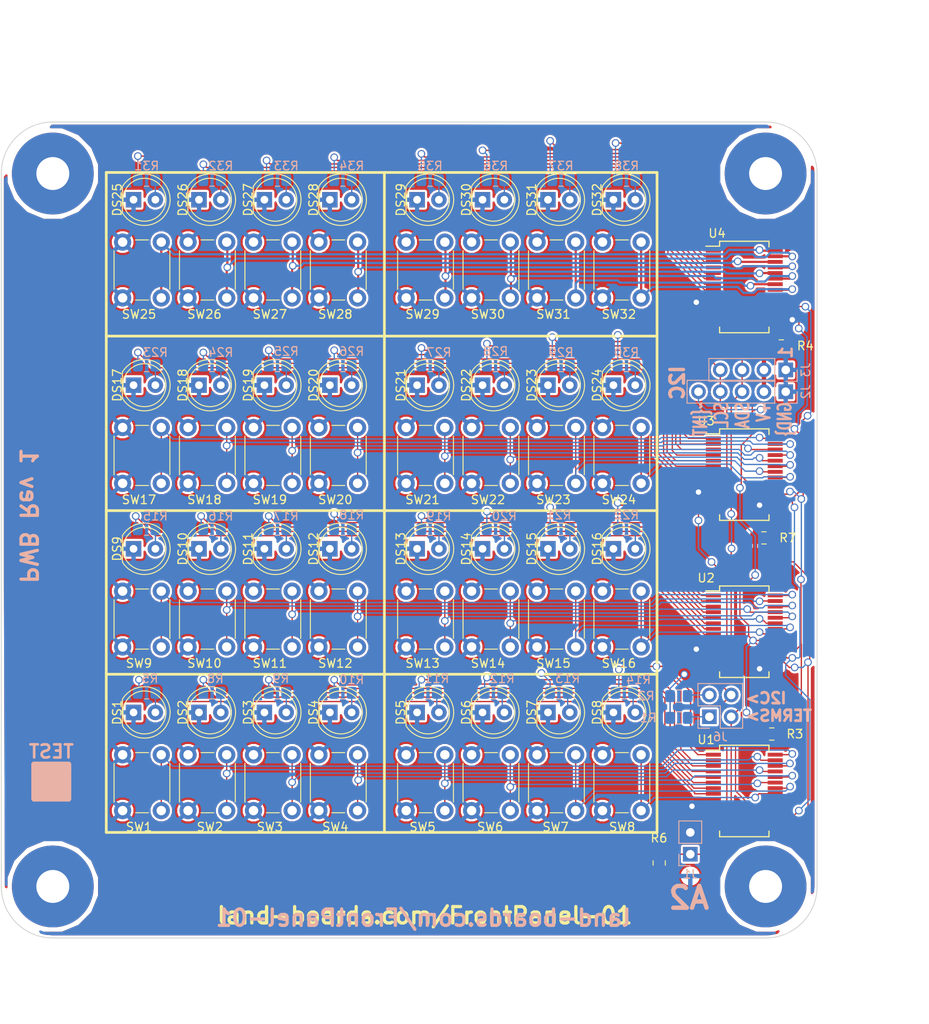
<source format=kicad_pcb>
(kicad_pcb (version 20171130) (host pcbnew "(5.0.2)-1")
  (title_block (title "8-Channel Opto-Isolated Output I2C") (rev X1) (company land-boards.com))
  (layers (0 F.Cu signal) (31 B.Cu signal) (36 B.SilkS user) (37 F.SilkS user) (38 B.Mask user) (39 F.Mask user) (44 Edge.Cuts user))
  (net 0 "")
  (net 1 /A2)
  (net 2 /SCL)
  (net 3 /SDA)
  (net 4 GND)
  (net 5 "Net-(DS1-Pad2)")
  (net 6 "Net-(DS2-Pad2)")
  (net 7 "Net-(DS3-Pad2)")
  (net 8 "Net-(DS4-Pad2)")
  (net 9 "Net-(DS5-Pad2)")
  (net 10 "Net-(DS6-Pad2)")
  (net 11 "Net-(DS7-Pad2)")
  (net 12 "Net-(DS8-Pad2)")
  (net 13 "Net-(DS9-Pad2)")
  (net 14 "Net-(DS10-Pad2)")
  (net 15 "Net-(DS11-Pad2)")
  (net 16 "Net-(DS12-Pad2)")
  (net 17 "Net-(DS13-Pad2)")
  (net 18 "Net-(DS14-Pad2)")
  (net 19 "Net-(DS15-Pad2)")
  (net 20 "Net-(DS16-Pad2)")
  (net 21 "Net-(DS17-Pad2)")
  (net 22 "Net-(DS18-Pad2)")
  (net 23 "Net-(DS19-Pad2)")
  (net 24 "Net-(DS20-Pad2)")
  (net 25 "Net-(DS21-Pad2)")
  (net 26 "Net-(DS22-Pad2)")
  (net 27 "Net-(DS23-Pad2)")
  (net 28 "Net-(DS24-Pad2)")
  (net 29 "Net-(DS25-Pad2)")
  (net 30 "Net-(DS26-Pad2)")
  (net 31 "Net-(DS27-Pad2)")
  (net 32 "Net-(DS28-Pad2)")
  (net 33 "Net-(DS29-Pad2)")
  (net 34 "Net-(DS30-Pad2)")
  (net 35 "Net-(DS31-Pad2)")
  (net 36 "Net-(DS32-Pad2)")
  (net 37 +5V)
  (net 38 /PUPINT)
  (net 39 /PUPRST)
  (net 40 "Net-(R5-Pad2)")
  (net 41 /PUPADR)
  (net 42 "Net-(R8-Pad2)")
  (net 43 "Net-(R9-Pad2)")
  (net 44 "Net-(R10-Pad2)")
  (net 45 "Net-(R11-Pad2)")
  (net 46 "Net-(R12-Pad2)")
  (net 47 "Net-(R13-Pad2)")
  (net 48 "Net-(R14-Pad2)")
  (net 49 "Net-(R15-Pad2)")
  (net 50 "Net-(R16-Pad2)")
  (net 51 "Net-(R17-Pad2)")
  (net 52 "Net-(R18-Pad2)")
  (net 53 "Net-(R19-Pad2)")
  (net 54 "Net-(R20-Pad2)")
  (net 55 "Net-(R21-Pad2)")
  (net 56 "Net-(R22-Pad2)")
  (net 57 "Net-(R23-Pad2)")
  (net 58 "Net-(R24-Pad2)")
  (net 59 "Net-(R25-Pad2)")
  (net 60 "Net-(R26-Pad2)")
  (net 61 "Net-(R27-Pad2)")
  (net 62 "Net-(R28-Pad2)")
  (net 63 "Net-(R29-Pad2)")
  (net 64 "Net-(R30-Pad2)")
  (net 65 "Net-(R31-Pad2)")
  (net 66 "Net-(R32-Pad2)")
  (net 67 "Net-(R33-Pad2)")
  (net 68 "Net-(R34-Pad2)")
  (net 69 "Net-(R35-Pad2)")
  (net 70 "Net-(R36-Pad2)")
  (net 71 "Net-(R37-Pad2)")
  (net 72 "Net-(R38-Pad2)")
  (net 73 "Net-(J6-Pad1)")
  (net 74 "Net-(J6-Pad3)")
  (net 75 /S1D7)
  (net 76 /S1D6)
  (net 77 /S1D5)
  (net 78 /S1D4)
  (net 79 /S1D3)
  (net 80 /S1D2)
  (net 81 /S1D1)
  (net 82 /S1D0)
  (net 83 /S2D7)
  (net 84 /S2D6)
  (net 85 /S2D5)
  (net 86 /S2D4)
  (net 87 /S2D3)
  (net 88 /S2D2)
  (net 89 /S2D1)
  (net 90 /S2D0)
  (net 91 /S3D7)
  (net 92 /S3D6)
  (net 93 /S3D5)
  (net 94 /S3D4)
  (net 95 /S3D3)
  (net 96 /S3D2)
  (net 97 /S3D1)
  (net 98 /S3D0)
  (net 99 /S4D7)
  (net 100 /S4D6)
  (net 101 /S4D5)
  (net 102 /S4D4)
  (net 103 /S4D3)
  (net 104 /S4D2)
  (net 105 /S4D1)
  (net 106 /S4D0)
  (module LED_THT:LED_D5.0mm (layer F.Cu) (at 25.4 78.74)
    (fp_text reference DS1 (at -1.905 0 90) (layer F.SilkS))
    (fp_text value LED)
    (pad 2 thru_hole circle (at 2.54 0) (size 1.8 1.8) (drill 0.9) (layers *.Cu *.Mask) (net 5 "Net-(DS1-Pad2)"))
    (pad 1 thru_hole rect (at 0 0) (size 1.8 1.8) (drill 0.9) (layers *.Cu *.Mask) (net 4 GND))
  )
  (module LED_THT:LED_D5.0mm (layer F.Cu) (at 33.02 78.74)
    (fp_text reference DS2 (at -1.905 0 90) (layer F.SilkS))
    (fp_text value LED)
    (pad 1 thru_hole rect (at 0 0) (size 1.8 1.8) (drill 0.9) (layers *.Cu *.Mask) (net 4 GND))
    (pad 2 thru_hole circle (at 2.54 0) (size 1.8 1.8) (drill 0.9) (layers *.Cu *.Mask) (net 6 "Net-(DS2-Pad2)"))
  )
  (module LED_THT:LED_D5.0mm (layer F.Cu) (at 40.64 78.74)
    (fp_text reference DS3 (at -1.905 0 90) (layer F.SilkS))
    (fp_text value LED)
    (pad 2 thru_hole circle (at 2.54 0) (size 1.8 1.8) (drill 0.9) (layers *.Cu *.Mask) (net 7 "Net-(DS3-Pad2)"))
    (pad 1 thru_hole rect (at 0 0) (size 1.8 1.8) (drill 0.9) (layers *.Cu *.Mask) (net 4 GND))
  )
  (module LED_THT:LED_D5.0mm (layer F.Cu) (at 48.26 78.74)
    (fp_text reference DS4 (at -1.905 0 90) (layer F.SilkS))
    (fp_text value LED)
    (pad 1 thru_hole rect (at 0 0) (size 1.8 1.8) (drill 0.9) (layers *.Cu *.Mask) (net 4 GND))
    (pad 2 thru_hole circle (at 2.54 0) (size 1.8 1.8) (drill 0.9) (layers *.Cu *.Mask) (net 8 "Net-(DS4-Pad2)"))
  )
  (module LED_THT:LED_D5.0mm (layer F.Cu) (at 58.42 78.74)
    (fp_text reference DS5 (at -1.905 0 90) (layer F.SilkS))
    (fp_text value LED)
    (pad 2 thru_hole circle (at 2.54 0) (size 1.8 1.8) (drill 0.9) (layers *.Cu *.Mask) (net 9 "Net-(DS5-Pad2)"))
    (pad 1 thru_hole rect (at 0 0) (size 1.8 1.8) (drill 0.9) (layers *.Cu *.Mask) (net 4 GND))
  )
  (module LED_THT:LED_D5.0mm (layer F.Cu) (at 66.04 78.74)
    (fp_text reference DS6 (at -1.905 0 90) (layer F.SilkS))
    (fp_text value LED)
    (pad 1 thru_hole rect (at 0 0) (size 1.8 1.8) (drill 0.9) (layers *.Cu *.Mask) (net 4 GND))
    (pad 2 thru_hole circle (at 2.54 0) (size 1.8 1.8) (drill 0.9) (layers *.Cu *.Mask) (net 10 "Net-(DS6-Pad2)"))
  )
  (module LED_THT:LED_D5.0mm (layer F.Cu) (at 73.66 78.74)
    (fp_text reference DS7 (at -1.905 0 90) (layer F.SilkS))
    (fp_text value LED)
    (pad 2 thru_hole circle (at 2.54 0) (size 1.8 1.8) (drill 0.9) (layers *.Cu *.Mask) (net 11 "Net-(DS7-Pad2)"))
    (pad 1 thru_hole rect (at 0 0) (size 1.8 1.8) (drill 0.9) (layers *.Cu *.Mask) (net 4 GND))
  )
  (module LED_THT:LED_D5.0mm (layer F.Cu) (at 81.28 78.74)
    (fp_text reference DS8 (at -1.905 0 90) (layer F.SilkS))
    (fp_text value LED)
    (pad 1 thru_hole rect (at 0 0) (size 1.8 1.8) (drill 0.9) (layers *.Cu *.Mask) (net 4 GND))
    (pad 2 thru_hole circle (at 2.54 0) (size 1.8 1.8) (drill 0.9) (layers *.Cu *.Mask) (net 12 "Net-(DS8-Pad2)"))
  )
  (module LED_THT:LED_D5.0mm (layer F.Cu) (at 25.4 59.69)
    (fp_text reference DS9 (at -1.905 0 90) (layer F.SilkS))
    (fp_text value LED)
    (pad 2 thru_hole circle (at 2.54 0) (size 1.8 1.8) (drill 0.9) (layers *.Cu *.Mask) (net 13 "Net-(DS9-Pad2)"))
    (pad 1 thru_hole rect (at 0 0) (size 1.8 1.8) (drill 0.9) (layers *.Cu *.Mask) (net 4 GND))
  )
  (module LED_THT:LED_D5.0mm (layer F.Cu) (at 33.02 59.69)
    (fp_text reference DS10 (at -1.905 0 90) (layer F.SilkS))
    (fp_text value LED)
    (pad 1 thru_hole rect (at 0 0) (size 1.8 1.8) (drill 0.9) (layers *.Cu *.Mask) (net 4 GND))
    (pad 2 thru_hole circle (at 2.54 0) (size 1.8 1.8) (drill 0.9) (layers *.Cu *.Mask) (net 14 "Net-(DS10-Pad2)"))
  )
  (module LED_THT:LED_D5.0mm (layer F.Cu) (at 40.64 59.69)
    (fp_text reference DS11 (at -1.905 0 90) (layer F.SilkS))
    (fp_text value LED)
    (pad 2 thru_hole circle (at 2.54 0) (size 1.8 1.8) (drill 0.9) (layers *.Cu *.Mask) (net 15 "Net-(DS11-Pad2)"))
    (pad 1 thru_hole rect (at 0 0) (size 1.8 1.8) (drill 0.9) (layers *.Cu *.Mask) (net 4 GND))
  )
  (module LED_THT:LED_D5.0mm (layer F.Cu) (at 48.26 59.69)
    (fp_text reference DS12 (at -1.905 0 90) (layer F.SilkS))
    (fp_text value LED)
    (pad 1 thru_hole rect (at 0 0) (size 1.8 1.8) (drill 0.9) (layers *.Cu *.Mask) (net 4 GND))
    (pad 2 thru_hole circle (at 2.54 0) (size 1.8 1.8) (drill 0.9) (layers *.Cu *.Mask) (net 16 "Net-(DS12-Pad2)"))
  )
  (module LED_THT:LED_D5.0mm (layer F.Cu) (at 58.42 59.69)
    (fp_text reference DS13 (at -1.905 0 90) (layer F.SilkS))
    (fp_text value LED)
    (pad 2 thru_hole circle (at 2.54 0) (size 1.8 1.8) (drill 0.9) (layers *.Cu *.Mask) (net 17 "Net-(DS13-Pad2)"))
    (pad 1 thru_hole rect (at 0 0) (size 1.8 1.8) (drill 0.9) (layers *.Cu *.Mask) (net 4 GND))
  )
  (module LED_THT:LED_D5.0mm (layer F.Cu) (at 66.04 59.69)
    (fp_text reference DS14 (at -1.905 0 90) (layer F.SilkS))
    (fp_text value LED)
    (pad 1 thru_hole rect (at 0 0) (size 1.8 1.8) (drill 0.9) (layers *.Cu *.Mask) (net 4 GND))
    (pad 2 thru_hole circle (at 2.54 0) (size 1.8 1.8) (drill 0.9) (layers *.Cu *.Mask) (net 18 "Net-(DS14-Pad2)"))
  )
  (module LED_THT:LED_D5.0mm (layer F.Cu) (at 73.66 59.69)
    (fp_text reference DS15 (at -1.905 0 90) (layer F.SilkS))
    (fp_text value LED)
    (pad 2 thru_hole circle (at 2.54 0) (size 1.8 1.8) (drill 0.9) (layers *.Cu *.Mask) (net 19 "Net-(DS15-Pad2)"))
    (pad 1 thru_hole rect (at 0 0) (size 1.8 1.8) (drill 0.9) (layers *.Cu *.Mask) (net 4 GND))
  )
  (module LED_THT:LED_D5.0mm (layer F.Cu) (at 81.28 59.69)
    (fp_text reference DS16 (at -1.905 0 90) (layer F.SilkS))
    (fp_text value LED)
    (pad 1 thru_hole rect (at 0 0) (size 1.8 1.8) (drill 0.9) (layers *.Cu *.Mask) (net 4 GND))
    (pad 2 thru_hole circle (at 2.54 0) (size 1.8 1.8) (drill 0.9) (layers *.Cu *.Mask) (net 20 "Net-(DS16-Pad2)"))
  )
  (module LED_THT:LED_D5.0mm (layer F.Cu) (at 25.4 40.64)
    (fp_text reference DS17 (at -1.905 0 90) (layer F.SilkS))
    (fp_text value LED)
    (pad 2 thru_hole circle (at 2.54 0) (size 1.8 1.8) (drill 0.9) (layers *.Cu *.Mask) (net 21 "Net-(DS17-Pad2)"))
    (pad 1 thru_hole rect (at 0 0) (size 1.8 1.8) (drill 0.9) (layers *.Cu *.Mask) (net 4 GND))
  )
  (module LED_THT:LED_D5.0mm (layer F.Cu) (at 33.02 40.64)
    (fp_text reference DS18 (at -1.905 0 90) (layer F.SilkS))
    (fp_text value LED)
    (pad 2 thru_hole circle (at 2.54 0) (size 1.8 1.8) (drill 0.9) (layers *.Cu *.Mask) (net 22 "Net-(DS18-Pad2)"))
    (pad 1 thru_hole rect (at 0 0) (size 1.8 1.8) (drill 0.9) (layers *.Cu *.Mask) (net 4 GND))
  )
  (module LED_THT:LED_D5.0mm (layer F.Cu) (at 40.64 40.64)
    (fp_text reference DS19 (at -1.905 0 90) (layer F.SilkS))
    (fp_text value LED)
    (pad 2 thru_hole circle (at 2.54 0) (size 1.8 1.8) (drill 0.9) (layers *.Cu *.Mask) (net 23 "Net-(DS19-Pad2)"))
    (pad 1 thru_hole rect (at 0 0) (size 1.8 1.8) (drill 0.9) (layers *.Cu *.Mask) (net 4 GND))
  )
  (module LED_THT:LED_D5.0mm (layer F.Cu) (at 48.26 40.64)
    (fp_text reference DS20 (at -1.905 0 90) (layer F.SilkS))
    (fp_text value LED)
    (pad 1 thru_hole rect (at 0 0) (size 1.8 1.8) (drill 0.9) (layers *.Cu *.Mask) (net 4 GND))
    (pad 2 thru_hole circle (at 2.54 0) (size 1.8 1.8) (drill 0.9) (layers *.Cu *.Mask) (net 24 "Net-(DS20-Pad2)"))
  )
  (module LED_THT:LED_D5.0mm (layer F.Cu) (at 58.42 40.64)
    (fp_text reference DS21 (at -1.905 0 90) (layer F.SilkS))
    (fp_text value LED)
    (pad 2 thru_hole circle (at 2.54 0) (size 1.8 1.8) (drill 0.9) (layers *.Cu *.Mask) (net 25 "Net-(DS21-Pad2)"))
    (pad 1 thru_hole rect (at 0 0) (size 1.8 1.8) (drill 0.9) (layers *.Cu *.Mask) (net 4 GND))
  )
  (module LED_THT:LED_D5.0mm (layer F.Cu) (at 66.04 40.64)
    (fp_text reference DS22 (at -1.905 0 90) (layer F.SilkS))
    (fp_text value LED)
    (pad 1 thru_hole rect (at 0 0) (size 1.8 1.8) (drill 0.9) (layers *.Cu *.Mask) (net 4 GND))
    (pad 2 thru_hole circle (at 2.54 0) (size 1.8 1.8) (drill 0.9) (layers *.Cu *.Mask) (net 26 "Net-(DS22-Pad2)"))
  )
  (module LED_THT:LED_D5.0mm (layer F.Cu) (at 73.66 40.64)
    (fp_text reference DS23 (at -1.905 0 90) (layer F.SilkS))
    (fp_text value LED)
    (pad 2 thru_hole circle (at 2.54 0) (size 1.8 1.8) (drill 0.9) (layers *.Cu *.Mask) (net 27 "Net-(DS23-Pad2)"))
    (pad 1 thru_hole rect (at 0 0) (size 1.8 1.8) (drill 0.9) (layers *.Cu *.Mask) (net 4 GND))
  )
  (module LED_THT:LED_D5.0mm (layer F.Cu) (at 81.28 40.64)
    (fp_text reference DS24 (at -1.905 0 90) (layer F.SilkS))
    (fp_text value LED)
    (pad 1 thru_hole rect (at 0 0) (size 1.8 1.8) (drill 0.9) (layers *.Cu *.Mask) (net 4 GND))
    (pad 2 thru_hole circle (at 2.54 0) (size 1.8 1.8) (drill 0.9) (layers *.Cu *.Mask) (net 28 "Net-(DS24-Pad2)"))
  )
  (module LED_THT:LED_D5.0mm (layer F.Cu) (at 25.4 19.05)
    (fp_text reference DS25 (at -1.905 0 90) (layer F.SilkS))
    (fp_text value LED)
    (pad 1 thru_hole rect (at 0 0) (size 1.8 1.8) (drill 0.9) (layers *.Cu *.Mask) (net 4 GND))
    (pad 2 thru_hole circle (at 2.54 0) (size 1.8 1.8) (drill 0.9) (layers *.Cu *.Mask) (net 29 "Net-(DS25-Pad2)"))
  )
  (module LED_THT:LED_D5.0mm (layer F.Cu) (at 33.02 19.05)
    (fp_text reference DS26 (at -1.905 0 90) (layer F.SilkS))
    (fp_text value LED)
    (pad 1 thru_hole rect (at 0 0) (size 1.8 1.8) (drill 0.9) (layers *.Cu *.Mask) (net 4 GND))
    (pad 2 thru_hole circle (at 2.54 0) (size 1.8 1.8) (drill 0.9) (layers *.Cu *.Mask) (net 30 "Net-(DS26-Pad2)"))
  )
  (module LED_THT:LED_D5.0mm (layer F.Cu) (at 40.64 19.05)
    (fp_text reference DS27 (at -1.905 0 90) (layer F.SilkS))
    (fp_text value LED)
    (pad 2 thru_hole circle (at 2.54 0) (size 1.8 1.8) (drill 0.9) (layers *.Cu *.Mask) (net 31 "Net-(DS27-Pad2)"))
    (pad 1 thru_hole rect (at 0 0) (size 1.8 1.8) (drill 0.9) (layers *.Cu *.Mask) (net 4 GND))
  )
  (module LED_THT:LED_D5.0mm (layer F.Cu) (at 48.26 19.05)
    (fp_text reference DS28 (at -1.905 0 90) (layer F.SilkS))
    (fp_text value LED)
    (pad 1 thru_hole rect (at 0 0) (size 1.8 1.8) (drill 0.9) (layers *.Cu *.Mask) (net 4 GND))
    (pad 2 thru_hole circle (at 2.54 0) (size 1.8 1.8) (drill 0.9) (layers *.Cu *.Mask) (net 32 "Net-(DS28-Pad2)"))
  )
  (module LED_THT:LED_D5.0mm (layer F.Cu) (at 58.42 19.05)
    (fp_text reference DS29 (at -1.905 0 90) (layer F.SilkS))
    (fp_text value LED)
    (pad 2 thru_hole circle (at 2.54 0) (size 1.8 1.8) (drill 0.9) (layers *.Cu *.Mask) (net 33 "Net-(DS29-Pad2)"))
    (pad 1 thru_hole rect (at 0 0) (size 1.8 1.8) (drill 0.9) (layers *.Cu *.Mask) (net 4 GND))
  )
  (module LED_THT:LED_D5.0mm (layer F.Cu) (at 66.04 19.05)
    (fp_text reference DS30 (at -1.905 0 90) (layer F.SilkS))
    (fp_text value LED)
    (pad 2 thru_hole circle (at 2.54 0) (size 1.8 1.8) (drill 0.9) (layers *.Cu *.Mask) (net 34 "Net-(DS30-Pad2)"))
    (pad 1 thru_hole rect (at 0 0) (size 1.8 1.8) (drill 0.9) (layers *.Cu *.Mask) (net 4 GND))
  )
  (module LED_THT:LED_D5.0mm (layer F.Cu) (at 73.66 19.05)
    (fp_text reference DS31 (at -1.905 0 90) (layer F.SilkS))
    (fp_text value LED)
    (pad 1 thru_hole rect (at 0 0) (size 1.8 1.8) (drill 0.9) (layers *.Cu *.Mask) (net 4 GND))
    (pad 2 thru_hole circle (at 2.54 0) (size 1.8 1.8) (drill 0.9) (layers *.Cu *.Mask) (net 35 "Net-(DS31-Pad2)"))
  )
  (module LED_THT:LED_D5.0mm (layer F.Cu) (at 81.28 19.05)
    (fp_text reference DS32 (at -1.905 0 90) (layer F.SilkS))
    (fp_text value LED)
    (pad 1 thru_hole rect (at 0 0) (size 1.8 1.8) (drill 0.9) (layers *.Cu *.Mask) (net 4 GND))
    (pad 2 thru_hole circle (at 2.54 0) (size 1.8 1.8) (drill 0.9) (layers *.Cu *.Mask) (net 36 "Net-(DS32-Pad2)"))
  )
  (module Connector_PinHeader_2.54mm:PinHeader_1x02_P2.54mm_Vertical (layer B.Cu) (at 90.2335 95.25)
    (fp_text reference J1 (at 0 2.33) (layer B.SilkS) (effects (justify mirror)))
    (fp_text value Conn_01x02)
    (pad 1 thru_hole rect (at 0 0) (size 1.7 1.7) (drill 1) (layers *.Cu *.Mask) (net 1 /A2))
    (pad 2 thru_hole oval (at 0 -2.54) (size 1.7 1.7) (drill 1) (layers *.Cu *.Mask) (net 4 GND))
  )
  (module Resistor_SMD:R_0805_2012Metric_Pad1.15x1.40mm_HandSolder (layer B.Cu) (at 88.9 79.375 180)
    (fp_text reference R1 (at 3.565 0 180) (layer B.SilkS) (effects (justify mirror)))
    (fp_text value 2.2K)
    (pad 2 smd roundrect (at 1.025 0 180) (size 1.15 1.4) (layers B.Cu B.Paste B.Mask) (roundrect_rratio 0.217391) (net 37 +5V))
    (pad 1 smd roundrect (at -1.025 0 180) (size 1.15 1.4) (layers B.Cu B.Paste B.Mask) (roundrect_rratio 0.217391) (net 73 "Net-(J6-Pad1)"))
  )
  (module Resistor_SMD:R_0805_2012Metric_Pad1.15x1.40mm_HandSolder (layer B.Cu) (at 88.9 76.835 180)
    (fp_text reference R2 (at 3.81 0 180) (layer B.SilkS) (effects (justify mirror)))
    (fp_text value 2.2K)
    (pad 1 smd roundrect (at -1.025 0 180) (size 1.15 1.4) (layers B.Cu B.Paste B.Mask) (roundrect_rratio 0.217391) (net 74 "Net-(J6-Pad3)"))
    (pad 2 smd roundrect (at 1.025 0 180) (size 1.15 1.4) (layers B.Cu B.Paste B.Mask) (roundrect_rratio 0.217391) (net 37 +5V))
  )
  (module Resistor_SMD:R_0805_2012Metric_Pad1.15x1.40mm_HandSolder (layer F.Cu) (at 99.7204 81.2546 180)
    (fp_text reference R3 (at -2.6924 0 180) (layer F.SilkS))
    (fp_text value 10K)
    (pad 2 smd roundrect (at 1.025 0 180) (size 1.15 1.4) (layers F.Cu F.Paste F.Mask) (roundrect_rratio 0.217391) (net 38 /PUPINT))
    (pad 1 smd roundrect (at -1.025 0 180) (size 1.15 1.4) (layers F.Cu F.Paste F.Mask) (roundrect_rratio 0.217391) (net 37 +5V))
  )
  (module Resistor_SMD:R_0805_2012Metric_Pad1.15x1.40mm_HandSolder (layer F.Cu) (at 100.838 36.068 180)
    (fp_text reference R4 (at -2.794 0 180) (layer F.SilkS))
    (fp_text value 10K)
    (pad 1 smd roundrect (at -1.025 0 180) (size 1.15 1.4) (layers F.Cu F.Paste F.Mask) (roundrect_rratio 0.217391) (net 37 +5V))
    (pad 2 smd roundrect (at 1.025 0 180) (size 1.15 1.4) (layers F.Cu F.Paste F.Mask) (roundrect_rratio 0.217391) (net 39 /PUPRST))
  )
  (module Resistor_SMD:R_0805_2012Metric_Pad1.15x1.40mm_HandSolder (layer B.Cu) (at 26.924 76.454 180)
    (fp_text reference R5 (at -0.381 1.65 180) (layer B.SilkS) (effects (justify mirror)))
    (fp_text value 330)
    (pad 2 smd roundrect (at 1.025 0 180) (size 1.15 1.4) (layers B.Cu B.Paste B.Mask) (roundrect_rratio 0.217391) (net 40 "Net-(R5-Pad2)"))
    (pad 1 smd roundrect (at -1.025 0 180) (size 1.15 1.4) (layers B.Cu B.Paste B.Mask) (roundrect_rratio 0.217391) (net 5 "Net-(DS1-Pad2)"))
  )
  (module Resistor_SMD:R_0805_2012Metric_Pad1.15x1.40mm_HandSolder (layer F.Cu) (at 86.614 96.266 270)
    (fp_text reference R6 (at -2.8956 0.0254) (layer F.SilkS))
    (fp_text value 10K)
    (pad 2 smd roundrect (at 1.025 0 270) (size 1.15 1.4) (layers F.Cu F.Paste F.Mask) (roundrect_rratio 0.217391) (net 37 +5V))
    (pad 1 smd roundrect (at -1.025 0 270) (size 1.15 1.4) (layers F.Cu F.Paste F.Mask) (roundrect_rratio 0.217391) (net 1 /A2))
  )
  (module Resistor_SMD:R_0805_2012Metric_Pad1.15x1.40mm_HandSolder (layer F.Cu) (at 98.806 58.42)
    (fp_text reference R7 (at 2.7686 0) (layer F.SilkS))
    (fp_text value 10K)
    (pad 1 smd roundrect (at -1.025 0) (size 1.15 1.4) (layers F.Cu F.Paste F.Mask) (roundrect_rratio 0.217391) (net 37 +5V))
    (pad 2 smd roundrect (at 1.025 0) (size 1.15 1.4) (layers F.Cu F.Paste F.Mask) (roundrect_rratio 0.217391) (net 41 /PUPADR))
  )
  (module Resistor_SMD:R_0805_2012Metric_Pad1.15x1.40mm_HandSolder (layer B.Cu) (at 34.544 76.454 180)
    (fp_text reference R8 (at -0.381 1.65 180) (layer B.SilkS) (effects (justify mirror)))
    (fp_text value 330)
    (pad 1 smd roundrect (at -1.025 0 180) (size 1.15 1.4) (layers B.Cu B.Paste B.Mask) (roundrect_rratio 0.217391) (net 6 "Net-(DS2-Pad2)"))
    (pad 2 smd roundrect (at 1.025 0 180) (size 1.15 1.4) (layers B.Cu B.Paste B.Mask) (roundrect_rratio 0.217391) (net 42 "Net-(R8-Pad2)"))
  )
  (module Resistor_SMD:R_0805_2012Metric_Pad1.15x1.40mm_HandSolder (layer B.Cu) (at 42.164 76.454 180)
    (fp_text reference R9 (at -0.381 1.65 180) (layer B.SilkS) (effects (justify mirror)))
    (fp_text value 330)
    (pad 2 smd roundrect (at 1.025 0 180) (size 1.15 1.4) (layers B.Cu B.Paste B.Mask) (roundrect_rratio 0.217391) (net 43 "Net-(R9-Pad2)"))
    (pad 1 smd roundrect (at -1.025 0 180) (size 1.15 1.4) (layers B.Cu B.Paste B.Mask) (roundrect_rratio 0.217391) (net 7 "Net-(DS3-Pad2)"))
  )
  (module Resistor_SMD:R_0805_2012Metric_Pad1.15x1.40mm_HandSolder (layer B.Cu) (at 49.784 76.454 180)
    (fp_text reference R10 (at -1.016 1.524 180) (layer B.SilkS) (effects (justify mirror)))
    (fp_text value 330)
    (pad 1 smd roundrect (at -1.025 0 180) (size 1.15 1.4) (layers B.Cu B.Paste B.Mask) (roundrect_rratio 0.217391) (net 8 "Net-(DS4-Pad2)"))
    (pad 2 smd roundrect (at 1.025 0 180) (size 1.15 1.4) (layers B.Cu B.Paste B.Mask) (roundrect_rratio 0.217391) (net 44 "Net-(R10-Pad2)"))
  )
  (module Resistor_SMD:R_0805_2012Metric_Pad1.15x1.40mm_HandSolder (layer B.Cu) (at 59.69 76.454 180)
    (fp_text reference R11 (at -1.016 1.65 180) (layer B.SilkS) (effects (justify mirror)))
    (fp_text value 330)
    (pad 1 smd roundrect (at -1.025 0 180) (size 1.15 1.4) (layers B.Cu B.Paste B.Mask) (roundrect_rratio 0.217391) (net 9 "Net-(DS5-Pad2)"))
    (pad 2 smd roundrect (at 1.025 0 180) (size 1.15 1.4) (layers B.Cu B.Paste B.Mask) (roundrect_rratio 0.217391) (net 45 "Net-(R11-Pad2)"))
  )
  (module Resistor_SMD:R_0805_2012Metric_Pad1.15x1.40mm_HandSolder (layer B.Cu) (at 67.31 76.454 180)
    (fp_text reference R12 (at -1.016 1.65 180) (layer B.SilkS) (effects (justify mirror)))
    (fp_text value 330)
    (pad 1 smd roundrect (at -1.025 0 180) (size 1.15 1.4) (layers B.Cu B.Paste B.Mask) (roundrect_rratio 0.217391) (net 10 "Net-(DS6-Pad2)"))
    (pad 2 smd roundrect (at 1.025 0 180) (size 1.15 1.4) (layers B.Cu B.Paste B.Mask) (roundrect_rratio 0.217391) (net 46 "Net-(R12-Pad2)"))
  )
  (module Resistor_SMD:R_0805_2012Metric_Pad1.15x1.40mm_HandSolder (layer B.Cu) (at 74.93 76.454 180)
    (fp_text reference R13 (at -1.016 1.65 180) (layer B.SilkS) (effects (justify mirror)))
    (fp_text value 330)
    (pad 2 smd roundrect (at 1.025 0 180) (size 1.15 1.4) (layers B.Cu B.Paste B.Mask) (roundrect_rratio 0.217391) (net 47 "Net-(R13-Pad2)"))
    (pad 1 smd roundrect (at -1.025 0 180) (size 1.15 1.4) (layers B.Cu B.Paste B.Mask) (roundrect_rratio 0.217391) (net 11 "Net-(DS7-Pad2)"))
  )
  (module Resistor_SMD:R_0805_2012Metric_Pad1.15x1.40mm_HandSolder (layer B.Cu) (at 82.55 76.454 180)
    (fp_text reference R14 (at -1.651 1.524 180) (layer B.SilkS) (effects (justify mirror)))
    (fp_text value 330)
    (pad 2 smd roundrect (at 1.025 0 180) (size 1.15 1.4) (layers B.Cu B.Paste B.Mask) (roundrect_rratio 0.217391) (net 48 "Net-(R14-Pad2)"))
    (pad 1 smd roundrect (at -1.025 0 180) (size 1.15 1.4) (layers B.Cu B.Paste B.Mask) (roundrect_rratio 0.217391) (net 12 "Net-(DS8-Pad2)"))
  )
  (module Resistor_SMD:R_0805_2012Metric_Pad1.15x1.40mm_HandSolder (layer B.Cu) (at 26.924 57.404 180)
    (fp_text reference R15 (at -1.016 1.524 180) (layer B.SilkS) (effects (justify mirror)))
    (fp_text value 330)
    (pad 2 smd roundrect (at 1.025 0 180) (size 1.15 1.4) (layers B.Cu B.Paste B.Mask) (roundrect_rratio 0.217391) (net 49 "Net-(R15-Pad2)"))
    (pad 1 smd roundrect (at -1.025 0 180) (size 1.15 1.4) (layers B.Cu B.Paste B.Mask) (roundrect_rratio 0.217391) (net 13 "Net-(DS9-Pad2)"))
  )
  (module Resistor_SMD:R_0805_2012Metric_Pad1.15x1.40mm_HandSolder (layer B.Cu) (at 34.544 57.404 180)
    (fp_text reference R16 (at -1.016 1.524 180) (layer B.SilkS) (effects (justify mirror)))
    (fp_text value 330)
    (pad 2 smd roundrect (at 1.025 0 180) (size 1.15 1.4) (layers B.Cu B.Paste B.Mask) (roundrect_rratio 0.217391) (net 50 "Net-(R16-Pad2)"))
    (pad 1 smd roundrect (at -1.025 0 180) (size 1.15 1.4) (layers B.Cu B.Paste B.Mask) (roundrect_rratio 0.217391) (net 14 "Net-(DS10-Pad2)"))
  )
  (module Resistor_SMD:R_0805_2012Metric_Pad1.15x1.40mm_HandSolder (layer B.Cu) (at 42.164 57.404 180)
    (fp_text reference R17 (at -1.016 1.524 180) (layer B.SilkS) (effects (justify mirror)))
    (fp_text value 330)
    (pad 1 smd roundrect (at -1.025 0 180) (size 1.15 1.4) (layers B.Cu B.Paste B.Mask) (roundrect_rratio 0.217391) (net 15 "Net-(DS11-Pad2)"))
    (pad 2 smd roundrect (at 1.025 0 180) (size 1.15 1.4) (layers B.Cu B.Paste B.Mask) (roundrect_rratio 0.217391) (net 51 "Net-(R17-Pad2)"))
  )
  (module Resistor_SMD:R_0805_2012Metric_Pad1.15x1.40mm_HandSolder (layer B.Cu) (at 49.784 57.404 180)
    (fp_text reference R18 (at -1.016 1.65 180) (layer B.SilkS) (effects (justify mirror)))
    (fp_text value 330)
    (pad 1 smd roundrect (at -1.025 0 180) (size 1.15 1.4) (layers B.Cu B.Paste B.Mask) (roundrect_rratio 0.217391) (net 16 "Net-(DS12-Pad2)"))
    (pad 2 smd roundrect (at 1.025 0 180) (size 1.15 1.4) (layers B.Cu B.Paste B.Mask) (roundrect_rratio 0.217391) (net 52 "Net-(R18-Pad2)"))
  )
  (module Resistor_SMD:R_0805_2012Metric_Pad1.15x1.40mm_HandSolder (layer B.Cu) (at 59.944 57.404 180)
    (fp_text reference R19 (at -1.016 1.524 180) (layer B.SilkS) (effects (justify mirror)))
    (fp_text value 330)
    (pad 2 smd roundrect (at 1.025 0 180) (size 1.15 1.4) (layers B.Cu B.Paste B.Mask) (roundrect_rratio 0.217391) (net 53 "Net-(R19-Pad2)"))
    (pad 1 smd roundrect (at -1.025 0 180) (size 1.15 1.4) (layers B.Cu B.Paste B.Mask) (roundrect_rratio 0.217391) (net 17 "Net-(DS13-Pad2)"))
  )
  (module Resistor_SMD:R_0805_2012Metric_Pad1.15x1.40mm_HandSolder (layer B.Cu) (at 67.564 57.404 180)
    (fp_text reference R20 (at -1.016 1.524 180) (layer B.SilkS) (effects (justify mirror)))
    (fp_text value 330)
    (pad 2 smd roundrect (at 1.025 0 180) (size 1.15 1.4) (layers B.Cu B.Paste B.Mask) (roundrect_rratio 0.217391) (net 54 "Net-(R20-Pad2)"))
    (pad 1 smd roundrect (at -1.025 0 180) (size 1.15 1.4) (layers B.Cu B.Paste B.Mask) (roundrect_rratio 0.217391) (net 18 "Net-(DS14-Pad2)"))
  )
  (module Resistor_SMD:R_0805_2012Metric_Pad1.15x1.40mm_HandSolder (layer B.Cu) (at 75.184 57.404 180)
    (fp_text reference R21 (at 0.254 1.65 180) (layer B.SilkS) (effects (justify mirror)))
    (fp_text value 330)
    (pad 1 smd roundrect (at -1.025 0 180) (size 1.15 1.4) (layers B.Cu B.Paste B.Mask) (roundrect_rratio 0.217391) (net 19 "Net-(DS15-Pad2)"))
    (pad 2 smd roundrect (at 1.025 0 180) (size 1.15 1.4) (layers B.Cu B.Paste B.Mask) (roundrect_rratio 0.217391) (net 55 "Net-(R21-Pad2)"))
  )
  (module Resistor_SMD:R_0805_2012Metric_Pad1.15x1.40mm_HandSolder (layer B.Cu) (at 82.804 57.404 180)
    (fp_text reference R22 (at 0 1.65 180) (layer B.SilkS) (effects (justify mirror)))
    (fp_text value 330)
    (pad 1 smd roundrect (at -1.025 0 180) (size 1.15 1.4) (layers B.Cu B.Paste B.Mask) (roundrect_rratio 0.217391) (net 20 "Net-(DS16-Pad2)"))
    (pad 2 smd roundrect (at 1.025 0 180) (size 1.15 1.4) (layers B.Cu B.Paste B.Mask) (roundrect_rratio 0.217391) (net 56 "Net-(R22-Pad2)"))
  )
  (module Resistor_SMD:R_0805_2012Metric_Pad1.15x1.40mm_HandSolder (layer B.Cu) (at 26.933 38.354 180)
    (fp_text reference R23 (at -1.007 1.524 180) (layer B.SilkS) (effects (justify mirror)))
    (fp_text value 330)
    (pad 2 smd roundrect (at 1.025 0 180) (size 1.15 1.4) (layers B.Cu B.Paste B.Mask) (roundrect_rratio 0.217391) (net 57 "Net-(R23-Pad2)"))
    (pad 1 smd roundrect (at -1.025 0 180) (size 1.15 1.4) (layers B.Cu B.Paste B.Mask) (roundrect_rratio 0.217391) (net 21 "Net-(DS17-Pad2)"))
  )
  (module Resistor_SMD:R_0805_2012Metric_Pad1.15x1.40mm_HandSolder (layer B.Cu) (at 34.544 38.354 180)
    (fp_text reference R24 (at -1.016 1.524 180) (layer B.SilkS) (effects (justify mirror)))
    (fp_text value 330)
    (pad 1 smd roundrect (at -1.025 0 180) (size 1.15 1.4) (layers B.Cu B.Paste B.Mask) (roundrect_rratio 0.217391) (net 22 "Net-(DS18-Pad2)"))
    (pad 2 smd roundrect (at 1.025 0 180) (size 1.15 1.4) (layers B.Cu B.Paste B.Mask) (roundrect_rratio 0.217391) (net 58 "Net-(R24-Pad2)"))
  )
  (module Resistor_SMD:R_0805_2012Metric_Pad1.15x1.40mm_HandSolder (layer B.Cu) (at 42.164 38.354 180)
    (fp_text reference R25 (at -1.016 1.65 180) (layer B.SilkS) (effects (justify mirror)))
    (fp_text value 330)
    (pad 2 smd roundrect (at 1.025 0 180) (size 1.15 1.4) (layers B.Cu B.Paste B.Mask) (roundrect_rratio 0.217391) (net 59 "Net-(R25-Pad2)"))
    (pad 1 smd roundrect (at -1.025 0 180) (size 1.15 1.4) (layers B.Cu B.Paste B.Mask) (roundrect_rratio 0.217391) (net 23 "Net-(DS19-Pad2)"))
  )
  (module Resistor_SMD:R_0805_2012Metric_Pad1.15x1.40mm_HandSolder (layer B.Cu) (at 49.784 38.354 180)
    (fp_text reference R26 (at -1.016 1.65 180) (layer B.SilkS) (effects (justify mirror)))
    (fp_text value 330)
    (pad 1 smd roundrect (at -1.025 0 180) (size 1.15 1.4) (layers B.Cu B.Paste B.Mask) (roundrect_rratio 0.217391) (net 24 "Net-(DS20-Pad2)"))
    (pad 2 smd roundrect (at 1.025 0 180) (size 1.15 1.4) (layers B.Cu B.Paste B.Mask) (roundrect_rratio 0.217391) (net 60 "Net-(R26-Pad2)"))
  )
  (module Resistor_SMD:R_0805_2012Metric_Pad1.15x1.40mm_HandSolder (layer B.Cu) (at 59.944 38.354 180)
    (fp_text reference R27 (at -1.016 1.524 180) (layer B.SilkS) (effects (justify mirror)))
    (fp_text value 330)
    (pad 2 smd roundrect (at 1.025 0 180) (size 1.15 1.4) (layers B.Cu B.Paste B.Mask) (roundrect_rratio 0.217391) (net 61 "Net-(R27-Pad2)"))
    (pad 1 smd roundrect (at -1.025 0 180) (size 1.15 1.4) (layers B.Cu B.Paste B.Mask) (roundrect_rratio 0.217391) (net 25 "Net-(DS21-Pad2)"))
  )
  (module Resistor_SMD:R_0805_2012Metric_Pad1.15x1.40mm_HandSolder (layer B.Cu) (at 67.564 38.354 180)
    (fp_text reference R28 (at 0 1.65 180) (layer B.SilkS) (effects (justify mirror)))
    (fp_text value 330)
    (pad 2 smd roundrect (at 1.025 0 180) (size 1.15 1.4) (layers B.Cu B.Paste B.Mask) (roundrect_rratio 0.217391) (net 62 "Net-(R28-Pad2)"))
    (pad 1 smd roundrect (at -1.025 0 180) (size 1.15 1.4) (layers B.Cu B.Paste B.Mask) (roundrect_rratio 0.217391) (net 26 "Net-(DS22-Pad2)"))
  )
  (module Resistor_SMD:R_0805_2012Metric_Pad1.15x1.40mm_HandSolder (layer B.Cu) (at 75.184 38.354 180)
    (fp_text reference R29 (at 0 1.524 180) (layer B.SilkS) (effects (justify mirror)))
    (fp_text value 330)
    (pad 1 smd roundrect (at -1.025 0 180) (size 1.15 1.4) (layers B.Cu B.Paste B.Mask) (roundrect_rratio 0.217391) (net 27 "Net-(DS23-Pad2)"))
    (pad 2 smd roundrect (at 1.025 0 180) (size 1.15 1.4) (layers B.Cu B.Paste B.Mask) (roundrect_rratio 0.217391) (net 63 "Net-(R29-Pad2)"))
  )
  (module Resistor_SMD:R_0805_2012Metric_Pad1.15x1.40mm_HandSolder (layer B.Cu) (at 82.804 38.354 180)
    (fp_text reference R30 (at 0 1.524 180) (layer B.SilkS) (effects (justify mirror)))
    (fp_text value 330)
    (pad 1 smd roundrect (at -1.025 0 180) (size 1.15 1.4) (layers B.Cu B.Paste B.Mask) (roundrect_rratio 0.217391) (net 28 "Net-(DS24-Pad2)"))
    (pad 2 smd roundrect (at 1.025 0 180) (size 1.15 1.4) (layers B.Cu B.Paste B.Mask) (roundrect_rratio 0.217391) (net 64 "Net-(R30-Pad2)"))
  )
  (module Resistor_SMD:R_0805_2012Metric_Pad1.15x1.40mm_HandSolder (layer B.Cu) (at 26.924 16.764 180)
    (fp_text reference R31 (at 0 1.65 180) (layer B.SilkS) (effects (justify mirror)))
    (fp_text value 330)
    (pad 1 smd roundrect (at -1.025 0 180) (size 1.15 1.4) (layers B.Cu B.Paste B.Mask) (roundrect_rratio 0.217391) (net 29 "Net-(DS25-Pad2)"))
    (pad 2 smd roundrect (at 1.025 0 180) (size 1.15 1.4) (layers B.Cu B.Paste B.Mask) (roundrect_rratio 0.217391) (net 65 "Net-(R31-Pad2)"))
  )
  (module Resistor_SMD:R_0805_2012Metric_Pad1.15x1.40mm_HandSolder (layer B.Cu) (at 34.544 16.764 180)
    (fp_text reference R32 (at -1.016 1.65 180) (layer B.SilkS) (effects (justify mirror)))
    (fp_text value 330)
    (pad 2 smd roundrect (at 1.025 0 180) (size 1.15 1.4) (layers B.Cu B.Paste B.Mask) (roundrect_rratio 0.217391) (net 66 "Net-(R32-Pad2)"))
    (pad 1 smd roundrect (at -1.025 0 180) (size 1.15 1.4) (layers B.Cu B.Paste B.Mask) (roundrect_rratio 0.217391) (net 30 "Net-(DS26-Pad2)"))
  )
  (module Resistor_SMD:R_0805_2012Metric_Pad1.15x1.40mm_HandSolder (layer B.Cu) (at 42.164 16.764 180)
    (fp_text reference R33 (at -1.016 1.65 180) (layer B.SilkS) (effects (justify mirror)))
    (fp_text value 330)
    (pad 2 smd roundrect (at 1.025 0 180) (size 1.15 1.4) (layers B.Cu B.Paste B.Mask) (roundrect_rratio 0.217391) (net 67 "Net-(R33-Pad2)"))
    (pad 1 smd roundrect (at -1.025 0 180) (size 1.15 1.4) (layers B.Cu B.Paste B.Mask) (roundrect_rratio 0.217391) (net 31 "Net-(DS27-Pad2)"))
  )
  (module Resistor_SMD:R_0805_2012Metric_Pad1.15x1.40mm_HandSolder (layer B.Cu) (at 49.784 16.764 180)
    (fp_text reference R34 (at -1.016 1.65 180) (layer B.SilkS) (effects (justify mirror)))
    (fp_text value 330)
    (pad 1 smd roundrect (at -1.025 0 180) (size 1.15 1.4) (layers B.Cu B.Paste B.Mask) (roundrect_rratio 0.217391) (net 32 "Net-(DS28-Pad2)"))
    (pad 2 smd roundrect (at 1.025 0 180) (size 1.15 1.4) (layers B.Cu B.Paste B.Mask) (roundrect_rratio 0.217391) (net 68 "Net-(R34-Pad2)"))
  )
  (module Resistor_SMD:R_0805_2012Metric_Pad1.15x1.40mm_HandSolder (layer B.Cu) (at 59.944 16.764 180)
    (fp_text reference R35 (at 0 1.65 180) (layer B.SilkS) (effects (justify mirror)))
    (fp_text value 330)
    (pad 2 smd roundrect (at 1.025 0 180) (size 1.15 1.4) (layers B.Cu B.Paste B.Mask) (roundrect_rratio 0.217391) (net 69 "Net-(R35-Pad2)"))
    (pad 1 smd roundrect (at -1.025 0 180) (size 1.15 1.4) (layers B.Cu B.Paste B.Mask) (roundrect_rratio 0.217391) (net 33 "Net-(DS29-Pad2)"))
  )
  (module Resistor_SMD:R_0805_2012Metric_Pad1.15x1.40mm_HandSolder (layer B.Cu) (at 67.564 16.764 180)
    (fp_text reference R36 (at 0 1.65 180) (layer B.SilkS) (effects (justify mirror)))
    (fp_text value 330)
    (pad 1 smd roundrect (at -1.025 0 180) (size 1.15 1.4) (layers B.Cu B.Paste B.Mask) (roundrect_rratio 0.217391) (net 34 "Net-(DS30-Pad2)"))
    (pad 2 smd roundrect (at 1.025 0 180) (size 1.15 1.4) (layers B.Cu B.Paste B.Mask) (roundrect_rratio 0.217391) (net 70 "Net-(R36-Pad2)"))
  )
  (module Resistor_SMD:R_0805_2012Metric_Pad1.15x1.40mm_HandSolder (layer B.Cu) (at 75.184 16.764 180)
    (fp_text reference R37 (at 0 1.65 180) (layer B.SilkS) (effects (justify mirror)))
    (fp_text value 330)
    (pad 2 smd roundrect (at 1.025 0 180) (size 1.15 1.4) (layers B.Cu B.Paste B.Mask) (roundrect_rratio 0.217391) (net 71 "Net-(R37-Pad2)"))
    (pad 1 smd roundrect (at -1.025 0 180) (size 1.15 1.4) (layers B.Cu B.Paste B.Mask) (roundrect_rratio 0.217391) (net 35 "Net-(DS31-Pad2)"))
  )
  (module Resistor_SMD:R_0805_2012Metric_Pad1.15x1.40mm_HandSolder (layer B.Cu) (at 82.804 16.764 180)
    (fp_text reference R38 (at 0 1.65 180) (layer B.SilkS) (effects (justify mirror)))
    (fp_text value 330)
    (pad 1 smd roundrect (at -1.025 0 180) (size 1.15 1.4) (layers B.Cu B.Paste B.Mask) (roundrect_rratio 0.217391) (net 36 "Net-(DS32-Pad2)"))
    (pad 2 smd roundrect (at 1.025 0 180) (size 1.15 1.4) (layers B.Cu B.Paste B.Mask) (roundrect_rratio 0.217391) (net 72 "Net-(R38-Pad2)"))
  )
  (module Button_Switch_THT:SW_PUSH_6mm (layer F.Cu) (at 24.13 90.17 90)
    (fp_text reference SW1 (at -1.905 1.905 180) (layer F.SilkS))
    (fp_text value SW_Push)
    (pad 2 thru_hole circle (at 0 4.5 180) (size 2 2) (drill 1.1) (layers *.Cu *.Mask) (net 75 /S1D7))
    (pad 1 thru_hole circle (at 0 0 180) (size 2 2) (drill 1.1) (layers *.Cu *.Mask) (net 4 GND))
    (pad 2 thru_hole circle (at 6.5 4.5 180) (size 2 2) (drill 1.1) (layers *.Cu *.Mask) (net 75 /S1D7))
    (pad 1 thru_hole circle (at 6.5 0 180) (size 2 2) (drill 1.1) (layers *.Cu *.Mask) (net 4 GND))
  )
  (module Button_Switch_THT:SW_PUSH_6mm (layer F.Cu) (at 31.75 90.17 90)
    (fp_text reference SW2 (at -1.905 2.54 180) (layer F.SilkS))
    (fp_text value SW_Push)
    (pad 1 thru_hole circle (at 6.5 0 180) (size 2 2) (drill 1.1) (layers *.Cu *.Mask) (net 4 GND))
    (pad 2 thru_hole circle (at 6.5 4.5 180) (size 2 2) (drill 1.1) (layers *.Cu *.Mask) (net 76 /S1D6))
    (pad 1 thru_hole circle (at 0 0 180) (size 2 2) (drill 1.1) (layers *.Cu *.Mask) (net 4 GND))
    (pad 2 thru_hole circle (at 0 4.5 180) (size 2 2) (drill 1.1) (layers *.Cu *.Mask) (net 76 /S1D6))
  )
  (module Button_Switch_THT:SW_PUSH_6mm (layer F.Cu) (at 39.37 90.17 90)
    (fp_text reference SW3 (at -1.905 1.905 180) (layer F.SilkS))
    (fp_text value SW_Push)
    (pad 2 thru_hole circle (at 0 4.5 180) (size 2 2) (drill 1.1) (layers *.Cu *.Mask) (net 77 /S1D5))
    (pad 1 thru_hole circle (at 0 0 180) (size 2 2) (drill 1.1) (layers *.Cu *.Mask) (net 4 GND))
    (pad 2 thru_hole circle (at 6.5 4.5 180) (size 2 2) (drill 1.1) (layers *.Cu *.Mask) (net 77 /S1D5))
    (pad 1 thru_hole circle (at 6.5 0 180) (size 2 2) (drill 1.1) (layers *.Cu *.Mask) (net 4 GND))
  )
  (module Button_Switch_THT:SW_PUSH_6mm (layer F.Cu) (at 46.99 90.17 90)
    (fp_text reference SW4 (at -1.905 1.905 180) (layer F.SilkS))
    (fp_text value SW_Push)
    (pad 1 thru_hole circle (at 6.5 0 180) (size 2 2) (drill 1.1) (layers *.Cu *.Mask) (net 4 GND))
    (pad 2 thru_hole circle (at 6.5 4.5 180) (size 2 2) (drill 1.1) (layers *.Cu *.Mask) (net 78 /S1D4))
    (pad 1 thru_hole circle (at 0 0 180) (size 2 2) (drill 1.1) (layers *.Cu *.Mask) (net 4 GND))
    (pad 2 thru_hole circle (at 0 4.5 180) (size 2 2) (drill 1.1) (layers *.Cu *.Mask) (net 78 /S1D4))
  )
  (module Button_Switch_THT:SW_PUSH_6mm (layer F.Cu) (at 57.15 90.17 90)
    (fp_text reference SW5 (at -1.905 1.905 180) (layer F.SilkS))
    (fp_text value SW_Push)
    (pad 2 thru_hole circle (at 0 4.5 180) (size 2 2) (drill 1.1) (layers *.Cu *.Mask) (net 79 /S1D3))
    (pad 1 thru_hole circle (at 0 0 180) (size 2 2) (drill 1.1) (layers *.Cu *.Mask) (net 4 GND))
    (pad 2 thru_hole circle (at 6.5 4.5 180) (size 2 2) (drill 1.1) (layers *.Cu *.Mask) (net 79 /S1D3))
    (pad 1 thru_hole circle (at 6.5 0 180) (size 2 2) (drill 1.1) (layers *.Cu *.Mask) (net 4 GND))
  )
  (module Button_Switch_THT:SW_PUSH_6mm (layer F.Cu) (at 64.77 90.17 90)
    (fp_text reference SW6 (at -1.905 2.159 180) (layer F.SilkS))
    (fp_text value SW_Push)
    (pad 1 thru_hole circle (at 6.5 0 180) (size 2 2) (drill 1.1) (layers *.Cu *.Mask) (net 4 GND))
    (pad 2 thru_hole circle (at 6.5 4.5 180) (size 2 2) (drill 1.1) (layers *.Cu *.Mask) (net 80 /S1D2))
    (pad 1 thru_hole circle (at 0 0 180) (size 2 2) (drill 1.1) (layers *.Cu *.Mask) (net 4 GND))
    (pad 2 thru_hole circle (at 0 4.5 180) (size 2 2) (drill 1.1) (layers *.Cu *.Mask) (net 80 /S1D2))
  )
  (module Button_Switch_THT:SW_PUSH_6mm (layer F.Cu) (at 72.39 90.17 90)
    (fp_text reference SW7 (at -1.905 2.159 180) (layer F.SilkS))
    (fp_text value SW_Push)
    (pad 2 thru_hole circle (at 0 4.5 180) (size 2 2) (drill 1.1) (layers *.Cu *.Mask) (net 81 /S1D1))
    (pad 1 thru_hole circle (at 0 0 180) (size 2 2) (drill 1.1) (layers *.Cu *.Mask) (net 4 GND))
    (pad 2 thru_hole circle (at 6.5 4.5 180) (size 2 2) (drill 1.1) (layers *.Cu *.Mask) (net 81 /S1D1))
    (pad 1 thru_hole circle (at 6.5 0 180) (size 2 2) (drill 1.1) (layers *.Cu *.Mask) (net 4 GND))
  )
  (module Button_Switch_THT:SW_PUSH_6mm (layer F.Cu) (at 80.01 90.17 90)
    (fp_text reference SW8 (at -1.905 2.286 180) (layer F.SilkS))
    (fp_text value SW_Push)
    (pad 1 thru_hole circle (at 6.5 0 180) (size 2 2) (drill 1.1) (layers *.Cu *.Mask) (net 4 GND))
    (pad 2 thru_hole circle (at 6.5 4.5 180) (size 2 2) (drill 1.1) (layers *.Cu *.Mask) (net 82 /S1D0))
    (pad 1 thru_hole circle (at 0 0 180) (size 2 2) (drill 1.1) (layers *.Cu *.Mask) (net 4 GND))
    (pad 2 thru_hole circle (at 0 4.5 180) (size 2 2) (drill 1.1) (layers *.Cu *.Mask) (net 82 /S1D0))
  )
  (module Button_Switch_THT:SW_PUSH_6mm (layer F.Cu) (at 24.13 71.12 90)
    (fp_text reference SW9 (at -1.905 1.905 180) (layer F.SilkS))
    (fp_text value SW_Push)
    (pad 2 thru_hole circle (at 0 4.5 180) (size 2 2) (drill 1.1) (layers *.Cu *.Mask) (net 83 /S2D7))
    (pad 1 thru_hole circle (at 0 0 180) (size 2 2) (drill 1.1) (layers *.Cu *.Mask) (net 4 GND))
    (pad 2 thru_hole circle (at 6.5 4.5 180) (size 2 2) (drill 1.1) (layers *.Cu *.Mask) (net 83 /S2D7))
    (pad 1 thru_hole circle (at 6.5 0 180) (size 2 2) (drill 1.1) (layers *.Cu *.Mask) (net 4 GND))
  )
  (module Button_Switch_THT:SW_PUSH_6mm (layer F.Cu) (at 31.75 71.12 90)
    (fp_text reference SW10 (at -1.905 1.905 180) (layer F.SilkS))
    (fp_text value SW_Push)
    (pad 1 thru_hole circle (at 6.5 0 180) (size 2 2) (drill 1.1) (layers *.Cu *.Mask) (net 4 GND))
    (pad 2 thru_hole circle (at 6.5 4.5 180) (size 2 2) (drill 1.1) (layers *.Cu *.Mask) (net 84 /S2D6))
    (pad 1 thru_hole circle (at 0 0 180) (size 2 2) (drill 1.1) (layers *.Cu *.Mask) (net 4 GND))
    (pad 2 thru_hole circle (at 0 4.5 180) (size 2 2) (drill 1.1) (layers *.Cu *.Mask) (net 84 /S2D6))
  )
  (module Button_Switch_THT:SW_PUSH_6mm (layer F.Cu) (at 39.37 71.12 90)
    (fp_text reference SW11 (at -1.905 1.905 180) (layer F.SilkS))
    (fp_text value SW_Push)
    (pad 2 thru_hole circle (at 0 4.5 180) (size 2 2) (drill 1.1) (layers *.Cu *.Mask) (net 85 /S2D5))
    (pad 1 thru_hole circle (at 0 0 180) (size 2 2) (drill 1.1) (layers *.Cu *.Mask) (net 4 GND))
    (pad 2 thru_hole circle (at 6.5 4.5 180) (size 2 2) (drill 1.1) (layers *.Cu *.Mask) (net 85 /S2D5))
    (pad 1 thru_hole circle (at 6.5 0 180) (size 2 2) (drill 1.1) (layers *.Cu *.Mask) (net 4 GND))
  )
  (module Button_Switch_THT:SW_PUSH_6mm (layer F.Cu) (at 46.99 71.12 90)
    (fp_text reference SW12 (at -1.905 1.905 180) (layer F.SilkS))
    (fp_text value SW_Push)
    (pad 1 thru_hole circle (at 6.5 0 180) (size 2 2) (drill 1.1) (layers *.Cu *.Mask) (net 4 GND))
    (pad 2 thru_hole circle (at 6.5 4.5 180) (size 2 2) (drill 1.1) (layers *.Cu *.Mask) (net 86 /S2D4))
    (pad 1 thru_hole circle (at 0 0 180) (size 2 2) (drill 1.1) (layers *.Cu *.Mask) (net 4 GND))
    (pad 2 thru_hole circle (at 0 4.5 180) (size 2 2) (drill 1.1) (layers *.Cu *.Mask) (net 86 /S2D4))
  )
  (module Button_Switch_THT:SW_PUSH_6mm (layer F.Cu) (at 57.15 71.12 90)
    (fp_text reference SW13 (at -1.905 1.905 180) (layer F.SilkS))
    (fp_text value SW_Push)
    (pad 2 thru_hole circle (at 0 4.5 180) (size 2 2) (drill 1.1) (layers *.Cu *.Mask) (net 87 /S2D3))
    (pad 1 thru_hole circle (at 0 0 180) (size 2 2) (drill 1.1) (layers *.Cu *.Mask) (net 4 GND))
    (pad 2 thru_hole circle (at 6.5 4.5 180) (size 2 2) (drill 1.1) (layers *.Cu *.Mask) (net 87 /S2D3))
    (pad 1 thru_hole circle (at 6.5 0 180) (size 2 2) (drill 1.1) (layers *.Cu *.Mask) (net 4 GND))
  )
  (module Button_Switch_THT:SW_PUSH_6mm (layer F.Cu) (at 64.77 71.12 90)
    (fp_text reference SW14 (at -1.905 1.905 180) (layer F.SilkS))
    (fp_text value SW_Push)
    (pad 1 thru_hole circle (at 6.5 0 180) (size 2 2) (drill 1.1) (layers *.Cu *.Mask) (net 4 GND))
    (pad 2 thru_hole circle (at 6.5 4.5 180) (size 2 2) (drill 1.1) (layers *.Cu *.Mask) (net 88 /S2D2))
    (pad 1 thru_hole circle (at 0 0 180) (size 2 2) (drill 1.1) (layers *.Cu *.Mask) (net 4 GND))
    (pad 2 thru_hole circle (at 0 4.5 180) (size 2 2) (drill 1.1) (layers *.Cu *.Mask) (net 88 /S2D2))
  )
  (module Button_Switch_THT:SW_PUSH_6mm (layer F.Cu) (at 72.39 71.12 90)
    (fp_text reference SW15 (at -1.905 1.905 180) (layer F.SilkS))
    (fp_text value SW_Push)
    (pad 1 thru_hole circle (at 6.5 0 180) (size 2 2) (drill 1.1) (layers *.Cu *.Mask) (net 4 GND))
    (pad 2 thru_hole circle (at 6.5 4.5 180) (size 2 2) (drill 1.1) (layers *.Cu *.Mask) (net 89 /S2D1))
    (pad 1 thru_hole circle (at 0 0 180) (size 2 2) (drill 1.1) (layers *.Cu *.Mask) (net 4 GND))
    (pad 2 thru_hole circle (at 0 4.5 180) (size 2 2) (drill 1.1) (layers *.Cu *.Mask) (net 89 /S2D1))
  )
  (module Button_Switch_THT:SW_PUSH_6mm (layer F.Cu) (at 80.01 71.12 90)
    (fp_text reference SW16 (at -1.905 1.905 180) (layer F.SilkS))
    (fp_text value SW_Push)
    (pad 1 thru_hole circle (at 6.5 0 180) (size 2 2) (drill 1.1) (layers *.Cu *.Mask) (net 4 GND))
    (pad 2 thru_hole circle (at 6.5 4.5 180) (size 2 2) (drill 1.1) (layers *.Cu *.Mask) (net 90 /S2D0))
    (pad 1 thru_hole circle (at 0 0 180) (size 2 2) (drill 1.1) (layers *.Cu *.Mask) (net 4 GND))
    (pad 2 thru_hole circle (at 0 4.5 180) (size 2 2) (drill 1.1) (layers *.Cu *.Mask) (net 90 /S2D0))
  )
  (module Button_Switch_THT:SW_PUSH_6mm (layer F.Cu) (at 24.13 52.07 90)
    (fp_text reference SW17 (at -1.905 1.905 180) (layer F.SilkS))
    (fp_text value SW_Push)
    (pad 2 thru_hole circle (at 0 4.5 180) (size 2 2) (drill 1.1) (layers *.Cu *.Mask) (net 91 /S3D7))
    (pad 1 thru_hole circle (at 0 0 180) (size 2 2) (drill 1.1) (layers *.Cu *.Mask) (net 4 GND))
    (pad 2 thru_hole circle (at 6.5 4.5 180) (size 2 2) (drill 1.1) (layers *.Cu *.Mask) (net 91 /S3D7))
    (pad 1 thru_hole circle (at 6.5 0 180) (size 2 2) (drill 1.1) (layers *.Cu *.Mask) (net 4 GND))
  )
  (module Button_Switch_THT:SW_PUSH_6mm (layer F.Cu) (at 31.75 52.07 90)
    (fp_text reference SW18 (at -1.905 1.905 180) (layer F.SilkS))
    (fp_text value SW_Push)
    (pad 1 thru_hole circle (at 6.5 0 180) (size 2 2) (drill 1.1) (layers *.Cu *.Mask) (net 4 GND))
    (pad 2 thru_hole circle (at 6.5 4.5 180) (size 2 2) (drill 1.1) (layers *.Cu *.Mask) (net 92 /S3D6))
    (pad 1 thru_hole circle (at 0 0 180) (size 2 2) (drill 1.1) (layers *.Cu *.Mask) (net 4 GND))
    (pad 2 thru_hole circle (at 0 4.5 180) (size 2 2) (drill 1.1) (layers *.Cu *.Mask) (net 92 /S3D6))
  )
  (module Button_Switch_THT:SW_PUSH_6mm (layer F.Cu) (at 39.37 52.07 90)
    (fp_text reference SW19 (at -1.905 1.905 180) (layer F.SilkS))
    (fp_text value SW_Push)
    (pad 2 thru_hole circle (at 0 4.5 180) (size 2 2) (drill 1.1) (layers *.Cu *.Mask) (net 93 /S3D5))
    (pad 1 thru_hole circle (at 0 0 180) (size 2 2) (drill 1.1) (layers *.Cu *.Mask) (net 4 GND))
    (pad 2 thru_hole circle (at 6.5 4.5 180) (size 2 2) (drill 1.1) (layers *.Cu *.Mask) (net 93 /S3D5))
    (pad 1 thru_hole circle (at 6.5 0 180) (size 2 2) (drill 1.1) (layers *.Cu *.Mask) (net 4 GND))
  )
  (module Button_Switch_THT:SW_PUSH_6mm (layer F.Cu) (at 46.99 52.07 90)
    (fp_text reference SW20 (at -1.905 1.905 180) (layer F.SilkS))
    (fp_text value SW_Push)
    (pad 1 thru_hole circle (at 6.5 0 180) (size 2 2) (drill 1.1) (layers *.Cu *.Mask) (net 4 GND))
    (pad 2 thru_hole circle (at 6.5 4.5 180) (size 2 2) (drill 1.1) (layers *.Cu *.Mask) (net 94 /S3D4))
    (pad 1 thru_hole circle (at 0 0 180) (size 2 2) (drill 1.1) (layers *.Cu *.Mask) (net 4 GND))
    (pad 2 thru_hole circle (at 0 4.5 180) (size 2 2) (drill 1.1) (layers *.Cu *.Mask) (net 94 /S3D4))
  )
  (module Button_Switch_THT:SW_PUSH_6mm (layer F.Cu) (at 57.15 52.07 90)
    (fp_text reference SW21 (at -1.905 1.905 180) (layer F.SilkS))
    (fp_text value SW_Push)
    (pad 2 thru_hole circle (at 0 4.5 180) (size 2 2) (drill 1.1) (layers *.Cu *.Mask) (net 95 /S3D3))
    (pad 1 thru_hole circle (at 0 0 180) (size 2 2) (drill 1.1) (layers *.Cu *.Mask) (net 4 GND))
    (pad 2 thru_hole circle (at 6.5 4.5 180) (size 2 2) (drill 1.1) (layers *.Cu *.Mask) (net 95 /S3D3))
    (pad 1 thru_hole circle (at 6.5 0 180) (size 2 2) (drill 1.1) (layers *.Cu *.Mask) (net 4 GND))
  )
  (module Button_Switch_THT:SW_PUSH_6mm (layer F.Cu) (at 64.77 52.07 90)
    (fp_text reference SW22 (at -1.905 1.905 180) (layer F.SilkS))
    (fp_text value SW_Push)
    (pad 1 thru_hole circle (at 6.5 0 180) (size 2 2) (drill 1.1) (layers *.Cu *.Mask) (net 4 GND))
    (pad 2 thru_hole circle (at 6.5 4.5 180) (size 2 2) (drill 1.1) (layers *.Cu *.Mask) (net 96 /S3D2))
    (pad 1 thru_hole circle (at 0 0 180) (size 2 2) (drill 1.1) (layers *.Cu *.Mask) (net 4 GND))
    (pad 2 thru_hole circle (at 0 4.5 180) (size 2 2) (drill 1.1) (layers *.Cu *.Mask) (net 96 /S3D2))
  )
  (module Button_Switch_THT:SW_PUSH_6mm (layer F.Cu) (at 72.39 52.07 90)
    (fp_text reference SW23 (at -1.905 1.905 180) (layer F.SilkS))
    (fp_text value SW_Push)
    (pad 2 thru_hole circle (at 0 4.5 180) (size 2 2) (drill 1.1) (layers *.Cu *.Mask) (net 97 /S3D1))
    (pad 1 thru_hole circle (at 0 0 180) (size 2 2) (drill 1.1) (layers *.Cu *.Mask) (net 4 GND))
    (pad 2 thru_hole circle (at 6.5 4.5 180) (size 2 2) (drill 1.1) (layers *.Cu *.Mask) (net 97 /S3D1))
    (pad 1 thru_hole circle (at 6.5 0 180) (size 2 2) (drill 1.1) (layers *.Cu *.Mask) (net 4 GND))
  )
  (module Button_Switch_THT:SW_PUSH_6mm (layer F.Cu) (at 80.01 52.07 90)
    (fp_text reference SW24 (at -1.905 1.905 180) (layer F.SilkS))
    (fp_text value SW_Push)
    (pad 2 thru_hole circle (at 0 4.5 180) (size 2 2) (drill 1.1) (layers *.Cu *.Mask) (net 98 /S3D0))
    (pad 1 thru_hole circle (at 0 0 180) (size 2 2) (drill 1.1) (layers *.Cu *.Mask) (net 4 GND))
    (pad 2 thru_hole circle (at 6.5 4.5 180) (size 2 2) (drill 1.1) (layers *.Cu *.Mask) (net 98 /S3D0))
    (pad 1 thru_hole circle (at 6.5 0 180) (size 2 2) (drill 1.1) (layers *.Cu *.Mask) (net 4 GND))
  )
  (module Button_Switch_THT:SW_PUSH_6mm (layer F.Cu) (at 24.13 30.48 90)
    (fp_text reference SW25 (at -1.905 1.905 180) (layer F.SilkS))
    (fp_text value SW_Push)
    (pad 2 thru_hole circle (at 0 4.5 180) (size 2 2) (drill 1.1) (layers *.Cu *.Mask) (net 99 /S4D7))
    (pad 1 thru_hole circle (at 0 0 180) (size 2 2) (drill 1.1) (layers *.Cu *.Mask) (net 4 GND))
    (pad 2 thru_hole circle (at 6.5 4.5 180) (size 2 2) (drill 1.1) (layers *.Cu *.Mask) (net 99 /S4D7))
    (pad 1 thru_hole circle (at 6.5 0 180) (size 2 2) (drill 1.1) (layers *.Cu *.Mask) (net 4 GND))
  )
  (module Button_Switch_THT:SW_PUSH_6mm (layer F.Cu) (at 31.75 30.48 90)
    (fp_text reference SW26 (at -1.905 1.905 180) (layer F.SilkS))
    (fp_text value SW_Push)
    (pad 1 thru_hole circle (at 6.5 0 180) (size 2 2) (drill 1.1) (layers *.Cu *.Mask) (net 4 GND))
    (pad 2 thru_hole circle (at 6.5 4.5 180) (size 2 2) (drill 1.1) (layers *.Cu *.Mask) (net 100 /S4D6))
    (pad 1 thru_hole circle (at 0 0 180) (size 2 2) (drill 1.1) (layers *.Cu *.Mask) (net 4 GND))
    (pad 2 thru_hole circle (at 0 4.5 180) (size 2 2) (drill 1.1) (layers *.Cu *.Mask) (net 100 /S4D6))
  )
  (module Button_Switch_THT:SW_PUSH_6mm (layer F.Cu) (at 39.37 30.48 90)
    (fp_text reference SW27 (at -1.905 1.905 180) (layer F.SilkS))
    (fp_text value SW_Push)
    (pad 2 thru_hole circle (at 0 4.5 180) (size 2 2) (drill 1.1) (layers *.Cu *.Mask) (net 101 /S4D5))
    (pad 1 thru_hole circle (at 0 0 180) (size 2 2) (drill 1.1) (layers *.Cu *.Mask) (net 4 GND))
    (pad 2 thru_hole circle (at 6.5 4.5 180) (size 2 2) (drill 1.1) (layers *.Cu *.Mask) (net 101 /S4D5))
    (pad 1 thru_hole circle (at 6.5 0 180) (size 2 2) (drill 1.1) (layers *.Cu *.Mask) (net 4 GND))
  )
  (module Button_Switch_THT:SW_PUSH_6mm (layer F.Cu) (at 46.99 30.48 90)
    (fp_text reference SW28 (at -1.905 1.905 180) (layer F.SilkS))
    (fp_text value SW_Push)
    (pad 1 thru_hole circle (at 6.5 0 180) (size 2 2) (drill 1.1) (layers *.Cu *.Mask) (net 4 GND))
    (pad 2 thru_hole circle (at 6.5 4.5 180) (size 2 2) (drill 1.1) (layers *.Cu *.Mask) (net 102 /S4D4))
    (pad 1 thru_hole circle (at 0 0 180) (size 2 2) (drill 1.1) (layers *.Cu *.Mask) (net 4 GND))
    (pad 2 thru_hole circle (at 0 4.5 180) (size 2 2) (drill 1.1) (layers *.Cu *.Mask) (net 102 /S4D4))
  )
  (module Button_Switch_THT:SW_PUSH_6mm (layer F.Cu) (at 57.15 30.48 90)
    (fp_text reference SW29 (at -1.905 1.905 180) (layer F.SilkS))
    (fp_text value SW_Push)
    (pad 2 thru_hole circle (at 0 4.5 180) (size 2 2) (drill 1.1) (layers *.Cu *.Mask) (net 103 /S4D3))
    (pad 1 thru_hole circle (at 0 0 180) (size 2 2) (drill 1.1) (layers *.Cu *.Mask) (net 4 GND))
    (pad 2 thru_hole circle (at 6.5 4.5 180) (size 2 2) (drill 1.1) (layers *.Cu *.Mask) (net 103 /S4D3))
    (pad 1 thru_hole circle (at 6.5 0 180) (size 2 2) (drill 1.1) (layers *.Cu *.Mask) (net 4 GND))
  )
  (module Button_Switch_THT:SW_PUSH_6mm (layer F.Cu) (at 64.77 30.48 90)
    (fp_text reference SW30 (at -1.905 1.905 180) (layer F.SilkS))
    (fp_text value SW_Push)
    (pad 1 thru_hole circle (at 6.5 0 180) (size 2 2) (drill 1.1) (layers *.Cu *.Mask) (net 4 GND))
    (pad 2 thru_hole circle (at 6.5 4.5 180) (size 2 2) (drill 1.1) (layers *.Cu *.Mask) (net 104 /S4D2))
    (pad 1 thru_hole circle (at 0 0 180) (size 2 2) (drill 1.1) (layers *.Cu *.Mask) (net 4 GND))
    (pad 2 thru_hole circle (at 0 4.5 180) (size 2 2) (drill 1.1) (layers *.Cu *.Mask) (net 104 /S4D2))
  )
  (module Button_Switch_THT:SW_PUSH_6mm (layer F.Cu) (at 72.39 30.48 90)
    (fp_text reference SW31 (at -1.905 1.905 180) (layer F.SilkS))
    (fp_text value SW_Push)
    (pad 2 thru_hole circle (at 0 4.5 180) (size 2 2) (drill 1.1) (layers *.Cu *.Mask) (net 105 /S4D1))
    (pad 1 thru_hole circle (at 0 0 180) (size 2 2) (drill 1.1) (layers *.Cu *.Mask) (net 4 GND))
    (pad 2 thru_hole circle (at 6.5 4.5 180) (size 2 2) (drill 1.1) (layers *.Cu *.Mask) (net 105 /S4D1))
    (pad 1 thru_hole circle (at 6.5 0 180) (size 2 2) (drill 1.1) (layers *.Cu *.Mask) (net 4 GND))
  )
  (module Button_Switch_THT:SW_PUSH_6mm (layer F.Cu) (at 80.01 30.48 90)
    (fp_text reference SW32 (at -1.905 1.905 180) (layer F.SilkS))
    (fp_text value SW_Push)
    (pad 1 thru_hole circle (at 6.5 0 180) (size 2 2) (drill 1.1) (layers *.Cu *.Mask) (net 4 GND))
    (pad 2 thru_hole circle (at 6.5 4.5 180) (size 2 2) (drill 1.1) (layers *.Cu *.Mask) (net 106 /S4D0))
    (pad 1 thru_hole circle (at 0 0 180) (size 2 2) (drill 1.1) (layers *.Cu *.Mask) (net 4 GND))
    (pad 2 thru_hole circle (at 0 4.5 180) (size 2 2) (drill 1.1) (layers *.Cu *.Mask) (net 106 /S4D0))
  )
  (module Connector_PinHeader_2.54mm:PinHeader_1x04_P2.54mm_Vertical (layer B.Cu) (at 101.346 38.862 90)
    (fp_text reference J3 (at 0 2.33 90) (layer B.SilkS) (effects (justify mirror)))
    (fp_text value CONN_4)
    (pad 1 thru_hole rect (at 0 0 90) (size 1.7 1.7) (drill 1) (layers *.Cu *.Mask) (net 4 GND))
    (pad 2 thru_hole oval (at 0 -2.54 90) (size 1.7 1.7) (drill 1) (layers *.Cu *.Mask) (net 37 +5V))
    (pad 3 thru_hole oval (at 0 -5.08 90) (size 1.7 1.7) (drill 1) (layers *.Cu *.Mask) (net 3 /SDA))
    (pad 4 thru_hole oval (at 0 -7.62 90) (size 1.7 1.7) (drill 1) (layers *.Cu *.Mask) (net 2 /SCL))
  )
  (module LandBoards_MountHoles:MTG-6-32 (layer F.Cu) (at 99 99 180)
    (fp_text reference MTG1 hide)
    (fp_text value MTG_HOLE hide)
    (pad 1 thru_hole circle (at 0 0 180) (size 9.525 9.525) (drill 3.8354) (layers *.Cu *.Mask) (clearance 0.508))
  )
  (module LandBoards_MountHoles:MTG-6-32 (layer F.Cu) (at 16 99 180)
    (fp_text reference MTG2 hide)
    (fp_text value MTG_HOLE hide)
    (pad 1 thru_hole circle (at 0 0 180) (size 9.525 9.525) (drill 3.8354) (layers *.Cu *.Mask) (clearance 0.508))
  )
  (module LandBoards_MountHoles:MTG-6-32 (layer F.Cu) (at 99 16 180)
    (fp_text reference MTG3 hide)
    (fp_text value MTG_HOLE hide)
    (pad 1 thru_hole circle (at 0 0 180) (size 9.525 9.525) (drill 3.8354) (layers *.Cu *.Mask) (clearance 0.508))
  )
  (module LandBoards_MountHoles:MTG-6-32 (layer F.Cu) (at 16 16 180)
    (fp_text reference MTG4 hide)
    (fp_text value MTG_HOLE hide)
    (pad 1 thru_hole circle (at 0 0 180) (size 9.525 9.525) (drill 3.8354) (layers *.Cu *.Mask) (clearance 0.508))
  )
  (module Package_SO:SSOP-28_5.3x10.2mm_P0.65mm (layer F.Cu) (at 96.52 87.884)
    (fp_text reference U1 (at -4.445 -5.969) (layer F.SilkS))
    (fp_text value MCP23017-E/SS)
    (pad 28 smd rect (at 3.6 -4.225) (size 1.75 0.45) (layers F.Cu F.Paste F.Mask) (net 75 /S1D7))
    (pad 27 smd rect (at 3.6 -3.575) (size 1.75 0.45) (layers F.Cu F.Paste F.Mask) (net 76 /S1D6))
    (pad 26 smd rect (at 3.6 -2.925) (size 1.75 0.45) (layers F.Cu F.Paste F.Mask) (net 77 /S1D5))
    (pad 25 smd rect (at 3.6 -2.275) (size 1.75 0.45) (layers F.Cu F.Paste F.Mask) (net 78 /S1D4))
    (pad 24 smd rect (at 3.6 -1.625) (size 1.75 0.45) (layers F.Cu F.Paste F.Mask) (net 79 /S1D3))
    (pad 23 smd rect (at 3.6 -0.975) (size 1.75 0.45) (layers F.Cu F.Paste F.Mask) (net 80 /S1D2))
    (pad 22 smd rect (at 3.6 -0.325) (size 1.75 0.45) (layers F.Cu F.Paste F.Mask) (net 81 /S1D1))
    (pad 21 smd rect (at 3.6 0.325) (size 1.75 0.45) (layers F.Cu F.Paste F.Mask) (net 82 /S1D0))
    (pad 20 smd rect (at 3.6 0.975) (size 1.75 0.45) (layers F.Cu F.Paste F.Mask) (net 38 /PUPINT))
    (pad 19 smd rect (at 3.6 1.625) (size 1.75 0.45) (layers F.Cu F.Paste F.Mask) (net 38 /PUPINT))
    (pad 18 smd rect (at 3.6 2.275) (size 1.75 0.45) (layers F.Cu F.Paste F.Mask) (net 39 /PUPRST))
    (pad 17 smd rect (at 3.6 2.925) (size 1.75 0.45) (layers F.Cu F.Paste F.Mask) (net 1 /A2))
    (pad 16 smd rect (at 3.6 3.575) (size 1.75 0.45) (layers F.Cu F.Paste F.Mask) (net 41 /PUPADR))
    (pad 15 smd rect (at 3.6 4.225) (size 1.75 0.45) (layers F.Cu F.Paste F.Mask) (net 41 /PUPADR))
    (pad 14 smd rect (at -3.6 4.225) (size 1.75 0.45) (layers F.Cu F.Paste F.Mask))
    (pad 13 smd rect (at -3.6 3.575) (size 1.75 0.45) (layers F.Cu F.Paste F.Mask) (net 3 /SDA))
    (pad 12 smd rect (at -3.6 2.925) (size 1.75 0.45) (layers F.Cu F.Paste F.Mask) (net 2 /SCL))
    (pad 11 smd rect (at -3.6 2.275) (size 1.75 0.45) (layers F.Cu F.Paste F.Mask))
    (pad 10 smd rect (at -3.6 1.625) (size 1.75 0.45) (layers F.Cu F.Paste F.Mask) (net 4 GND))
    (pad 9 smd rect (at -3.6 0.975) (size 1.75 0.45) (layers F.Cu F.Paste F.Mask) (net 37 +5V))
    (pad 8 smd rect (at -3.6 0.325) (size 1.75 0.45) (layers F.Cu F.Paste F.Mask) (net 40 "Net-(R5-Pad2)"))
    (pad 7 smd rect (at -3.6 -0.325) (size 1.75 0.45) (layers F.Cu F.Paste F.Mask) (net 42 "Net-(R8-Pad2)"))
    (pad 6 smd rect (at -3.6 -0.975) (size 1.75 0.45) (layers F.Cu F.Paste F.Mask) (net 43 "Net-(R9-Pad2)"))
    (pad 5 smd rect (at -3.6 -1.625) (size 1.75 0.45) (layers F.Cu F.Paste F.Mask) (net 44 "Net-(R10-Pad2)"))
    (pad 4 smd rect (at -3.6 -2.275) (size 1.75 0.45) (layers F.Cu F.Paste F.Mask) (net 45 "Net-(R11-Pad2)"))
    (pad 3 smd rect (at -3.6 -2.925) (size 1.75 0.45) (layers F.Cu F.Paste F.Mask) (net 46 "Net-(R12-Pad2)"))
    (pad 2 smd rect (at -3.6 -3.575) (size 1.75 0.45) (layers F.Cu F.Paste F.Mask) (net 47 "Net-(R13-Pad2)"))
    (pad 1 smd rect (at -3.6 -4.225) (size 1.75 0.45) (layers F.Cu F.Paste F.Mask) (net 48 "Net-(R14-Pad2)"))
  )
  (module Package_SO:SSOP-28_5.3x10.2mm_P0.65mm (layer F.Cu) (at 96.52 69.342)
    (fp_text reference U2 (at -4.445 -6.25) (layer F.SilkS))
    (fp_text value MCP23017-E/SS)
    (pad 1 smd rect (at -3.6 -4.225) (size 1.75 0.45) (layers F.Cu F.Paste F.Mask) (net 56 "Net-(R22-Pad2)"))
    (pad 2 smd rect (at -3.6 -3.575) (size 1.75 0.45) (layers F.Cu F.Paste F.Mask) (net 55 "Net-(R21-Pad2)"))
    (pad 3 smd rect (at -3.6 -2.925) (size 1.75 0.45) (layers F.Cu F.Paste F.Mask) (net 54 "Net-(R20-Pad2)"))
    (pad 4 smd rect (at -3.6 -2.275) (size 1.75 0.45) (layers F.Cu F.Paste F.Mask) (net 53 "Net-(R19-Pad2)"))
    (pad 5 smd rect (at -3.6 -1.625) (size 1.75 0.45) (layers F.Cu F.Paste F.Mask) (net 52 "Net-(R18-Pad2)"))
    (pad 6 smd rect (at -3.6 -0.975) (size 1.75 0.45) (layers F.Cu F.Paste F.Mask) (net 51 "Net-(R17-Pad2)"))
    (pad 7 smd rect (at -3.6 -0.325) (size 1.75 0.45) (layers F.Cu F.Paste F.Mask) (net 50 "Net-(R16-Pad2)"))
    (pad 8 smd rect (at -3.6 0.325) (size 1.75 0.45) (layers F.Cu F.Paste F.Mask) (net 49 "Net-(R15-Pad2)"))
    (pad 9 smd rect (at -3.6 0.975) (size 1.75 0.45) (layers F.Cu F.Paste F.Mask) (net 37 +5V))
    (pad 10 smd rect (at -3.6 1.625) (size 1.75 0.45) (layers F.Cu F.Paste F.Mask) (net 4 GND))
    (pad 11 smd rect (at -3.6 2.275) (size 1.75 0.45) (layers F.Cu F.Paste F.Mask))
    (pad 12 smd rect (at -3.6 2.925) (size 1.75 0.45) (layers F.Cu F.Paste F.Mask) (net 2 /SCL))
    (pad 13 smd rect (at -3.6 3.575) (size 1.75 0.45) (layers F.Cu F.Paste F.Mask) (net 3 /SDA))
    (pad 14 smd rect (at -3.6 4.225) (size 1.75 0.45) (layers F.Cu F.Paste F.Mask))
    (pad 15 smd rect (at 3.6 4.225) (size 1.75 0.45) (layers F.Cu F.Paste F.Mask) (net 4 GND))
    (pad 16 smd rect (at 3.6 3.575) (size 1.75 0.45) (layers F.Cu F.Paste F.Mask) (net 41 /PUPADR))
    (pad 17 smd rect (at 3.6 2.925) (size 1.75 0.45) (layers F.Cu F.Paste F.Mask) (net 1 /A2))
    (pad 18 smd rect (at 3.6 2.275) (size 1.75 0.45) (layers F.Cu F.Paste F.Mask) (net 39 /PUPRST))
    (pad 19 smd rect (at 3.6 1.625) (size 1.75 0.45) (layers F.Cu F.Paste F.Mask) (net 38 /PUPINT))
    (pad 20 smd rect (at 3.6 0.975) (size 1.75 0.45) (layers F.Cu F.Paste F.Mask) (net 38 /PUPINT))
    (pad 21 smd rect (at 3.6 0.325) (size 1.75 0.45) (layers F.Cu F.Paste F.Mask) (net 90 /S2D0))
    (pad 22 smd rect (at 3.6 -0.325) (size 1.75 0.45) (layers F.Cu F.Paste F.Mask) (net 89 /S2D1))
    (pad 23 smd rect (at 3.6 -0.975) (size 1.75 0.45) (layers F.Cu F.Paste F.Mask) (net 88 /S2D2))
    (pad 24 smd rect (at 3.6 -1.625) (size 1.75 0.45) (layers F.Cu F.Paste F.Mask) (net 87 /S2D3))
    (pad 25 smd rect (at 3.6 -2.275) (size 1.75 0.45) (layers F.Cu F.Paste F.Mask) (net 86 /S2D4))
    (pad 26 smd rect (at 3.6 -2.925) (size 1.75 0.45) (layers F.Cu F.Paste F.Mask) (net 85 /S2D5))
    (pad 27 smd rect (at 3.6 -3.575) (size 1.75 0.45) (layers F.Cu F.Paste F.Mask) (net 84 /S2D6))
    (pad 28 smd rect (at 3.6 -4.225) (size 1.75 0.45) (layers F.Cu F.Paste F.Mask) (net 83 /S2D7))
  )
  (module Package_SO:SSOP-28_5.3x10.2mm_P0.65mm (layer F.Cu) (at 96.52 51.054)
    (fp_text reference U3 (at -4.445 -6.25) (layer F.SilkS))
    (fp_text value MCP23017-E/SS)
    (pad 28 smd rect (at 3.6 -4.225) (size 1.75 0.45) (layers F.Cu F.Paste F.Mask) (net 91 /S3D7))
    (pad 27 smd rect (at 3.6 -3.575) (size 1.75 0.45) (layers F.Cu F.Paste F.Mask) (net 92 /S3D6))
    (pad 26 smd rect (at 3.6 -2.925) (size 1.75 0.45) (layers F.Cu F.Paste F.Mask) (net 93 /S3D5))
    (pad 25 smd rect (at 3.6 -2.275) (size 1.75 0.45) (layers F.Cu F.Paste F.Mask) (net 94 /S3D4))
    (pad 24 smd rect (at 3.6 -1.625) (size 1.75 0.45) (layers F.Cu F.Paste F.Mask) (net 95 /S3D3))
    (pad 23 smd rect (at 3.6 -0.975) (size 1.75 0.45) (layers F.Cu F.Paste F.Mask) (net 96 /S3D2))
    (pad 22 smd rect (at 3.6 -0.325) (size 1.75 0.45) (layers F.Cu F.Paste F.Mask) (net 97 /S3D1))
    (pad 21 smd rect (at 3.6 0.325) (size 1.75 0.45) (layers F.Cu F.Paste F.Mask) (net 98 /S3D0))
    (pad 20 smd rect (at 3.6 0.975) (size 1.75 0.45) (layers F.Cu F.Paste F.Mask) (net 38 /PUPINT))
    (pad 19 smd rect (at 3.6 1.625) (size 1.75 0.45) (layers F.Cu F.Paste F.Mask) (net 38 /PUPINT))
    (pad 18 smd rect (at 3.6 2.275) (size 1.75 0.45) (layers F.Cu F.Paste F.Mask) (net 39 /PUPRST))
    (pad 17 smd rect (at 3.6 2.925) (size 1.75 0.45) (layers F.Cu F.Paste F.Mask) (net 1 /A2))
    (pad 16 smd rect (at 3.6 3.575) (size 1.75 0.45) (layers F.Cu F.Paste F.Mask) (net 4 GND))
    (pad 15 smd rect (at 3.6 4.225) (size 1.75 0.45) (layers F.Cu F.Paste F.Mask) (net 41 /PUPADR))
    (pad 14 smd rect (at -3.6 4.225) (size 1.75 0.45) (layers F.Cu F.Paste F.Mask))
    (pad 13 smd rect (at -3.6 3.575) (size 1.75 0.45) (layers F.Cu F.Paste F.Mask) (net 3 /SDA))
    (pad 12 smd rect (at -3.6 2.925) (size 1.75 0.45) (layers F.Cu F.Paste F.Mask) (net 2 /SCL))
    (pad 11 smd rect (at -3.6 2.275) (size 1.75 0.45) (layers F.Cu F.Paste F.Mask))
    (pad 10 smd rect (at -3.6 1.625) (size 1.75 0.45) (layers F.Cu F.Paste F.Mask) (net 4 GND))
    (pad 9 smd rect (at -3.6 0.975) (size 1.75 0.45) (layers F.Cu F.Paste F.Mask) (net 37 +5V))
    (pad 8 smd rect (at -3.6 0.325) (size 1.75 0.45) (layers F.Cu F.Paste F.Mask) (net 57 "Net-(R23-Pad2)"))
    (pad 7 smd rect (at -3.6 -0.325) (size 1.75 0.45) (layers F.Cu F.Paste F.Mask) (net 58 "Net-(R24-Pad2)"))
    (pad 6 smd rect (at -3.6 -0.975) (size 1.75 0.45) (layers F.Cu F.Paste F.Mask) (net 59 "Net-(R25-Pad2)"))
    (pad 5 smd rect (at -3.6 -1.625) (size 1.75 0.45) (layers F.Cu F.Paste F.Mask) (net 60 "Net-(R26-Pad2)"))
    (pad 4 smd rect (at -3.6 -2.275) (size 1.75 0.45) (layers F.Cu F.Paste F.Mask) (net 61 "Net-(R27-Pad2)"))
    (pad 3 smd rect (at -3.6 -2.925) (size 1.75 0.45) (layers F.Cu F.Paste F.Mask) (net 62 "Net-(R28-Pad2)"))
    (pad 2 smd rect (at -3.6 -3.575) (size 1.75 0.45) (layers F.Cu F.Paste F.Mask) (net 63 "Net-(R29-Pad2)"))
    (pad 1 smd rect (at -3.6 -4.225) (size 1.75 0.45) (layers F.Cu F.Paste F.Mask) (net 64 "Net-(R30-Pad2)"))
  )
  (module Package_SO:SSOP-28_5.3x10.2mm_P0.65mm (layer F.Cu) (at 96.52 29.21)
    (fp_text reference U4 (at -3.175 -6.25) (layer F.SilkS))
    (fp_text value MCP23017-E/SS)
    (pad 1 smd rect (at -3.6 -4.225) (size 1.75 0.45) (layers F.Cu F.Paste F.Mask) (net 72 "Net-(R38-Pad2)"))
    (pad 2 smd rect (at -3.6 -3.575) (size 1.75 0.45) (layers F.Cu F.Paste F.Mask) (net 71 "Net-(R37-Pad2)"))
    (pad 3 smd rect (at -3.6 -2.925) (size 1.75 0.45) (layers F.Cu F.Paste F.Mask) (net 70 "Net-(R36-Pad2)"))
    (pad 4 smd rect (at -3.6 -2.275) (size 1.75 0.45) (layers F.Cu F.Paste F.Mask) (net 69 "Net-(R35-Pad2)"))
    (pad 5 smd rect (at -3.6 -1.625) (size 1.75 0.45) (layers F.Cu F.Paste F.Mask) (net 68 "Net-(R34-Pad2)"))
    (pad 6 smd rect (at -3.6 -0.975) (size 1.75 0.45) (layers F.Cu F.Paste F.Mask) (net 67 "Net-(R33-Pad2)"))
    (pad 7 smd rect (at -3.6 -0.325) (size 1.75 0.45) (layers F.Cu F.Paste F.Mask) (net 66 "Net-(R32-Pad2)"))
    (pad 8 smd rect (at -3.6 0.325) (size 1.75 0.45) (layers F.Cu F.Paste F.Mask) (net 65 "Net-(R31-Pad2)"))
    (pad 9 smd rect (at -3.6 0.975) (size 1.75 0.45) (layers F.Cu F.Paste F.Mask) (net 37 +5V))
    (pad 10 smd rect (at -3.6 1.625) (size 1.75 0.45) (layers F.Cu F.Paste F.Mask) (net 4 GND))
    (pad 11 smd rect (at -3.6 2.275) (size 1.75 0.45) (layers F.Cu F.Paste F.Mask))
    (pad 12 smd rect (at -3.6 2.925) (size 1.75 0.45) (layers F.Cu F.Paste F.Mask) (net 2 /SCL))
    (pad 13 smd rect (at -3.6 3.575) (size 1.75 0.45) (layers F.Cu F.Paste F.Mask) (net 3 /SDA))
    (pad 14 smd rect (at -3.6 4.225) (size 1.75 0.45) (layers F.Cu F.Paste F.Mask))
    (pad 15 smd rect (at 3.6 4.225) (size 1.75 0.45) (layers F.Cu F.Paste F.Mask) (net 4 GND))
    (pad 16 smd rect (at 3.6 3.575) (size 1.75 0.45) (layers F.Cu F.Paste F.Mask) (net 4 GND))
    (pad 17 smd rect (at 3.6 2.925) (size 1.75 0.45) (layers F.Cu F.Paste F.Mask) (net 1 /A2))
    (pad 18 smd rect (at 3.6 2.275) (size 1.75 0.45) (layers F.Cu F.Paste F.Mask) (net 39 /PUPRST))
    (pad 19 smd rect (at 3.6 1.625) (size 1.75 0.45) (layers F.Cu F.Paste F.Mask) (net 38 /PUPINT))
    (pad 20 smd rect (at 3.6 0.975) (size 1.75 0.45) (layers F.Cu F.Paste F.Mask) (net 38 /PUPINT))
    (pad 21 smd rect (at 3.6 0.325) (size 1.75 0.45) (layers F.Cu F.Paste F.Mask) (net 106 /S4D0))
    (pad 22 smd rect (at 3.6 -0.325) (size 1.75 0.45) (layers F.Cu F.Paste F.Mask) (net 105 /S4D1))
    (pad 23 smd rect (at 3.6 -0.975) (size 1.75 0.45) (layers F.Cu F.Paste F.Mask) (net 104 /S4D2))
    (pad 24 smd rect (at 3.6 -1.625) (size 1.75 0.45) (layers F.Cu F.Paste F.Mask) (net 103 /S4D3))
    (pad 25 smd rect (at 3.6 -2.275) (size 1.75 0.45) (layers F.Cu F.Paste F.Mask) (net 102 /S4D4))
    (pad 26 smd rect (at 3.6 -2.925) (size 1.75 0.45) (layers F.Cu F.Paste F.Mask) (net 101 /S4D5))
    (pad 27 smd rect (at 3.6 -3.575) (size 1.75 0.45) (layers F.Cu F.Paste F.Mask) (net 100 /S4D6))
    (pad 28 smd rect (at 3.6 -4.225) (size 1.75 0.45) (layers F.Cu F.Paste F.Mask) (net 99 /S4D7))
  )
  (module Connector_PinHeader_2.54mm:PinHeader_2x02_P2.54mm_Vertical (layer B.Cu) (at 92.456 79.248)
    (fp_text reference J6 (at 1.27 2.33) (layer B.SilkS) (effects (justify mirror)))
    (fp_text value CONN_02X02)
    (pad 1 thru_hole rect (at 0 0) (size 1.7 1.7) (drill 1) (layers *.Cu *.Mask) (net 73 "Net-(J6-Pad1)"))
    (pad 2 thru_hole oval (at 2.54 0) (size 1.7 1.7) (drill 1) (layers *.Cu *.Mask) (net 3 /SDA))
    (pad 3 thru_hole oval (at 0 -2.54) (size 1.7 1.7) (drill 1) (layers *.Cu *.Mask) (net 74 "Net-(J6-Pad3)"))
    (pad 4 thru_hole oval (at 2.54 -2.54) (size 1.7 1.7) (drill 1) (layers *.Cu *.Mask) (net 2 /SCL))
  )
  (module LandBoards_Marking:TEST_BLK-REAR (layer F.Cu) (at 15.8242 86.7918)
    (fp_text reference TEST (at 0 -3.5) (layer B.SilkS) (effects (font (size 1.524 1.524) (thickness 0.3048)) (justify mirror)))
    (fp_text value CONN_1 hide)
  )
  (module Connector_PinHeader_2.54mm:PinHeader_1x05_P2.54mm_Vertical (layer B.Cu) (at 101.346 41.402 90)
    (fp_text reference J2 (at 0 2.33 90) (layer B.SilkS) (effects (justify mirror)))
    (fp_text value Conn_01x05)
    (pad 1 thru_hole rect (at 0 0 90) (size 1.7 1.7) (drill 1) (layers *.Cu *.Mask) (net 4 GND))
    (pad 2 thru_hole oval (at 0 -2.54 90) (size 1.7 1.7) (drill 1) (layers *.Cu *.Mask) (net 37 +5V))
    (pad 3 thru_hole oval (at 0 -5.08 90) (size 1.7 1.7) (drill 1) (layers *.Cu *.Mask) (net 3 /SDA))
    (pad 4 thru_hole oval (at 0 -7.62 90) (size 1.7 1.7) (drill 1) (layers *.Cu *.Mask) (net 2 /SCL))
    (pad 5 thru_hole oval (at 0 -10.16 90) (size 1.7 1.7) (drill 1) (layers *.Cu *.Mask) (net 38 /PUPINT))
  )
  (gr_line (start 54.61 15.875) (end 54.61 92.71) (layer F.SilkS) (width 0.3175))
  (gr_line (start 22.225 34.925) (end 86.36 34.925) (layer F.SilkS) (width 0.3175))
  (gr_line (start 22.225 55.245) (end 86.36 55.245) (layer F.SilkS) (width 0.3175))
  (gr_line (start 22.225 74.295) (end 86.36 74.295) (layer F.SilkS) (width 0.3175))
  (gr_line (start 22.225 15.875) (end 22.225 92.71) (layer F.SilkS) (width 0.3175))
  (gr_line (start 86.36 15.875) (end 22.225 15.875) (layer F.SilkS) (width 0.3175))
  (gr_line (start 86.36 92.71) (end 86.36 15.875) (layer F.SilkS) (width 0.3175))
  (gr_line (start 22.225 92.71) (end 86.36 92.71) (layer F.SilkS) (width 0.3175))
  (gr_text "I2C>\nTERMS>" (at 96.52 78.105) (layer B.SilkS) (effects (font (size 1.27 1.27) (thickness 0.3175)) (justify right mirror)))
  (gr_text A2 (at 90.0684 100.33) (layer B.SilkS) (effects (font (size 2.54 2.54) (thickness 0.508)) (justify mirror)))
  (gr_text land-boards.com/FrontPanel-01 (at 59.1566 102.6668) (layer B.SilkS) (effects (font (size 1.905 1.905) (thickness 0.381)) (justify mirror)))
  (gr_text "PWB Rev 1" (at 13.1572 63.9318 270) (layer B.SilkS) (effects (font (size 1.905 1.905) (thickness 0.381)) (justify left mirror)))
  (gr_text 1 (at 101.346 36.83 90) (layer B.SilkS) (effects (font (size 1.5 1.5) (thickness 0.3)) (justify mirror)))
  (gr_line (start 10 99) (end 10 16) (angle 90) (layer Edge.Cuts) (width 0.1))
  (gr_line (start 99 105) (end 16 105) (angle 90) (layer Edge.Cuts) (width 0.1))
  (gr_line (start 105 16) (end 105 99) (angle 90) (layer Edge.Cuts) (width 0.1))
  (gr_line (start 16 10) (end 99 10) (angle 90) (layer Edge.Cuts) (width 0.1))
  (gr_arc (start 16 99) (end 16 105) (angle 90) (layer Edge.Cuts) (width 0.1))
  (gr_arc (start 99 99) (end 105 99) (angle 90) (layer Edge.Cuts) (width 0.1))
  (gr_arc (start 99 16) (end 99 10) (angle 90) (layer Edge.Cuts) (width 0.1))
  (gr_arc (start 16 16) (end 10 16) (angle 90) (layer Edge.Cuts) (width 0.1))
  (gr_text land-boards.com/FrontPanel-01 (at 59.309 102.3874) (layer F.SilkS) (effects (font (size 1.905 1.905) (thickness 0.381))))
  (gr_text I2C (at 88.7222 40.3606 90) (layer B.SilkS) (effects (font (size 1.5875 1.5875) (thickness 0.396875)) (justify mirror)))
  (gr_text "~INT\nSCL\nSDA\n+V\nGND" (at 96.3168 42.4688 90) (layer B.SilkS) (effects (font (size 1.524 1.0668) (thickness 0.2667)) (justify left mirror)))
  (segment (start 102.882701 53.073299) (end 102.120701 53.835299) (width 0.1524) (layer F.Cu) (net 1))
  (segment (start 90.2245 95.241) (end 90.2335 95.25) (width 0.1524) (layer F.Cu) (net 1))
  (segment (start 86.614 95.241) (end 90.2245 95.241) (width 0.1524) (layer F.Cu) (net 1))
  (segment (start 102.882701 53.073299) (end 102.882701 53.113095) (width 0.1524) (layer F.Cu) (net 1))
  (via (at 102.8573 34.034804) (size 0.889) (drill 0.635) (layers F.Cu B.Cu) (net 1))
  (segment (start 102.882701 34.009403) (end 102.8573 34.034804) (width 0.1524) (layer F.Cu) (net 1))
  (segment (start 102.882701 32.648143) (end 102.882701 34.009403) (width 0.1524) (layer F.Cu) (net 1))
  (segment (start 100.12 32.135) (end 102.369558 32.135) (width 0.1524) (layer F.Cu) (net 1))
  (segment (start 102.369558 32.135) (end 102.882701 32.648143) (width 0.1524) (layer F.Cu) (net 1))
  (via (at 102.362 45.72) (size 0.889) (drill 0.635) (layers F.Cu B.Cu) (net 1))
  (segment (start 102.362 45.72) (end 102.87 46.228) (width 0.1524) (layer F.Cu) (net 1))
  (segment (start 102.87 46.228) (end 102.87 53.086) (width 0.1524) (layer F.Cu) (net 1))
  (segment (start 101.164362 53.979) (end 100.12 53.979) (width 0.1524) (layer F.Cu) (net 1))
  (segment (start 101.308063 53.835299) (end 101.164362 53.979) (width 0.1524) (layer F.Cu) (net 1))
  (segment (start 102.120701 53.835299) (end 101.308063 53.835299) (width 0.1524) (layer F.Cu) (net 1))
  (segment (start 102.87 53.086) (end 102.120701 53.835299) (width 0.1524) (layer F.Cu) (net 1))
  (via (at 102.362 54.864) (size 0.889) (drill 0.635) (layers F.Cu B.Cu) (net 1))
  (segment (start 102.120701 53.835299) (end 102.120701 54.622701) (width 0.1524) (layer F.Cu) (net 1))
  (segment (start 102.120701 54.622701) (end 102.362 54.864) (width 0.1524) (layer F.Cu) (net 1))
  (segment (start 102.362 54.864) (end 102.362 61.468) (width 0.1524) (layer B.Cu) (net 1))
  (segment (start 102.349299 63.617857) (end 102.993442 64.262) (width 0.1524) (layer B.Cu) (net 1))
  (segment (start 102.362 61.468) (end 102.349299 61.480701) (width 0.1524) (layer B.Cu) (net 1))
  (segment (start 102.349299 61.480701) (end 102.349299 63.617857) (width 0.1524) (layer B.Cu) (net 1))
  (segment (start 102.993442 64.262) (end 102.993442 72.266558) (width 0.1524) (layer B.Cu) (net 1))
  (via (at 102.108 72.3917) (size 0.889) (drill 0.635) (layers F.Cu B.Cu) (net 1))
  (segment (start 102.993442 72.266558) (end 102.8683 72.3917) (width 0.1524) (layer B.Cu) (net 1))
  (segment (start 102.8683 72.3917) (end 102.108 72.3917) (width 0.1524) (layer B.Cu) (net 1))
  (segment (start 101.354683 72.267) (end 100.12 72.267) (width 0.1524) (layer F.Cu) (net 1))
  (segment (start 101.479383 72.3917) (end 101.354683 72.267) (width 0.1524) (layer F.Cu) (net 1))
  (segment (start 102.108 72.3917) (end 101.479383 72.3917) (width 0.1524) (layer F.Cu) (net 1))
  (segment (start 90.2335 95.25) (end 93.218 95.25) (width 0.1524) (layer F.Cu) (net 1))
  (segment (start 97.659 90.809) (end 100.12 90.809) (width 0.1524) (layer F.Cu) (net 1))
  (segment (start 93.218 95.25) (end 97.659 90.809) (width 0.1524) (layer F.Cu) (net 1))
  (via (at 102.87 90.17) (size 0.889) (drill 0.635) (layers F.Cu B.Cu) (net 1))
  (segment (start 100.12 90.809) (end 102.231 90.809) (width 0.1524) (layer F.Cu) (net 1))
  (segment (start 102.231 90.809) (end 102.87 90.17) (width 0.1524) (layer F.Cu) (net 1))
  (segment (start 101.346 73.1537) (end 102.108 72.3917) (width 0.1524) (layer B.Cu) (net 1))
  (segment (start 101.346 74.422) (end 101.346 73.1537) (width 0.1524) (layer B.Cu) (net 1))
  (segment (start 102.87 90.17) (end 104.14 88.9) (width 0.1524) (layer B.Cu) (net 1))
  (segment (start 104.14 77.216) (end 101.346 74.422) (width 0.1524) (layer B.Cu) (net 1))
  (segment (start 104.14 88.9) (end 104.14 77.216) (width 0.1524) (layer B.Cu) (net 1))
  (segment (start 102.806499 45.275501) (end 102.806499 44.056301) (width 0.1524) (layer B.Cu) (net 1))
  (segment (start 102.362 45.72) (end 102.806499 45.275501) (width 0.1524) (layer B.Cu) (net 1))
  (segment (start 102.806499 44.056301) (end 103.8352 43.0276) (width 0.1524) (layer B.Cu) (net 1))
  (segment (start 103.8352 35.012704) (end 102.8573 34.034804) (width 0.1524) (layer B.Cu) (net 1))
  (segment (start 103.8352 43.0276) (end 103.8352 35.012704) (width 0.1524) (layer B.Cu) (net 1))
  (segment (start 91.186 36.322) (end 93.726 38.862) (width 0.1524) (layer F.Cu) (net 2))
  (segment (start 91.186 32.8416) (end 91.186 36.322) (width 0.1524) (layer F.Cu) (net 2))
  (segment (start 91.8926 32.135) (end 91.186 32.8416) (width 0.1524) (layer F.Cu) (net 2))
  (segment (start 92.92 32.135) (end 91.8926 32.135) (width 0.1524) (layer F.Cu) (net 2))
  (segment (start 93.726 42.604081) (end 94.488 43.366081) (width 0.1524) (layer F.Cu) (net 2))
  (segment (start 93.726 41.402) (end 93.726 42.604081) (width 0.1524) (layer F.Cu) (net 2))
  (segment (start 94.488 43.366081) (end 94.488 53.848) (width 0.1524) (layer F.Cu) (net 2))
  (segment (start 94.357 53.979) (end 92.92 53.979) (width 0.1524) (layer F.Cu) (net 2))
  (segment (start 94.488 53.848) (end 94.357 53.979) (width 0.1524) (layer F.Cu) (net 2))
  (segment (start 93.726 38.862) (end 93.726 41.402) (width 0.1524) (layer F.Cu) (net 2))
  (segment (start 92.92 72.267) (end 94.103 72.267) (width 0.1524) (layer F.Cu) (net 2))
  (segment (start 94.103 72.267) (end 94.488 71.882) (width 0.1524) (layer F.Cu) (net 2))
  (segment (start 91.563 53.979) (end 92.92 53.979) (width 0.1524) (layer F.Cu) (net 2))
  (segment (start 91.186 54.356) (end 91.563 53.979) (width 0.1524) (layer F.Cu) (net 2))
  (segment (start 94.996 76.708) (end 92.964 74.676) (width 0.1524) (layer F.Cu) (net 2))
  (segment (start 92.964 74.676) (end 92.202 74.676) (width 0.1524) (layer F.Cu) (net 2))
  (segment (start 92.202 74.676) (end 91.186 73.66) (width 0.1524) (layer F.Cu) (net 2))
  (segment (start 91.186 73.66) (end 91.186 72.898) (width 0.1524) (layer F.Cu) (net 2))
  (segment (start 91.817 72.267) (end 92.92 72.267) (width 0.1524) (layer F.Cu) (net 2))
  (segment (start 91.186 72.898) (end 91.817 72.267) (width 0.1524) (layer F.Cu) (net 2))
  (segment (start 93.892001 77.557999) (end 94.146001 77.557999) (width 0.1524) (layer F.Cu) (net 2))
  (segment (start 93.9474 90.809) (end 94.488 90.2684) (width 0.1524) (layer F.Cu) (net 2))
  (segment (start 94.488 90.2684) (end 94.488 81.788) (width 0.1524) (layer F.Cu) (net 2))
  (segment (start 92.92 90.809) (end 93.9474 90.809) (width 0.1524) (layer F.Cu) (net 2))
  (segment (start 94.488 81.788) (end 93.726 81.026) (width 0.1524) (layer F.Cu) (net 2))
  (segment (start 93.726 81.026) (end 93.726 77.724) (width 0.1524) (layer F.Cu) (net 2))
  (segment (start 94.146001 77.557999) (end 94.996 76.708) (width 0.1524) (layer F.Cu) (net 2))
  (segment (start 93.726 77.724) (end 93.892001 77.557999) (width 0.1524) (layer F.Cu) (net 2))
  (via (at 92.71 61.214) (size 0.889) (drill 0.635) (layers F.Cu B.Cu) (net 2))
  (segment (start 94.488 62.992) (end 92.71 61.214) (width 0.1524) (layer F.Cu) (net 2))
  (segment (start 94.488 71.882) (end 94.488 62.992) (width 0.1524) (layer F.Cu) (net 2))
  (via (at 91.186 56.388) (size 0.889) (drill 0.635) (layers F.Cu B.Cu) (net 2))
  (segment (start 91.186 59.69) (end 91.186 56.388) (width 0.1524) (layer B.Cu) (net 2))
  (segment (start 92.71 61.214) (end 91.186 59.69) (width 0.1524) (layer B.Cu) (net 2))
  (segment (start 91.186 56.388) (end 91.186 54.356) (width 0.1524) (layer F.Cu) (net 2))
  (segment (start 96.266 41.402) (end 94.996 42.672) (width 0.1524) (layer F.Cu) (net 3))
  (segment (start 94.996 42.672) (end 94.996 54.356) (width 0.1524) (layer F.Cu) (net 3))
  (segment (start 94.723 54.629) (end 92.92 54.629) (width 0.1524) (layer F.Cu) (net 3))
  (segment (start 94.996 54.356) (end 94.723 54.629) (width 0.1524) (layer F.Cu) (net 3))
  (segment (start 94.507 32.785) (end 96.266 34.544) (width 0.1524) (layer F.Cu) (net 3))
  (segment (start 92.92 32.785) (end 94.507 32.785) (width 0.1524) (layer F.Cu) (net 3))
  (segment (start 96.266 34.544) (end 96.266 38.862) (width 0.1524) (layer F.Cu) (net 3))
  (segment (start 96.266 38.862) (end 96.266 41.402) (width 0.1524) (layer F.Cu) (net 3))
  (segment (start 94.996 72.39) (end 94.469 72.917) (width 0.1524) (layer F.Cu) (net 3))
  (segment (start 94.996 79.248) (end 96.266 77.978) (width 0.1524) (layer F.Cu) (net 3))
  (segment (start 96.266 77.978) (end 96.266 74.676) (width 0.1524) (layer F.Cu) (net 3))
  (segment (start 94.507 72.917) (end 94.234 72.917) (width 0.1524) (layer F.Cu) (net 3))
  (segment (start 96.266 74.676) (end 94.507 72.917) (width 0.1524) (layer F.Cu) (net 3))
  (segment (start 94.469 72.917) (end 94.234 72.917) (width 0.1524) (layer F.Cu) (net 3))
  (segment (start 94.234 72.917) (end 92.92 72.917) (width 0.1524) (layer F.Cu) (net 3))
  (segment (start 94.215 91.459) (end 94.996 90.678) (width 0.1524) (layer F.Cu) (net 3))
  (segment (start 92.92 91.459) (end 94.215 91.459) (width 0.1524) (layer F.Cu) (net 3))
  (segment (start 94.996 79.248) (end 94.996 90.678) (width 0.1524) (layer F.Cu) (net 3))
  (via (at 94.996 55.626) (size 0.889) (drill 0.635) (layers F.Cu B.Cu) (net 3))
  (segment (start 94.996 54.356) (end 94.996 55.626) (width 0.1524) (layer F.Cu) (net 3))
  (via (at 95.035796 59.650204) (size 0.889) (drill 0.635) (layers F.Cu B.Cu) (net 3))
  (segment (start 94.996 59.69) (end 95.035796 59.650204) (width 0.1524) (layer F.Cu) (net 3))
  (segment (start 94.996 72.39) (end 94.996 59.69) (width 0.1524) (layer F.Cu) (net 3))
  (segment (start 95.035796 55.665796) (end 94.996 55.626) (width 0.1524) (layer B.Cu) (net 3))
  (segment (start 95.035796 59.650204) (end 95.035796 55.665796) (width 0.1524) (layer B.Cu) (net 3))
  (via (at 90.932 30.988) (size 0.889) (drill 0.635) (layers F.Cu B.Cu) (net 4))
  (segment (start 92.92 30.835) (end 91.085 30.835) (width 0.1524) (layer F.Cu) (net 4))
  (segment (start 91.085 30.835) (end 90.932 30.988) (width 0.1524) (layer F.Cu) (net 4))
  (via (at 102.108 33.02) (size 0.889) (drill 0.635) (layers F.Cu B.Cu) (net 4))
  (segment (start 100.12 32.785) (end 101.873 32.785) (width 0.1524) (layer F.Cu) (net 4))
  (segment (start 101.873 32.785) (end 102.108 33.02) (width 0.1524) (layer F.Cu) (net 4))
  (segment (start 101.693 33.435) (end 100.12 33.435) (width 0.1524) (layer F.Cu) (net 4))
  (segment (start 102.108 33.02) (end 101.693 33.435) (width 0.1524) (layer F.Cu) (net 4))
  (via (at 90.932 71.374) (size 0.889) (drill 0.635) (layers F.Cu B.Cu) (net 4))
  (segment (start 92.92 70.967) (end 91.339 70.967) (width 0.1524) (layer F.Cu) (net 4))
  (segment (start 91.339 70.967) (end 90.932 71.374) (width 0.1524) (layer F.Cu) (net 4))
  (segment (start 92.92 52.679) (end 91.593 52.679) (width 0.1524) (layer F.Cu) (net 4))
  (segment (start 91.593 52.679) (end 91.186 53.086) (width 0.1524) (layer F.Cu) (net 4))
  (segment (start 92.92 52.679) (end 91.287 52.679) (width 0.1524) (layer F.Cu) (net 4))
  (via (at 91.186 53.086) (size 0.889) (drill 0.635) (layers F.Cu B.Cu) (net 4))
  (via (at 98.298 54.61) (size 0.889) (drill 0.635) (layers F.Cu B.Cu) (net 4))
  (segment (start 100.12 54.629) (end 98.317 54.629) (width 0.1524) (layer F.Cu) (net 4))
  (segment (start 98.317 54.629) (end 98.298 54.61) (width 0.1524) (layer F.Cu) (net 4))
  (via (at 98.298 73.66) (size 0.889) (drill 0.635) (layers F.Cu B.Cu) (net 4))
  (segment (start 100.12 73.567) (end 98.391 73.567) (width 0.1524) (layer F.Cu) (net 4))
  (segment (start 98.391 73.567) (end 98.298 73.66) (width 0.1524) (layer F.Cu) (net 4))
  (via (at 90.424 89.662) (size 0.889) (drill 0.635) (layers F.Cu B.Cu) (net 4))
  (segment (start 92.92 89.509) (end 90.577 89.509) (width 0.1524) (layer F.Cu) (net 4))
  (segment (start 90.577 89.509) (end 90.424 89.662) (width 0.1524) (layer F.Cu) (net 4))
  (segment (start 27.949 78.731) (end 27.94 78.74) (width 0.1524) (layer B.Cu) (net 5))
  (segment (start 27.949 76.454) (end 27.949 78.731) (width 0.1524) (layer B.Cu) (net 5))
  (segment (start 35.569 78.731) (end 35.56 78.74) (width 0.1524) (layer B.Cu) (net 6))
  (segment (start 35.569 76.454) (end 35.569 78.731) (width 0.1524) (layer B.Cu) (net 6))
  (segment (start 43.189 78.731) (end 43.18 78.74) (width 0.1524) (layer B.Cu) (net 7))
  (segment (start 43.189 76.454) (end 43.189 78.731) (width 0.1524) (layer B.Cu) (net 7))
  (segment (start 50.809 78.731) (end 50.8 78.74) (width 0.1524) (layer B.Cu) (net 8))
  (segment (start 50.809 76.454) (end 50.809 78.731) (width 0.1524) (layer B.Cu) (net 8))
  (segment (start 60.715 78.495) (end 60.96 78.74) (width 0.1524) (layer B.Cu) (net 9))
  (segment (start 60.715 76.454) (end 60.715 78.495) (width 0.1524) (layer B.Cu) (net 9))
  (segment (start 68.335 78.495) (end 68.58 78.74) (width 0.1524) (layer B.Cu) (net 10))
  (segment (start 68.335 76.454) (end 68.335 78.495) (width 0.1524) (layer B.Cu) (net 10))
  (segment (start 75.955 78.495) (end 76.2 78.74) (width 0.1524) (layer B.Cu) (net 11))
  (segment (start 75.955 76.454) (end 75.955 78.495) (width 0.1524) (layer B.Cu) (net 11))
  (segment (start 83.575 78.495) (end 83.82 78.74) (width 0.1524) (layer B.Cu) (net 12))
  (segment (start 83.575 76.454) (end 83.575 78.495) (width 0.1524) (layer B.Cu) (net 12))
  (segment (start 27.949 59.681) (end 27.94 59.69) (width 0.1524) (layer B.Cu) (net 13))
  (segment (start 27.949 57.404) (end 27.949 59.681) (width 0.1524) (layer B.Cu) (net 13))
  (segment (start 35.569 59.681) (end 35.56 59.69) (width 0.1524) (layer B.Cu) (net 14))
  (segment (start 35.569 57.404) (end 35.569 59.681) (width 0.1524) (layer B.Cu) (net 14))
  (segment (start 43.189 59.681) (end 43.18 59.69) (width 0.1524) (layer B.Cu) (net 15))
  (segment (start 43.189 57.404) (end 43.189 59.681) (width 0.1524) (layer B.Cu) (net 15))
  (segment (start 50.809 59.681) (end 50.8 59.69) (width 0.1524) (layer B.Cu) (net 16))
  (segment (start 50.809 57.404) (end 50.809 59.681) (width 0.1524) (layer B.Cu) (net 16))
  (segment (start 60.969 59.681) (end 60.96 59.69) (width 0.1524) (layer B.Cu) (net 17))
  (segment (start 60.969 57.404) (end 60.969 59.681) (width 0.1524) (layer B.Cu) (net 17))
  (segment (start 68.589 59.681) (end 68.58 59.69) (width 0.1524) (layer B.Cu) (net 18))
  (segment (start 68.589 57.404) (end 68.589 59.681) (width 0.1524) (layer B.Cu) (net 18))
  (segment (start 76.209 59.681) (end 76.2 59.69) (width 0.1524) (layer B.Cu) (net 19))
  (segment (start 76.209 57.404) (end 76.209 59.681) (width 0.1524) (layer B.Cu) (net 19))
  (segment (start 83.829 59.681) (end 83.82 59.69) (width 0.1524) (layer B.Cu) (net 20))
  (segment (start 83.829 57.404) (end 83.829 59.681) (width 0.1524) (layer B.Cu) (net 20))
  (segment (start 27.958 40.622) (end 27.94 40.64) (width 0.1524) (layer B.Cu) (net 21))
  (segment (start 27.958 38.354) (end 27.958 40.622) (width 0.1524) (layer B.Cu) (net 21))
  (segment (start 35.569 40.631) (end 35.56 40.64) (width 0.1524) (layer B.Cu) (net 22))
  (segment (start 35.569 38.354) (end 35.569 40.631) (width 0.1524) (layer B.Cu) (net 22))
  (segment (start 43.189 40.631) (end 43.18 40.64) (width 0.1524) (layer B.Cu) (net 23))
  (segment (start 43.189 38.354) (end 43.189 40.631) (width 0.1524) (layer B.Cu) (net 23))
  (segment (start 50.809 40.631) (end 50.8 40.64) (width 0.1524) (layer B.Cu) (net 24))
  (segment (start 50.809 38.354) (end 50.809 40.631) (width 0.1524) (layer B.Cu) (net 24))
  (segment (start 60.969 40.631) (end 60.96 40.64) (width 0.1524) (layer B.Cu) (net 25))
  (segment (start 60.969 38.354) (end 60.969 40.631) (width 0.1524) (layer B.Cu) (net 25))
  (segment (start 68.589 40.631) (end 68.58 40.64) (width 0.1524) (layer B.Cu) (net 26))
  (segment (start 68.589 38.354) (end 68.589 40.631) (width 0.1524) (layer B.Cu) (net 26))
  (segment (start 76.209 40.631) (end 76.2 40.64) (width 0.1524) (layer B.Cu) (net 27))
  (segment (start 76.209 38.354) (end 76.209 40.631) (width 0.1524) (layer B.Cu) (net 27))
  (segment (start 83.829 40.631) (end 83.82 40.64) (width 0.1524) (layer B.Cu) (net 28))
  (segment (start 83.829 38.354) (end 83.829 40.631) (width 0.1524) (layer B.Cu) (net 28))
  (segment (start 27.94 16.773) (end 27.949 16.764) (width 0.1524) (layer B.Cu) (net 29))
  (segment (start 27.94 19.05) (end 27.94 16.773) (width 0.1524) (layer B.Cu) (net 29))
  (segment (start 35.569 19.041) (end 35.56 19.05) (width 0.1524) (layer B.Cu) (net 30))
  (segment (start 35.569 16.764) (end 35.569 19.041) (width 0.1524) (layer B.Cu) (net 30))
  (segment (start 43.18 16.773) (end 43.189 16.764) (width 0.1524) (layer B.Cu) (net 31))
  (segment (start 43.18 19.05) (end 43.18 16.773) (width 0.1524) (layer B.Cu) (net 31))
  (segment (start 50.809 19.041) (end 50.8 19.05) (width 0.1524) (layer B.Cu) (net 32))
  (segment (start 50.809 16.764) (end 50.809 19.041) (width 0.1524) (layer B.Cu) (net 32))
  (segment (start 60.96 16.773) (end 60.969 16.764) (width 0.1524) (layer B.Cu) (net 33))
  (segment (start 60.96 19.05) (end 60.96 16.773) (width 0.1524) (layer B.Cu) (net 33))
  (segment (start 68.58 17.263) (end 68.081 16.764) (width 0.1524) (layer B.Cu) (net 34))
  (segment (start 68.58 19.05) (end 68.58 17.263) (width 0.1524) (layer B.Cu) (net 34))
  (segment (start 75.955 18.805) (end 76.2 19.05) (width 0.1524) (layer B.Cu) (net 35))
  (segment (start 76.209 19.041) (end 76.2 19.05) (width 0.1524) (layer B.Cu) (net 35))
  (segment (start 76.209 16.764) (end 76.209 19.041) (width 0.1524) (layer B.Cu) (net 35))
  (segment (start 84.083 18.787) (end 83.82 19.05) (width 0.1524) (layer B.Cu) (net 36))
  (segment (start 83.575 18.805) (end 83.82 19.05) (width 0.1524) (layer B.Cu) (net 36))
  (segment (start 83.829 19.041) (end 83.82 19.05) (width 0.1524) (layer B.Cu) (net 36))
  (segment (start 83.829 16.764) (end 83.829 19.041) (width 0.1524) (layer B.Cu) (net 36))
  (segment (start 87.875 79.375) (end 87.875 76.835) (width 0.1524) (layer B.Cu) (net 37))
  (via (at 89.535 74.295) (size 0.889) (drill 0.635) (layers F.Cu B.Cu) (net 37))
  (segment (start 87.875 76.835) (end 87.875 75.955) (width 0.1524) (layer B.Cu) (net 37))
  (segment (start 87.875 75.955) (end 89.535 74.295) (width 0.1524) (layer B.Cu) (net 37))
  (segment (start 98.339 30.185) (end 100.12 30.185) (width 0.1524) (layer F.Cu) (net 38))
  (segment (start 96.169058 47.629494) (end 97.446201 46.352351) (width 0.1524) (layer F.Cu) (net 38))
  (via (at 96.774 78.74) (size 0.889) (drill 0.635) (layers F.Cu B.Cu) (net 38))
  (segment (start 96.774 78.74) (end 96.176201 78.74) (width 0.1524) (layer F.Cu) (net 38))
  (segment (start 99.0516 70.358) (end 97.536 70.358) (width 0.1524) (layer F.Cu) (net 38))
  (segment (start 99.0926 70.317) (end 99.0516 70.358) (width 0.1524) (layer F.Cu) (net 38))
  (segment (start 100.12 70.317) (end 99.0926 70.317) (width 0.1524) (layer F.Cu) (net 38))
  (segment (start 96.012 67.564) (end 97.028 68.58) (width 0.1524) (layer F.Cu) (net 38))
  (segment (start 97.028 69.85) (end 97.536 70.358) (width 0.1524) (layer F.Cu) (net 38))
  (segment (start 97.028 68.58) (end 97.028 69.85) (width 0.1524) (layer F.Cu) (net 38))
  (via (at 97.536 70.358) (size 0.889) (drill 0.635) (layers F.Cu B.Cu) (net 38))
  (segment (start 96.774 71.12) (end 96.774 78.74) (width 0.1524) (layer B.Cu) (net 38))
  (segment (start 97.536 70.358) (end 96.774 71.12) (width 0.1524) (layer B.Cu) (net 38))
  (segment (start 95.504 81.190201) (end 96.176201 80.518) (width 0.1524) (layer F.Cu) (net 38))
  (segment (start 95.504 87.884) (end 95.504 81.190201) (width 0.1524) (layer F.Cu) (net 38))
  (segment (start 96.176201 78.74) (end 96.176201 80.518) (width 0.1524) (layer F.Cu) (net 38))
  (segment (start 99.0926 88.859) (end 98.2896 89.662) (width 0.1524) (layer F.Cu) (net 38))
  (segment (start 100.12 88.859) (end 99.0926 88.859) (width 0.1524) (layer F.Cu) (net 38))
  (segment (start 97.282 89.662) (end 95.504 87.884) (width 0.1524) (layer F.Cu) (net 38))
  (segment (start 98.2896 89.662) (end 97.282 89.662) (width 0.1524) (layer F.Cu) (net 38))
  (segment (start 96.169058 51.211058) (end 96.987 52.029) (width 0.1524) (layer F.Cu) (net 38))
  (segment (start 96.169058 50.292) (end 96.169058 47.629494) (width 0.1524) (layer F.Cu) (net 38))
  (segment (start 96.169058 50.292) (end 96.169058 51.211058) (width 0.1524) (layer F.Cu) (net 38))
  (segment (start 96.169058 50.292) (end 96.169058 52.420942) (width 0.1524) (layer F.Cu) (net 38))
  (segment (start 96.169058 52.420942) (end 96.012 52.578) (width 0.1524) (layer F.Cu) (net 38))
  (via (at 96.012 52.578) (size 0.889) (drill 0.635) (layers F.Cu B.Cu) (net 38))
  (via (at 97.79 62.738) (size 0.889) (drill 0.635) (layers F.Cu B.Cu) (net 38))
  (segment (start 96.012 64.516) (end 97.79 62.738) (width 0.1524) (layer F.Cu) (net 38))
  (segment (start 96.012 67.564) (end 96.012 64.516) (width 0.1524) (layer F.Cu) (net 38))
  (segment (start 97.79 62.738) (end 97.79 58.166) (width 0.1524) (layer B.Cu) (net 38))
  (segment (start 96.012 56.388) (end 96.012 52.578) (width 0.1524) (layer B.Cu) (net 38))
  (segment (start 97.79 58.166) (end 96.012 56.388) (width 0.1524) (layer B.Cu) (net 38))
  (segment (start 98.6954 80.6614) (end 98.6954 81.2546) (width 0.1524) (layer F.Cu) (net 38))
  (segment (start 96.774 78.74) (end 98.6954 80.6614) (width 0.1524) (layer F.Cu) (net 38))
  (segment (start 97.446201 31.077799) (end 97.536 30.988) (width 0.1524) (layer F.Cu) (net 38))
  (segment (start 97.536 30.988) (end 98.339 30.185) (width 0.1524) (layer F.Cu) (net 38))
  (segment (start 97.689 30.835) (end 97.536 30.988) (width 0.1524) (layer F.Cu) (net 38))
  (segment (start 100.12 30.835) (end 97.689 30.835) (width 0.1524) (layer F.Cu) (net 38))
  (segment (start 98.4426 52.029) (end 98.0694 52.029) (width 0.1524) (layer F.Cu) (net 38))
  (segment (start 99.0926 52.679) (end 98.4426 52.029) (width 0.1524) (layer F.Cu) (net 38))
  (segment (start 100.12 52.679) (end 99.0926 52.679) (width 0.1524) (layer F.Cu) (net 38))
  (segment (start 96.987 52.029) (end 98.0694 52.029) (width 0.1524) (layer F.Cu) (net 38))
  (segment (start 98.0694 52.029) (end 100.12 52.029) (width 0.1524) (layer F.Cu) (net 38))
  (segment (start 98.145 70.967) (end 97.536 70.358) (width 0.1524) (layer F.Cu) (net 38))
  (segment (start 100.12 70.967) (end 98.145 70.967) (width 0.1524) (layer F.Cu) (net 38))
  (segment (start 98.4426 89.509) (end 98.2896 89.662) (width 0.1524) (layer F.Cu) (net 38))
  (segment (start 100.12 89.509) (end 98.4426 89.509) (width 0.1524) (layer F.Cu) (net 38))
  (via (at 98.425 43.4848) (size 0.889) (drill 0.635) (layers F.Cu B.Cu) (net 38))
  (segment (start 97.669383 43.6118) (end 97.446201 43.6118) (width 0.1524) (layer F.Cu) (net 38))
  (segment (start 97.796383 43.4848) (end 97.669383 43.6118) (width 0.1524) (layer F.Cu) (net 38))
  (segment (start 98.425 43.4848) (end 97.796383 43.4848) (width 0.1524) (layer F.Cu) (net 38))
  (segment (start 97.446201 46.352351) (end 97.446201 43.6118) (width 0.1524) (layer F.Cu) (net 38))
  (segment (start 97.446201 43.6118) (end 97.446201 31.077799) (width 0.1524) (layer F.Cu) (net 38))
  (segment (start 92.066719 43.4848) (end 92.1004 43.4848) (width 0.1524) (layer B.Cu) (net 38))
  (segment (start 91.186 42.604081) (end 92.066719 43.4848) (width 0.1524) (layer B.Cu) (net 38))
  (segment (start 91.186 41.402) (end 91.186 42.604081) (width 0.1524) (layer B.Cu) (net 38))
  (segment (start 92.1004 43.4848) (end 98.425 43.4848) (width 0.1524) (layer B.Cu) (net 38))
  (via (at 103.163796 53.887796) (size 0.889) (drill 0.635) (layers F.Cu B.Cu) (net 39))
  (segment (start 103.378 53.673592) (end 103.163796 53.887796) (width 0.1524) (layer F.Cu) (net 39))
  (via (at 101.840815 53.019592) (size 0.889) (drill 0.635) (layers F.Cu B.Cu) (net 39))
  (segment (start 103.163796 53.887796) (end 102.295592 53.019592) (width 0.1524) (layer B.Cu) (net 39))
  (segment (start 102.295592 53.019592) (end 101.840815 53.019592) (width 0.1524) (layer B.Cu) (net 39))
  (segment (start 101.531407 53.329) (end 100.12 53.329) (width 0.1524) (layer F.Cu) (net 39))
  (segment (start 101.840815 53.019592) (end 101.531407 53.329) (width 0.1524) (layer F.Cu) (net 39))
  (segment (start 98.309 31.485) (end 100.12 31.485) (width 0.1524) (layer F.Cu) (net 39))
  (segment (start 97.852611 31.941389) (end 98.309 31.485) (width 0.1524) (layer F.Cu) (net 39))
  (segment (start 97.852611 35.622611) (end 97.852611 31.941389) (width 0.1524) (layer F.Cu) (net 39))
  (segment (start 99.813 36.068) (end 98.298 36.068) (width 0.1524) (layer F.Cu) (net 39))
  (segment (start 98.298 36.068) (end 97.852611 35.622611) (width 0.1524) (layer F.Cu) (net 39))
  (via (at 103.124 63.246) (size 0.889) (drill 0.635) (layers F.Cu B.Cu) (net 39))
  (segment (start 103.163796 53.887796) (end 103.163796 63.206204) (width 0.1524) (layer B.Cu) (net 39))
  (segment (start 103.163796 63.206204) (end 103.124 63.246) (width 0.1524) (layer B.Cu) (net 39))
  (segment (start 103.124 63.246) (end 103.124 70.866) (width 0.1524) (layer F.Cu) (net 39))
  (via (at 103.632 31.496) (size 0.889) (drill 0.635) (layers F.Cu B.Cu) (net 39))
  (segment (start 100.12 31.485) (end 103.621 31.485) (width 0.1524) (layer F.Cu) (net 39))
  (segment (start 103.621 31.485) (end 103.632 31.496) (width 0.1524) (layer F.Cu) (net 39))
  (via (at 103.886 44.196) (size 0.889) (drill 0.635) (layers F.Cu B.Cu) (net 39))
  (segment (start 103.378 44.704) (end 103.378 53.673592) (width 0.1524) (layer F.Cu) (net 39))
  (segment (start 103.886 44.196) (end 103.378 44.704) (width 0.1524) (layer F.Cu) (net 39))
  (segment (start 102.373 71.617) (end 100.12 71.617) (width 0.1524) (layer F.Cu) (net 39))
  (segment (start 103.163796 70.826204) (end 102.373 71.617) (width 0.1524) (layer F.Cu) (net 39))
  (segment (start 103.163796 88.142604) (end 103.163796 70.826204) (width 0.1524) (layer F.Cu) (net 39))
  (segment (start 101.1474 90.159) (end 103.163796 88.142604) (width 0.1524) (layer F.Cu) (net 39))
  (segment (start 100.12 90.159) (end 101.1474 90.159) (width 0.1524) (layer F.Cu) (net 39))
  (segment (start 103.632 31.496) (end 104.267 32.131) (width 0.1524) (layer B.Cu) (net 39))
  (segment (start 104.267 43.815) (end 103.886 44.196) (width 0.1524) (layer B.Cu) (net 39))
  (segment (start 104.267 32.131) (end 104.267 43.815) (width 0.1524) (layer B.Cu) (net 39))
  (segment (start 25.908 76.445) (end 25.899 76.454) (width 0.1524) (layer B.Cu) (net 40))
  (segment (start 92.92 88.209) (end 90.749 88.209) (width 0.1524) (layer F.Cu) (net 40))
  (segment (start 90.749 88.100399) (end 85.725 83.076399) (width 0.1524) (layer F.Cu) (net 40))
  (segment (start 90.749 88.209) (end 90.749 88.100399) (width 0.1524) (layer F.Cu) (net 40))
  (segment (start 85.725 83.076399) (end 85.725 78.105) (width 0.1524) (layer F.Cu) (net 40))
  (segment (start 85.725 78.105) (end 85.09 77.47) (width 0.1524) (layer F.Cu) (net 40))
  (segment (start 85.09 77.47) (end 80.338518 77.47) (width 0.1524) (layer F.Cu) (net 40))
  (segment (start 80.338518 77.47) (end 31.75 77.47) (width 0.1524) (layer F.Cu) (net 40))
  (segment (start 31.75 77.47) (end 29.845 75.565) (width 0.1524) (layer F.Cu) (net 40))
  (via (at 26.035 74.93) (size 0.889) (drill 0.635) (layers F.Cu B.Cu) (net 40))
  (segment (start 29.845 75.565) (end 29.21 74.93) (width 0.1524) (layer F.Cu) (net 40))
  (segment (start 29.21 74.93) (end 26.035 74.93) (width 0.1524) (layer F.Cu) (net 40))
  (segment (start 26.035 76.318) (end 25.899 76.454) (width 0.1524) (layer B.Cu) (net 40))
  (segment (start 26.035 74.93) (end 26.035 76.318) (width 0.1524) (layer B.Cu) (net 40))
  (segment (start 100.12 55.279) (end 100.12 56.09) (width 0.1524) (layer F.Cu) (net 41))
  (segment (start 99.813 56.397) (end 99.813 58.674) (width 0.1524) (layer F.Cu) (net 41))
  (segment (start 100.12 56.09) (end 99.813 56.397) (width 0.1524) (layer F.Cu) (net 41))
  (segment (start 102.229558 61.205) (end 104.14 63.115442) (width 0.1524) (layer F.Cu) (net 41))
  (segment (start 99.813 61.205) (end 102.229558 61.205) (width 0.1524) (layer F.Cu) (net 41))
  (via (at 103.938496 72.898) (size 0.889) (drill 0.635) (layers F.Cu B.Cu) (net 41))
  (segment (start 104.14 63.115442) (end 104.14 72.696496) (width 0.1524) (layer F.Cu) (net 41))
  (segment (start 104.14 72.696496) (end 103.938496 72.898) (width 0.1524) (layer F.Cu) (net 41))
  (via (at 102.385656 73.500466) (size 0.889) (drill 0.635) (layers F.Cu B.Cu) (net 41))
  (segment (start 103.938496 72.898) (end 103.33603 73.500466) (width 0.1524) (layer B.Cu) (net 41))
  (segment (start 103.33603 73.500466) (end 102.385656 73.500466) (width 0.1524) (layer B.Cu) (net 41))
  (segment (start 101.173573 72.917) (end 100.12 72.917) (width 0.1524) (layer F.Cu) (net 41))
  (segment (start 101.757039 73.500466) (end 101.173573 72.917) (width 0.1524) (layer F.Cu) (net 41))
  (segment (start 102.385656 73.500466) (end 101.757039 73.500466) (width 0.1524) (layer F.Cu) (net 41))
  (segment (start 100.12 91.459) (end 102.089 91.459) (width 0.1524) (layer F.Cu) (net 41))
  (segment (start 102.089 91.459) (end 102.108 91.478) (width 0.1524) (layer F.Cu) (net 41))
  (segment (start 101.477 92.109) (end 100.12 92.109) (width 0.1524) (layer F.Cu) (net 41))
  (segment (start 102.108 91.478) (end 101.477 92.109) (width 0.1524) (layer F.Cu) (net 41))
  (segment (start 100.12 91.459) (end 103.105 91.459) (width 0.1524) (layer F.Cu) (net 41))
  (segment (start 103.938496 90.625504) (end 103.938496 72.898) (width 0.1524) (layer F.Cu) (net 41))
  (segment (start 103.105 91.459) (end 103.938496 90.625504) (width 0.1524) (layer F.Cu) (net 41))
  (segment (start 99.813 58.674) (end 99.813 61.205) (width 0.1524) (layer F.Cu) (net 41))
  (via (at 33.528 74.93) (size 0.889) (drill 0.635) (layers F.Cu B.Cu) (net 42))
  (segment (start 33.528 76.445) (end 33.519 76.454) (width 0.1524) (layer B.Cu) (net 42))
  (segment (start 33.528 74.93) (end 33.528 76.445) (width 0.1524) (layer B.Cu) (net 42))
  (segment (start 90.66075 87.559) (end 92.92 87.559) (width 0.1524) (layer F.Cu) (net 42))
  (segment (start 86.258409 83.156659) (end 90.66075 87.559) (width 0.1524) (layer F.Cu) (net 42))
  (segment (start 86.258409 77.368409) (end 86.258409 83.156659) (width 0.1524) (layer F.Cu) (net 42))
  (segment (start 85.852 76.962) (end 86.258409 77.368409) (width 0.1524) (layer F.Cu) (net 42))
  (segment (start 33.528 74.93) (end 35.56 76.962) (width 0.1524) (layer F.Cu) (net 42))
  (segment (start 35.56 76.962) (end 85.852 76.962) (width 0.1524) (layer F.Cu) (net 42))
  (via (at 41.148 74.93) (size 0.889) (drill 0.635) (layers F.Cu B.Cu) (net 43))
  (segment (start 41.148 76.445) (end 41.139 76.454) (width 0.1524) (layer B.Cu) (net 43))
  (segment (start 41.148 74.93) (end 41.148 76.445) (width 0.1524) (layer B.Cu) (net 43))
  (segment (start 90.5855 86.909) (end 92.92 86.909) (width 0.1524) (layer F.Cu) (net 43))
  (segment (start 86.868 83.1915) (end 90.5855 86.909) (width 0.1524) (layer F.Cu) (net 43))
  (segment (start 86.868 77.343) (end 86.868 83.1915) (width 0.1524) (layer F.Cu) (net 43))
  (segment (start 85.979 76.454) (end 86.868 77.343) (width 0.1524) (layer F.Cu) (net 43))
  (segment (start 41.148 74.93) (end 42.672 76.454) (width 0.1524) (layer F.Cu) (net 43))
  (segment (start 42.672 76.454) (end 85.979 76.454) (width 0.1524) (layer F.Cu) (net 43))
  (via (at 48.768 74.93) (size 0.889) (drill 0.635) (layers F.Cu B.Cu) (net 44))
  (segment (start 48.768 76.445) (end 48.759 76.454) (width 0.1524) (layer B.Cu) (net 44))
  (segment (start 48.768 74.93) (end 48.768 76.445) (width 0.1524) (layer B.Cu) (net 44))
  (segment (start 90.51025 86.259) (end 92.92 86.259) (width 0.1524) (layer F.Cu) (net 44))
  (segment (start 87.274409 83.023159) (end 90.51025 86.259) (width 0.1524) (layer F.Cu) (net 44))
  (segment (start 87.274409 77.114409) (end 87.274409 83.023159) (width 0.1524) (layer F.Cu) (net 44))
  (segment (start 86.106 75.946) (end 87.274409 77.114409) (width 0.1524) (layer F.Cu) (net 44))
  (segment (start 49.784 75.946) (end 86.106 75.946) (width 0.1524) (layer F.Cu) (net 44))
  (segment (start 48.768 74.93) (end 49.784 75.946) (width 0.1524) (layer F.Cu) (net 44))
  (segment (start 90.435 85.609) (end 92.92 85.609) (width 0.1524) (layer F.Cu) (net 45))
  (segment (start 87.884 83.058) (end 90.435 85.609) (width 0.1524) (layer F.Cu) (net 45))
  (segment (start 87.884 77.089) (end 87.884 83.058) (width 0.1524) (layer F.Cu) (net 45))
  (segment (start 86.233 75.438) (end 87.884 77.089) (width 0.1524) (layer F.Cu) (net 45))
  (segment (start 62.992 74.93) (end 63.5 75.438) (width 0.1524) (layer F.Cu) (net 45))
  (segment (start 63.5 75.438) (end 86.233 75.438) (width 0.1524) (layer F.Cu) (net 45))
  (via (at 58.928 74.93) (size 0.889) (drill 0.635) (layers F.Cu B.Cu) (net 45))
  (segment (start 58.665 75.193) (end 58.928 74.93) (width 0.1524) (layer B.Cu) (net 45))
  (segment (start 58.665 76.454) (end 58.665 75.193) (width 0.1524) (layer B.Cu) (net 45))
  (segment (start 58.928 74.93) (end 62.992 74.93) (width 0.1524) (layer F.Cu) (net 45))
  (segment (start 90.48025 84.959) (end 92.92 84.959) (width 0.1524) (layer F.Cu) (net 46))
  (segment (start 88.392 82.87075) (end 90.48025 84.959) (width 0.1524) (layer F.Cu) (net 46))
  (segment (start 88.392 76.56838) (end 88.392 82.87075) (width 0.1524) (layer F.Cu) (net 46))
  (segment (start 86.75362 74.93) (end 88.392 76.56838) (width 0.1524) (layer F.Cu) (net 46))
  (via (at 66.548 74.676) (size 0.889) (drill 0.635) (layers F.Cu B.Cu) (net 46))
  (segment (start 66.285 76.454) (end 66.285 74.939) (width 0.1524) (layer B.Cu) (net 46))
  (segment (start 66.285 74.939) (end 66.548 74.676) (width 0.1524) (layer B.Cu) (net 46))
  (segment (start 66.802 74.93) (end 67.056 74.93) (width 0.1524) (layer F.Cu) (net 46))
  (segment (start 66.548 74.676) (end 66.802 74.93) (width 0.1524) (layer F.Cu) (net 46))
  (segment (start 67.056 74.93) (end 86.75362 74.93) (width 0.1524) (layer F.Cu) (net 46))
  (via (at 72.898 74.1553) (size 0.889) (drill 0.635) (layers F.Cu B.Cu) (net 47))
  (segment (start 90.405 84.309) (end 89.135 83.039) (width 0.1524) (layer F.Cu) (net 47))
  (segment (start 92.92 84.309) (end 90.405 84.309) (width 0.1524) (layer F.Cu) (net 47))
  (segment (start 73.1647 74.422) (end 72.898 74.1553) (width 0.1524) (layer F.Cu) (net 47))
  (segment (start 80.01 74.422) (end 87.757 74.422) (width 0.1524) (layer F.Cu) (net 47))
  (segment (start 80.01 74.422) (end 73.1647 74.422) (width 0.1524) (layer F.Cu) (net 47))
  (segment (start 80.388383 74.422) (end 80.01 74.422) (width 0.1524) (layer F.Cu) (net 47))
  (segment (start 89.135 75.8) (end 89.135 79.375) (width 0.1524) (layer F.Cu) (net 47))
  (segment (start 87.757 74.422) (end 89.135 75.8) (width 0.1524) (layer F.Cu) (net 47))
  (segment (start 89.135 79.375) (end 89.135 83.039) (width 0.1524) (layer F.Cu) (net 47))
  (segment (start 73.905 75.1623) (end 72.898 74.1553) (width 0.1524) (layer B.Cu) (net 47))
  (segment (start 73.905 76.454) (end 73.905 75.1623) (width 0.1524) (layer B.Cu) (net 47))
  (segment (start 92.92 83.659) (end 91.118 83.659) (width 0.1524) (layer F.Cu) (net 48))
  (segment (start 91.118 83.659) (end 90.263 82.804) (width 0.1524) (layer F.Cu) (net 48))
  (segment (start 90.263 82.804) (end 90.263 81.28) (width 0.1524) (layer F.Cu) (net 48))
  (segment (start 90.263 79.375) (end 90.263 76.293) (width 0.1524) (layer F.Cu) (net 48))
  (segment (start 90.263 79.375) (end 90.263 77.563) (width 0.1524) (layer F.Cu) (net 48))
  (segment (start 90.263 81.28) (end 90.263 79.375) (width 0.1524) (layer F.Cu) (net 48))
  (via (at 86.280808 73.380599) (size 0.889) (drill 0.635) (layers F.Cu B.Cu) (net 48))
  (segment (start 90.263 76.293) (end 87.350599 73.380599) (width 0.1524) (layer F.Cu) (net 48))
  (via (at 81.915 73.7489) (size 0.889) (drill 0.635) (layers F.Cu B.Cu) (net 48))
  (segment (start 82.283301 73.380599) (end 81.915 73.7489) (width 0.1524) (layer F.Cu) (net 48))
  (segment (start 86.995 73.380599) (end 82.283301 73.380599) (width 0.1524) (layer F.Cu) (net 48))
  (segment (start 86.995 73.380599) (end 86.280808 73.380599) (width 0.1524) (layer F.Cu) (net 48))
  (segment (start 87.350599 73.380599) (end 86.995 73.380599) (width 0.1524) (layer F.Cu) (net 48))
  (segment (start 81.915 76.064) (end 81.525 76.454) (width 0.1524) (layer B.Cu) (net 48))
  (segment (start 81.915 73.7489) (end 81.915 76.064) (width 0.1524) (layer B.Cu) (net 48))
  (segment (start 86.106 58.928) (end 85.344 58.166) (width 0.1524) (layer F.Cu) (net 49))
  (via (at 25.654 55.88) (size 0.889) (drill 0.635) (layers F.Cu B.Cu) (net 49))
  (segment (start 85.344 58.166) (end 27.94 58.166) (width 0.1524) (layer F.Cu) (net 49))
  (segment (start 27.94 58.166) (end 25.654 55.88) (width 0.1524) (layer F.Cu) (net 49))
  (segment (start 25.654 57.159) (end 25.899 57.404) (width 0.1524) (layer B.Cu) (net 49))
  (segment (start 25.654 55.88) (end 25.654 57.159) (width 0.1524) (layer B.Cu) (net 49))
  (segment (start 86.106 63.8804) (end 86.106 58.928) (width 0.1524) (layer F.Cu) (net 49))
  (segment (start 91.8926 69.667) (end 86.106 63.8804) (width 0.1524) (layer F.Cu) (net 49))
  (segment (start 92.92 69.667) (end 91.8926 69.667) (width 0.1524) (layer F.Cu) (net 49))
  (segment (start 86.512409 58.759659) (end 85.41075 57.658) (width 0.1524) (layer F.Cu) (net 50))
  (via (at 33.274 55.88) (size 0.889) (drill 0.635) (layers F.Cu B.Cu) (net 50))
  (segment (start 85.41075 57.658) (end 35.052 57.658) (width 0.1524) (layer F.Cu) (net 50))
  (segment (start 35.052 57.658) (end 33.274 55.88) (width 0.1524) (layer F.Cu) (net 50))
  (segment (start 33.274 57.159) (end 33.519 57.404) (width 0.1524) (layer B.Cu) (net 50))
  (segment (start 33.274 55.88) (end 33.274 57.159) (width 0.1524) (layer B.Cu) (net 50))
  (segment (start 86.512409 63.636809) (end 86.512409 58.759659) (width 0.1524) (layer F.Cu) (net 50))
  (segment (start 91.8926 69.017) (end 86.512409 63.636809) (width 0.1524) (layer F.Cu) (net 50))
  (segment (start 92.92 69.017) (end 91.8926 69.017) (width 0.1524) (layer F.Cu) (net 50))
  (segment (start 87.122 58.7945) (end 85.4775 57.15) (width 0.1524) (layer F.Cu) (net 51))
  (via (at 41.148 55.88) (size 0.889) (drill 0.635) (layers F.Cu B.Cu) (net 51))
  (segment (start 85.4775 57.15) (end 42.418 57.15) (width 0.1524) (layer F.Cu) (net 51))
  (segment (start 42.418 57.15) (end 41.148 55.88) (width 0.1524) (layer F.Cu) (net 51))
  (segment (start 41.148 57.395) (end 41.139 57.404) (width 0.1524) (layer B.Cu) (net 51))
  (segment (start 41.148 55.88) (end 41.148 57.395) (width 0.1524) (layer B.Cu) (net 51))
  (segment (start 87.122 63.5964) (end 87.122 58.7945) (width 0.1524) (layer F.Cu) (net 51))
  (segment (start 91.8926 68.367) (end 87.122 63.5964) (width 0.1524) (layer F.Cu) (net 51))
  (segment (start 92.92 68.367) (end 91.8926 68.367) (width 0.1524) (layer F.Cu) (net 51))
  (segment (start 87.52841 58.57241) (end 85.598 56.642) (width 0.1524) (layer F.Cu) (net 52))
  (via (at 48.768 55.626) (size 0.889) (drill 0.635) (layers F.Cu B.Cu) (net 52))
  (segment (start 85.598 56.642) (end 49.784 56.642) (width 0.1524) (layer F.Cu) (net 52))
  (segment (start 49.784 56.642) (end 48.768 55.626) (width 0.1524) (layer F.Cu) (net 52))
  (segment (start 48.768 57.395) (end 48.759 57.404) (width 0.1524) (layer B.Cu) (net 52))
  (segment (start 48.768 55.626) (end 48.768 57.395) (width 0.1524) (layer B.Cu) (net 52))
  (segment (start 87.52841 63.41141) (end 87.52841 58.57241) (width 0.1524) (layer F.Cu) (net 52))
  (segment (start 91.834 67.717) (end 87.52841 63.41141) (width 0.1524) (layer F.Cu) (net 52))
  (segment (start 92.92 67.717) (end 91.834 67.717) (width 0.1524) (layer F.Cu) (net 52))
  (via (at 58.928 55.8673) (size 0.889) (drill 0.635) (layers F.Cu B.Cu) (net 53))
  (segment (start 58.928 57.395) (end 58.919 57.404) (width 0.1524) (layer B.Cu) (net 53))
  (segment (start 58.928 55.8673) (end 58.928 57.395) (width 0.1524) (layer B.Cu) (net 53))
  (segment (start 59.1947 56.134) (end 58.928 55.8673) (width 0.1524) (layer F.Cu) (net 53))
  (segment (start 85.852 56.134) (end 59.1947 56.134) (width 0.1524) (layer F.Cu) (net 53))
  (segment (start 87.93482 58.21682) (end 85.852 56.134) (width 0.1524) (layer F.Cu) (net 53))
  (segment (start 87.93482 63.24307) (end 87.93482 58.21682) (width 0.1524) (layer F.Cu) (net 53))
  (segment (start 91.75875 67.067) (end 87.93482 63.24307) (width 0.1524) (layer F.Cu) (net 53))
  (segment (start 92.92 67.067) (end 91.75875 67.067) (width 0.1524) (layer F.Cu) (net 53))
  (segment (start 88.341229 58.048479) (end 85.91875 55.626) (width 0.1524) (layer F.Cu) (net 54))
  (via (at 66.548 55.3593) (size 0.889) (drill 0.635) (layers F.Cu B.Cu) (net 54))
  (segment (start 85.91875 55.626) (end 66.8147 55.626) (width 0.1524) (layer F.Cu) (net 54))
  (segment (start 66.8147 55.626) (end 66.548 55.3593) (width 0.1524) (layer F.Cu) (net 54))
  (segment (start 66.548 57.395) (end 66.539 57.404) (width 0.1524) (layer B.Cu) (net 54))
  (segment (start 66.548 55.3593) (end 66.548 57.395) (width 0.1524) (layer B.Cu) (net 54))
  (segment (start 88.341229 63.074729) (end 88.341229 58.048479) (width 0.1524) (layer F.Cu) (net 54))
  (segment (start 91.6835 66.417) (end 88.341229 63.074729) (width 0.1524) (layer F.Cu) (net 54))
  (segment (start 92.92 66.417) (end 91.6835 66.417) (width 0.1524) (layer F.Cu) (net 54))
  (segment (start 88.9 57.658) (end 86.36 55.118) (width 0.1524) (layer F.Cu) (net 55))
  (segment (start 86.36 55.118) (end 74.1807 55.118) (width 0.1524) (layer F.Cu) (net 55))
  (via (at 73.914 54.8513) (size 0.889) (drill 0.635) (layers F.Cu B.Cu) (net 55))
  (segment (start 74.1807 55.118) (end 73.914 54.8513) (width 0.1524) (layer F.Cu) (net 55))
  (segment (start 73.914 57.159) (end 74.159 57.404) (width 0.1524) (layer B.Cu) (net 55))
  (segment (start 73.914 54.8513) (end 73.914 57.159) (width 0.1524) (layer B.Cu) (net 55))
  (segment (start 88.9 63.05875) (end 88.9 57.658) (width 0.1524) (layer F.Cu) (net 55))
  (segment (start 91.60825 65.767) (end 88.9 63.05875) (width 0.1524) (layer F.Cu) (net 55))
  (segment (start 92.92 65.767) (end 91.60825 65.767) (width 0.1524) (layer F.Cu) (net 55))
  (via (at 81.788 54.3433) (size 0.889) (drill 0.635) (layers F.Cu B.Cu) (net 56))
  (segment (start 81.788 57.395) (end 81.779 57.404) (width 0.1524) (layer B.Cu) (net 56))
  (segment (start 81.788 54.3433) (end 81.788 57.395) (width 0.1524) (layer B.Cu) (net 56))
  (segment (start 82.0547 54.61) (end 81.788 54.3433) (width 0.1524) (layer F.Cu) (net 56))
  (segment (start 86.614 54.61) (end 82.0547 54.61) (width 0.1524) (layer F.Cu) (net 56))
  (segment (start 89.30641 57.30241) (end 86.614 54.61) (width 0.1524) (layer F.Cu) (net 56))
  (segment (start 89.30641 62.89041) (end 89.30641 57.30241) (width 0.1524) (layer F.Cu) (net 56))
  (segment (start 91.533 65.117) (end 89.30641 62.89041) (width 0.1524) (layer F.Cu) (net 56))
  (segment (start 92.92 65.117) (end 91.533 65.117) (width 0.1524) (layer F.Cu) (net 56))
  (via (at 25.908 36.83) (size 0.889) (drill 0.635) (layers F.Cu B.Cu) (net 57))
  (segment (start 25.908 36.83) (end 25.908 38.354) (width 0.1524) (layer B.Cu) (net 57))
  (segment (start 88.717 51.379) (end 92.92 51.379) (width 0.1524) (layer F.Cu) (net 57))
  (segment (start 86.106 48.768) (end 88.717 51.379) (width 0.1524) (layer F.Cu) (net 57))
  (segment (start 86.106 40.386) (end 86.106 48.768) (width 0.1524) (layer F.Cu) (net 57))
  (segment (start 84.328 38.608) (end 86.106 40.386) (width 0.1524) (layer F.Cu) (net 57))
  (segment (start 27.686 38.608) (end 84.328 38.608) (width 0.1524) (layer F.Cu) (net 57))
  (segment (start 25.908 36.83) (end 27.686 38.608) (width 0.1524) (layer F.Cu) (net 57))
  (segment (start 92.92 50.729) (end 88.829 50.729) (width 0.1524) (layer F.Cu) (net 58))
  (segment (start 92.92 50.729) (end 88.64175 50.729) (width 0.1524) (layer F.Cu) (net 58))
  (segment (start 88.64175 50.729) (end 86.51241 48.59966) (width 0.1524) (layer F.Cu) (net 58))
  (segment (start 86.512409 40.217659) (end 84.39475 38.1) (width 0.1524) (layer F.Cu) (net 58))
  (segment (start 86.51241 48.59966) (end 86.512409 40.217659) (width 0.1524) (layer F.Cu) (net 58))
  (via (at 33.528 36.83) (size 0.889) (drill 0.635) (layers F.Cu B.Cu) (net 58))
  (segment (start 84.39475 38.1) (end 34.798 38.1) (width 0.1524) (layer F.Cu) (net 58))
  (segment (start 34.798 38.1) (end 33.528 36.83) (width 0.1524) (layer F.Cu) (net 58))
  (segment (start 33.528 38.345) (end 33.519 38.354) (width 0.1524) (layer B.Cu) (net 58))
  (segment (start 33.528 36.83) (end 33.528 38.345) (width 0.1524) (layer B.Cu) (net 58))
  (via (at 41.148 36.576) (size 0.889) (drill 0.635) (layers F.Cu B.Cu) (net 59))
  (segment (start 41.148 38.345) (end 41.139 38.354) (width 0.1524) (layer B.Cu) (net 59))
  (segment (start 41.148 36.576) (end 41.148 38.345) (width 0.1524) (layer B.Cu) (net 59))
  (segment (start 88.5665 50.079) (end 92.92 50.079) (width 0.1524) (layer F.Cu) (net 59))
  (segment (start 87.122001 48.634501) (end 88.5665 50.079) (width 0.1524) (layer F.Cu) (net 59))
  (segment (start 87.122001 40.132001) (end 87.122001 48.634501) (width 0.1524) (layer F.Cu) (net 59))
  (segment (start 84.582 37.592) (end 87.122001 40.132001) (width 0.1524) (layer F.Cu) (net 59))
  (segment (start 42.164 37.592) (end 84.582 37.592) (width 0.1524) (layer F.Cu) (net 59))
  (segment (start 41.148 36.576) (end 42.164 37.592) (width 0.1524) (layer F.Cu) (net 59))
  (via (at 48.768 36.576) (size 0.889) (drill 0.635) (layers F.Cu B.Cu) (net 60))
  (segment (start 48.768 38.345) (end 48.759 38.354) (width 0.1524) (layer B.Cu) (net 60))
  (segment (start 48.768 36.576) (end 48.768 38.345) (width 0.1524) (layer B.Cu) (net 60))
  (segment (start 88.545 49.429) (end 92.92 49.429) (width 0.1524) (layer F.Cu) (net 60))
  (segment (start 87.528411 48.412411) (end 88.545 49.429) (width 0.1524) (layer F.Cu) (net 60))
  (segment (start 87.528411 39.963661) (end 87.528411 48.412411) (width 0.1524) (layer F.Cu) (net 60))
  (segment (start 84.64875 37.084) (end 87.528411 39.963661) (width 0.1524) (layer F.Cu) (net 60))
  (segment (start 49.276 37.084) (end 84.64875 37.084) (width 0.1524) (layer F.Cu) (net 60))
  (segment (start 48.768 36.576) (end 49.276 37.084) (width 0.1524) (layer F.Cu) (net 60))
  (segment (start 92.92 48.779) (end 88.657 48.779) (width 0.1524) (layer F.Cu) (net 61))
  (segment (start 88.657 48.779) (end 88.138 48.26) (width 0.1524) (layer F.Cu) (net 61))
  (segment (start 88.138 39.9985) (end 84.7155 36.576) (width 0.1524) (layer F.Cu) (net 61))
  (segment (start 88.138 48.26) (end 88.138 39.9985) (width 0.1524) (layer F.Cu) (net 61))
  (via (at 58.928 36.3093) (size 0.889) (drill 0.635) (layers F.Cu B.Cu) (net 61))
  (segment (start 84.7155 36.576) (end 59.1947 36.576) (width 0.1524) (layer F.Cu) (net 61))
  (segment (start 59.1947 36.576) (end 58.928 36.3093) (width 0.1524) (layer F.Cu) (net 61))
  (segment (start 58.928 38.345) (end 58.919 38.354) (width 0.1524) (layer B.Cu) (net 61))
  (segment (start 58.928 36.3093) (end 58.928 38.345) (width 0.1524) (layer B.Cu) (net 61))
  (via (at 66.548 35.8013) (size 0.889) (drill 0.635) (layers F.Cu B.Cu) (net 62))
  (segment (start 84.836 36.068) (end 66.8147 36.068) (width 0.1524) (layer F.Cu) (net 62))
  (segment (start 66.8147 36.068) (end 66.548 35.8013) (width 0.1524) (layer F.Cu) (net 62))
  (segment (start 66.548 38.345) (end 66.539 38.354) (width 0.1524) (layer B.Cu) (net 62))
  (segment (start 66.548 35.8013) (end 66.548 38.345) (width 0.1524) (layer B.Cu) (net 62))
  (segment (start 88.138 39.42375) (end 88.54441 39.83016) (width 0.1524) (layer F.Cu) (net 62))
  (segment (start 88.138 39.37) (end 88.138 39.42375) (width 0.1524) (layer F.Cu) (net 62))
  (segment (start 88.138 39.37) (end 84.836 36.068) (width 0.1524) (layer F.Cu) (net 62))
  (segment (start 89.21025 48.129) (end 92.92 48.129) (width 0.1524) (layer F.Cu) (net 62))
  (segment (start 88.54441 47.46316) (end 89.21025 48.129) (width 0.1524) (layer F.Cu) (net 62))
  (segment (start 88.54441 39.83016) (end 88.54441 47.46316) (width 0.1524) (layer F.Cu) (net 62))
  (segment (start 91.8926 47.479) (end 91.8736 47.498) (width 0.1524) (layer F.Cu) (net 63))
  (segment (start 92.92 47.479) (end 91.8926 47.479) (width 0.1524) (layer F.Cu) (net 63))
  (segment (start 89.154 47.498) (end 89.05241 47.39641) (width 0.1524) (layer F.Cu) (net 63))
  (segment (start 91.8736 47.498) (end 89.154 47.498) (width 0.1524) (layer F.Cu) (net 63))
  (segment (start 89.05241 39.70966) (end 84.90275 35.56) (width 0.1524) (layer F.Cu) (net 63))
  (segment (start 89.05241 47.39641) (end 89.05241 39.70966) (width 0.1524) (layer F.Cu) (net 63))
  (via (at 74.168 35.052) (size 0.889) (drill 0.635) (layers F.Cu B.Cu) (net 63))
  (segment (start 84.90275 35.56) (end 74.676 35.56) (width 0.1524) (layer F.Cu) (net 63))
  (segment (start 74.676 35.56) (end 74.168 35.052) (width 0.1524) (layer F.Cu) (net 63))
  (segment (start 74.168 35.052) (end 74.168 38.862) (width 0.1524) (layer B.Cu) (net 63))
  (segment (start 92.92 46.829) (end 90.009 46.829) (width 0.1524) (layer F.Cu) (net 64))
  (segment (start 90.009 46.829) (end 89.45882 46.27882) (width 0.1524) (layer F.Cu) (net 64))
  (segment (start 89.45882 46.27882) (end 89.458819 39.541319) (width 0.1524) (layer F.Cu) (net 64))
  (segment (start 89.458819 39.541319) (end 84.9695 35.052) (width 0.1524) (layer F.Cu) (net 64))
  (via (at 81.788 34.7853) (size 0.889) (drill 0.635) (layers F.Cu B.Cu) (net 64))
  (segment (start 84.9695 35.052) (end 82.0547 35.052) (width 0.1524) (layer F.Cu) (net 64))
  (segment (start 82.0547 35.052) (end 81.788 34.7853) (width 0.1524) (layer F.Cu) (net 64))
  (segment (start 81.788 38.345) (end 81.779 38.354) (width 0.1524) (layer B.Cu) (net 64))
  (segment (start 81.788 34.7853) (end 81.788 38.345) (width 0.1524) (layer B.Cu) (net 64))
  (segment (start 91.8926 29.535) (end 87.63 25.2724) (width 0.1524) (layer F.Cu) (net 65))
  (segment (start 92.92 29.535) (end 91.8926 29.535) (width 0.1524) (layer F.Cu) (net 65))
  (segment (start 87.63 25.2724) (end 87.63 18.034) (width 0.1524) (layer F.Cu) (net 65))
  (segment (start 87.63 18.034) (end 85.344 15.748) (width 0.1524) (layer F.Cu) (net 65))
  (segment (start 72.59323 15.69723) (end 30.42923 15.69723) (width 0.1524) (layer F.Cu) (net 65))
  (segment (start 85.344 15.748) (end 72.644 15.748) (width 0.1524) (layer F.Cu) (net 65))
  (segment (start 72.644 15.748) (end 72.59323 15.69723) (width 0.1524) (layer F.Cu) (net 65))
  (via (at 25.908 13.97) (size 0.889) (drill 0.635) (layers F.Cu B.Cu) (net 65))
  (segment (start 30.42923 15.69723) (end 28.702 13.97) (width 0.1524) (layer F.Cu) (net 65))
  (segment (start 28.702 13.97) (end 25.908 13.97) (width 0.1524) (layer F.Cu) (net 65))
  (segment (start 25.908 16.755) (end 25.899 16.764) (width 0.1524) (layer B.Cu) (net 65))
  (segment (start 25.908 13.97) (end 25.908 16.755) (width 0.1524) (layer B.Cu) (net 65))
  (segment (start 33.528 16.755) (end 33.519 16.764) (width 0.1524) (layer B.Cu) (net 66))
  (segment (start 88.03641 17.86566) (end 85.46157 15.29082) (width 0.1524) (layer F.Cu) (net 66))
  (segment (start 88.03641 25.02881) (end 88.03641 17.86566) (width 0.1524) (layer F.Cu) (net 66))
  (segment (start 91.8926 28.885) (end 88.03641 25.02881) (width 0.1524) (layer F.Cu) (net 66))
  (segment (start 92.92 28.885) (end 91.8926 28.885) (width 0.1524) (layer F.Cu) (net 66))
  (via (at 33.528 14.92253) (size 0.889) (drill 0.635) (layers F.Cu B.Cu) (net 66))
  (segment (start 85.46157 15.29082) (end 33.89629 15.29082) (width 0.1524) (layer F.Cu) (net 66))
  (segment (start 33.528 14.92253) (end 33.528 16.755) (width 0.1524) (layer B.Cu) (net 66))
  (segment (start 33.89629 15.29082) (end 33.528 14.92253) (width 0.1524) (layer F.Cu) (net 66))
  (segment (start 40.894 16.519) (end 41.139 16.764) (width 0.1524) (layer B.Cu) (net 67))
  (segment (start 91.8926 28.235) (end 88.44282 24.78522) (width 0.1524) (layer F.Cu) (net 67))
  (segment (start 92.92 28.235) (end 91.8926 28.235) (width 0.1524) (layer F.Cu) (net 67))
  (segment (start 88.44282 24.78522) (end 88.442819 17.697319) (width 0.1524) (layer F.Cu) (net 67))
  (segment (start 82.296 14.88441) (end 82.55 14.88441) (width 0.1524) (layer F.Cu) (net 67))
  (segment (start 86.868 16.1225) (end 85.86798 15.12248) (width 0.1524) (layer F.Cu) (net 67))
  (segment (start 88.442819 17.697319) (end 86.868 16.1225) (width 0.1524) (layer F.Cu) (net 67))
  (segment (start 85.62991 14.88441) (end 82.296 14.88441) (width 0.1524) (layer F.Cu) (net 67))
  (segment (start 86.868 16.1225) (end 85.62991 14.88441) (width 0.1524) (layer F.Cu) (net 67))
  (segment (start 82.296 14.88441) (end 41.30041 14.88441) (width 0.1524) (layer F.Cu) (net 67))
  (segment (start 40.894 14.478) (end 40.894 16.519) (width 0.1524) (layer B.Cu) (net 67))
  (via (at 40.894 14.478) (size 0.889) (drill 0.635) (layers F.Cu B.Cu) (net 67))
  (segment (start 41.30041 14.88441) (end 40.894 14.478) (width 0.1524) (layer F.Cu) (net 67))
  (segment (start 91.8926 27.585) (end 92.92 27.585) (width 0.1524) (layer F.Cu) (net 68))
  (segment (start 89.154 24.892) (end 89.1996 24.892) (width 0.1524) (layer F.Cu) (net 68))
  (segment (start 88.9 24.638) (end 89.154 24.892) (width 0.1524) (layer F.Cu) (net 68))
  (segment (start 89.1996 24.892) (end 91.8926 27.585) (width 0.1524) (layer F.Cu) (net 68))
  (segment (start 88.9 17.57975) (end 88.9 24.638) (width 0.1524) (layer F.Cu) (net 68))
  (segment (start 85.79825 14.478) (end 49.13629 14.478) (width 0.1524) (layer F.Cu) (net 68))
  (segment (start 85.79825 14.478) (end 88.9 17.57975) (width 0.1524) (layer F.Cu) (net 68))
  (via (at 48.768 14.10971) (size 0.889) (drill 0.635) (layers F.Cu B.Cu) (net 68))
  (segment (start 49.13629 14.478) (end 48.768 14.10971) (width 0.1524) (layer F.Cu) (net 68))
  (segment (start 48.768 16.755) (end 48.759 16.764) (width 0.1524) (layer B.Cu) (net 68))
  (segment (start 48.768 14.10971) (end 48.768 16.755) (width 0.1524) (layer B.Cu) (net 68))
  (segment (start 89.306409 17.411409) (end 85.966591 14.071591) (width 0.1524) (layer F.Cu) (net 69))
  (segment (start 89.30641 24.42406) (end 89.306409 17.411409) (width 0.1524) (layer F.Cu) (net 69))
  (segment (start 91.81735 26.935) (end 89.30641 24.42406) (width 0.1524) (layer F.Cu) (net 69))
  (segment (start 92.92 26.935) (end 91.81735 26.935) (width 0.1524) (layer F.Cu) (net 69))
  (segment (start 85.966591 14.071591) (end 59.287291 14.071591) (width 0.1524) (layer F.Cu) (net 69))
  (segment (start 58.919 16.764) (end 58.919 13.7033) (width 0.1524) (layer B.Cu) (net 69))
  (via (at 58.919 13.7033) (size 0.889) (drill 0.635) (layers F.Cu B.Cu) (net 69))
  (segment (start 59.287291 14.071591) (end 58.919 13.7033) (width 0.1524) (layer F.Cu) (net 69))
  (segment (start 66.04 16.755) (end 66.031 16.764) (width 0.1524) (layer B.Cu) (net 70))
  (via (at 66.04 13.296891) (size 0.889) (drill 0.635) (layers F.Cu B.Cu) (net 70))
  (segment (start 66.539 13.795891) (end 66.04 13.296891) (width 0.1524) (layer B.Cu) (net 70))
  (segment (start 66.539 16.764) (end 66.539 13.795891) (width 0.1524) (layer B.Cu) (net 70))
  (segment (start 86.134931 13.665181) (end 67.42429 13.665181) (width 0.1524) (layer F.Cu) (net 70))
  (segment (start 92.92 26.285) (end 91.875638 26.285) (width 0.1524) (layer F.Cu) (net 70))
  (segment (start 91.875638 26.285) (end 91.632048 26.04141) (width 0.1524) (layer F.Cu) (net 70))
  (segment (start 91.632048 26.04141) (end 91.622659 26.041409) (width 0.1524) (layer F.Cu) (net 70))
  (segment (start 91.622659 26.041409) (end 89.712818 24.131568) (width 0.1524) (layer F.Cu) (net 70))
  (segment (start 89.712818 24.131568) (end 89.712818 17.243068) (width 0.1524) (layer F.Cu) (net 70))
  (segment (start 89.712818 17.243068) (end 86.134931 13.665181) (width 0.1524) (layer F.Cu) (net 70))
  (segment (start 67.056 13.296891) (end 66.04 13.296891) (width 0.1524) (layer F.Cu) (net 70))
  (segment (start 67.42429 13.665181) (end 67.056 13.296891) (width 0.1524) (layer F.Cu) (net 70))
  (via (at 73.914 12.192) (size 0.889) (drill 0.635) (layers F.Cu B.Cu) (net 71))
  (segment (start 73.914 16.755) (end 73.905 16.764) (width 0.1524) (layer B.Cu) (net 71))
  (segment (start 73.914 12.192) (end 73.914 16.755) (width 0.1524) (layer B.Cu) (net 71))
  (segment (start 74.942701 13.220701) (end 73.914 12.192) (width 0.1524) (layer F.Cu) (net 71))
  (segment (start 86.372701 13.220701) (end 74.942701 13.220701) (width 0.1524) (layer F.Cu) (net 71))
  (segment (start 90.17 17.018) (end 86.372701 13.220701) (width 0.1524) (layer F.Cu) (net 71))
  (segment (start 90.17 23.9124) (end 90.17 17.018) (width 0.1524) (layer F.Cu) (net 71))
  (segment (start 91.8926 25.635) (end 90.17 23.9124) (width 0.1524) (layer F.Cu) (net 71))
  (segment (start 92.92 25.635) (end 91.8926 25.635) (width 0.1524) (layer F.Cu) (net 71))
  (via (at 81.534 12.446) (size 0.889) (drill 0.635) (layers F.Cu B.Cu) (net 72))
  (segment (start 81.525 16.764) (end 81.525 12.455) (width 0.1524) (layer B.Cu) (net 72))
  (segment (start 81.525 12.455) (end 81.534 12.446) (width 0.1524) (layer B.Cu) (net 72))
  (segment (start 90.57641 23.74406) (end 90.576409 16.849659) (width 0.1524) (layer F.Cu) (net 72))
  (segment (start 92.92 24.985) (end 91.81735 24.985) (width 0.1524) (layer F.Cu) (net 72))
  (segment (start 91.81735 24.985) (end 90.57641 23.74406) (width 0.1524) (layer F.Cu) (net 72))
  (segment (start 81.534 12.446) (end 82.162617 12.446) (width 0.1524) (layer F.Cu) (net 72))
  (segment (start 82.416617 12.7) (end 86.42675 12.7) (width 0.1524) (layer F.Cu) (net 72))
  (segment (start 82.162617 12.446) (end 82.416617 12.7) (width 0.1524) (layer F.Cu) (net 72))
  (segment (start 90.576409 16.849659) (end 86.42675 12.7) (width 0.1524) (layer F.Cu) (net 72))
  (segment (start 90.052 79.248) (end 89.925 79.375) (width 0.1524) (layer B.Cu) (net 73))
  (segment (start 92.456 79.248) (end 90.052 79.248) (width 0.1524) (layer B.Cu) (net 73))
  (segment (start 90.052 76.708) (end 89.925 76.835) (width 0.1524) (layer B.Cu) (net 74))
  (segment (start 92.456 76.708) (end 90.052 76.708) (width 0.1524) (layer B.Cu) (net 74))
  (segment (start 28.63 83.67) (end 28.63 90.17) (width 0.1524) (layer F.Cu) (net 75))
  (via (at 102.108 83.566) (size 0.889) (drill 0.635) (layers F.Cu B.Cu) (net 75))
  (segment (start 100.12 83.659) (end 102.015 83.659) (width 0.1524) (layer F.Cu) (net 75))
  (segment (start 102.015 83.659) (end 102.108 83.566) (width 0.1524) (layer F.Cu) (net 75))
  (segment (start 101.663501 83.121501) (end 102.108 83.566) (width 0.1524) (layer B.Cu) (net 75))
  (segment (start 88.836499 83.121501) (end 101.663501 83.121501) (width 0.1524) (layer B.Cu) (net 75))
  (segment (start 86.957799 85.000201) (end 88.836499 83.121501) (width 0.1524) (layer B.Cu) (net 75))
  (segment (start 29.960201 85.000201) (end 86.957799 85.000201) (width 0.1524) (layer B.Cu) (net 75))
  (segment (start 28.63 83.67) (end 29.960201 85.000201) (width 0.1524) (layer B.Cu) (net 75))
  (segment (start 36.25 83.67) (end 36.25 85.852) (width 0.1524) (layer F.Cu) (net 76))
  (via (at 98.044 83.896201) (size 0.889) (drill 0.635) (layers F.Cu B.Cu) (net 76))
  (segment (start 100.12 84.309) (end 98.456799 84.309) (width 0.1524) (layer F.Cu) (net 76))
  (segment (start 98.456799 84.309) (end 98.044 83.896201) (width 0.1524) (layer F.Cu) (net 76))
  (via (at 36.25 85.852) (size 0.889) (drill 0.635) (layers F.Cu B.Cu) (net 76))
  (segment (start 36.25 85.852) (end 36.25 90.17) (width 0.1524) (layer F.Cu) (net 76))
  (segment (start 36.695389 85.406611) (end 36.25 85.852) (width 0.1524) (layer B.Cu) (net 76))
  (segment (start 87.12614 85.40661) (end 36.695389 85.406611) (width 0.1524) (layer B.Cu) (net 76))
  (segment (start 88.264285 84.268465) (end 87.12614 85.40661) (width 0.1524) (layer B.Cu) (net 76))
  (segment (start 97.043119 84.268465) (end 88.264285 84.268465) (width 0.1524) (layer B.Cu) (net 76))
  (segment (start 98.044 83.896201) (end 97.415383 83.896201) (width 0.1524) (layer B.Cu) (net 76))
  (segment (start 97.415383 83.896201) (end 97.043119 84.268465) (width 0.1524) (layer B.Cu) (net 76))
  (via (at 101.830782 84.674875) (size 0.889) (drill 0.635) (layers F.Cu B.Cu) (net 77))
  (segment (start 100.12 84.959) (end 101.546657 84.959) (width 0.1524) (layer F.Cu) (net 77))
  (segment (start 101.546657 84.959) (end 101.830782 84.674875) (width 0.1524) (layer F.Cu) (net 77))
  (segment (start 43.87 86.868) (end 43.87 90.17) (width 0.1524) (layer F.Cu) (net 77))
  (segment (start 43.87 83.67) (end 43.87 86.868) (width 0.1524) (layer F.Cu) (net 77))
  (via (at 43.87 86.868) (size 0.889) (drill 0.635) (layers F.Cu B.Cu) (net 77))
  (segment (start 44.924981 85.813019) (end 43.87 86.868) (width 0.1524) (layer B.Cu) (net 77))
  (segment (start 87.294479 85.813019) (end 44.924981 85.813019) (width 0.1524) (layer B.Cu) (net 77))
  (segment (start 88.432624 84.674875) (end 87.294479 85.813019) (width 0.1524) (layer B.Cu) (net 77))
  (segment (start 101.830782 84.674875) (end 88.432624 84.674875) (width 0.1524) (layer B.Cu) (net 77))
  (via (at 98.298 85.449575) (size 0.889) (drill 0.635) (layers F.Cu B.Cu) (net 78))
  (segment (start 100.12 85.609) (end 98.457425 85.609) (width 0.1524) (layer F.Cu) (net 78))
  (segment (start 98.457425 85.609) (end 98.298 85.449575) (width 0.1524) (layer F.Cu) (net 78))
  (segment (start 51.49 86.542) (end 51.562 86.614) (width 0.1524) (layer F.Cu) (net 78))
  (segment (start 51.49 83.67) (end 51.49 86.542) (width 0.1524) (layer F.Cu) (net 78))
  (segment (start 51.49 86.686) (end 51.562 86.614) (width 0.1524) (layer F.Cu) (net 78))
  (segment (start 51.49 90.17) (end 51.49 86.686) (width 0.1524) (layer F.Cu) (net 78))
  (via (at 51.562 86.614) (size 0.889) (drill 0.635) (layers F.Cu B.Cu) (net 78))
  (segment (start 88.232674 85.449575) (end 87.462819 86.219429) (width 0.1524) (layer B.Cu) (net 78))
  (segment (start 98.298 85.449575) (end 88.232674 85.449575) (width 0.1524) (layer B.Cu) (net 78))
  (segment (start 51.956571 86.219429) (end 51.562 86.614) (width 0.1524) (layer B.Cu) (net 78))
  (segment (start 87.462819 86.219429) (end 51.956571 86.219429) (width 0.1524) (layer B.Cu) (net 78))
  (segment (start 61.65 83.67) (end 61.65 86.994129) (width 0.1524) (layer F.Cu) (net 79))
  (via (at 102.108 86.106) (size 0.889) (drill 0.635) (layers F.Cu B.Cu) (net 79))
  (segment (start 100.12 86.259) (end 101.955 86.259) (width 0.1524) (layer F.Cu) (net 79))
  (segment (start 101.955 86.259) (end 102.108 86.106) (width 0.1524) (layer F.Cu) (net 79))
  (via (at 61.65 86.994129) (size 0.889) (drill 0.635) (layers F.Cu B.Cu) (net 79))
  (segment (start 61.65 86.994129) (end 61.65 90.17) (width 0.1524) (layer F.Cu) (net 79))
  (segment (start 101.479383 86.106) (end 102.108 86.106) (width 0.1524) (layer B.Cu) (net 79))
  (segment (start 101.462707 86.122676) (end 101.479383 86.106) (width 0.1524) (layer B.Cu) (net 79))
  (segment (start 90.749363 86.122676) (end 101.462707 86.122676) (width 0.1524) (layer B.Cu) (net 79))
  (segment (start 90.2462 86.625839) (end 90.749363 86.122676) (width 0.1524) (layer B.Cu) (net 79))
  (segment (start 62.01829 86.625839) (end 90.2462 86.625839) (width 0.1524) (layer B.Cu) (net 79))
  (segment (start 61.65 86.994129) (end 62.01829 86.625839) (width 0.1524) (layer B.Cu) (net 79))
  (segment (start 69.27 83.67) (end 69.27 87.400539) (width 0.1524) (layer F.Cu) (net 80))
  (via (at 98.044 86.998976) (size 0.889) (drill 0.635) (layers F.Cu B.Cu) (net 80))
  (segment (start 100.12 86.909) (end 98.133976 86.909) (width 0.1524) (layer F.Cu) (net 80))
  (segment (start 98.133976 86.909) (end 98.044 86.998976) (width 0.1524) (layer F.Cu) (net 80))
  (segment (start 69.27 87.400539) (end 69.27 90.17) (width 0.1524) (layer F.Cu) (net 80))
  (via (at 69.27 87.400539) (size 0.889) (drill 0.635) (layers F.Cu B.Cu) (net 80))
  (segment (start 97.415383 86.998976) (end 98.044 86.998976) (width 0.1524) (layer B.Cu) (net 80))
  (segment (start 97.292359 87.122) (end 97.415383 86.998976) (width 0.1524) (layer B.Cu) (net 80))
  (segment (start 69.548539 87.122) (end 97.292359 87.122) (width 0.1524) (layer B.Cu) (net 80))
  (segment (start 69.27 87.400539) (end 69.548539 87.122) (width 0.1524) (layer B.Cu) (net 80))
  (segment (start 76.89 83.67) (end 76.89 90.17) (width 0.1524) (layer F.Cu) (net 81))
  (via (at 101.854 87.376) (size 0.889) (drill 0.635) (layers F.Cu B.Cu) (net 81))
  (segment (start 100.12 87.559) (end 101.671 87.559) (width 0.1524) (layer F.Cu) (net 81))
  (segment (start 101.671 87.559) (end 101.854 87.376) (width 0.1524) (layer F.Cu) (net 81))
  (segment (start 101.3333 87.8967) (end 101.854 87.376) (width 0.1524) (layer B.Cu) (net 81))
  (segment (start 79.1633 87.8967) (end 76.89 90.17) (width 0.1524) (layer B.Cu) (net 81))
  (segment (start 101.3333 87.8967) (end 79.1633 87.8967) (width 0.1524) (layer B.Cu) (net 81))
  (segment (start 84.51 83.67) (end 84.51 90.17) (width 0.1524) (layer F.Cu) (net 82))
  (via (at 97.79 88.646) (size 0.889) (drill 0.635) (layers F.Cu B.Cu) (net 82))
  (segment (start 100.12 88.209) (end 98.227 88.209) (width 0.1524) (layer F.Cu) (net 82))
  (segment (start 98.227 88.209) (end 97.79 88.646) (width 0.1524) (layer F.Cu) (net 82))
  (segment (start 86.034 88.646) (end 84.51 90.17) (width 0.1524) (layer B.Cu) (net 82))
  (segment (start 97.79 88.646) (end 86.034 88.646) (width 0.1524) (layer B.Cu) (net 82))
  (via (at 102.108 65.024) (size 0.889) (drill 0.635) (layers F.Cu B.Cu) (net 83))
  (segment (start 100.12 65.117) (end 102.015 65.117) (width 0.1524) (layer F.Cu) (net 83))
  (segment (start 102.015 65.117) (end 102.108 65.024) (width 0.1524) (layer F.Cu) (net 83))
  (segment (start 28.63 64.62) (end 28.63 71.12) (width 0.1524) (layer F.Cu) (net 83))
  (segment (start 29.960201 65.950201) (end 28.63 64.62) (width 0.1524) (layer B.Cu) (net 83))
  (segment (start 85.687799 65.950201) (end 29.960201 65.950201) (width 0.1524) (layer B.Cu) (net 83))
  (segment (start 86.614 65.024) (end 85.687799 65.950201) (width 0.1524) (layer B.Cu) (net 83))
  (segment (start 102.108 65.024) (end 86.614 65.024) (width 0.1524) (layer B.Cu) (net 83))
  (segment (start 36.25 64.62) (end 36.25 66.802) (width 0.1524) (layer F.Cu) (net 84))
  (via (at 98.298 65.7987) (size 0.889) (drill 0.635) (layers F.Cu B.Cu) (net 84))
  (segment (start 100.12 65.767) (end 98.3297 65.767) (width 0.1524) (layer F.Cu) (net 84))
  (segment (start 98.3297 65.767) (end 98.298 65.7987) (width 0.1524) (layer F.Cu) (net 84))
  (segment (start 36.695389 66.356611) (end 36.25 66.802) (width 0.1524) (layer B.Cu) (net 84))
  (segment (start 86.68075 65.532) (end 85.856139 66.356611) (width 0.1524) (layer B.Cu) (net 84))
  (segment (start 36.25 66.802) (end 36.25 71.12) (width 0.1524) (layer F.Cu) (net 84))
  (via (at 36.25 66.802) (size 0.889) (drill 0.635) (layers F.Cu B.Cu) (net 84))
  (segment (start 85.856139 66.356611) (end 36.695389 66.356611) (width 0.1524) (layer B.Cu) (net 84))
  (segment (start 98.298 65.7987) (end 97.669383 65.7987) (width 0.1524) (layer B.Cu) (net 84))
  (segment (start 97.669383 65.7987) (end 97.402683 65.532) (width 0.1524) (layer B.Cu) (net 84))
  (segment (start 97.402683 65.532) (end 86.68075 65.532) (width 0.1524) (layer B.Cu) (net 84))
  (segment (start 43.87 64.62) (end 43.87 67.31) (width 0.1524) (layer F.Cu) (net 85))
  (via (at 102.108 66.294) (size 0.889) (drill 0.635) (layers F.Cu B.Cu) (net 85))
  (segment (start 100.12 66.417) (end 101.985 66.417) (width 0.1524) (layer F.Cu) (net 85))
  (segment (start 101.985 66.417) (end 102.108 66.294) (width 0.1524) (layer F.Cu) (net 85))
  (segment (start 98.669857 66.573401) (end 97.815401 66.573401) (width 0.1524) (layer B.Cu) (net 85))
  (segment (start 102.108 66.294) (end 98.949258 66.294) (width 0.1524) (layer B.Cu) (net 85))
  (segment (start 98.949258 66.294) (end 98.669857 66.573401) (width 0.1524) (layer B.Cu) (net 85))
  (segment (start 97.815401 66.573401) (end 97.18041 65.93841) (width 0.1524) (layer B.Cu) (net 85))
  (segment (start 86.84909 65.93841) (end 86.024479 66.763021) (width 0.1524) (layer B.Cu) (net 85))
  (segment (start 97.18041 65.93841) (end 86.84909 65.93841) (width 0.1524) (layer B.Cu) (net 85))
  (via (at 43.87 67.31) (size 0.889) (drill 0.635) (layers F.Cu B.Cu) (net 85))
  (segment (start 44.416979 66.763021) (end 43.87 67.31) (width 0.1524) (layer B.Cu) (net 85))
  (segment (start 86.024479 66.763021) (end 44.416979 66.763021) (width 0.1524) (layer B.Cu) (net 85))
  (segment (start 43.87 67.31) (end 43.87 71.12) (width 0.1524) (layer F.Cu) (net 85))
  (segment (start 51.49 64.62) (end 51.49 67.564) (width 0.1524) (layer F.Cu) (net 86))
  (via (at 96.861204 66.714796) (size 0.889) (drill 0.635) (layers F.Cu B.Cu) (net 86))
  (segment (start 100.12 67.067) (end 97.213408 67.067) (width 0.1524) (layer F.Cu) (net 86))
  (segment (start 97.213408 67.067) (end 96.861204 66.714796) (width 0.1524) (layer F.Cu) (net 86))
  (via (at 51.49 67.564) (size 0.889) (drill 0.635) (layers F.Cu B.Cu) (net 86))
  (segment (start 51.884569 67.169431) (end 51.49 67.564) (width 0.1524) (layer B.Cu) (net 86))
  (segment (start 86.192819 67.169431) (end 51.884569 67.169431) (width 0.1524) (layer B.Cu) (net 86))
  (segment (start 51.49 67.564) (end 51.49 71.12) (width 0.1524) (layer F.Cu) (net 86))
  (segment (start 86.647454 66.714796) (end 86.192819 67.169431) (width 0.1524) (layer B.Cu) (net 86))
  (segment (start 96.861204 66.714796) (end 86.647454 66.714796) (width 0.1524) (layer B.Cu) (net 86))
  (segment (start 61.65 64.62) (end 61.65 68.072) (width 0.1524) (layer F.Cu) (net 87))
  (via (at 102.108 67.564) (size 0.889) (drill 0.635) (layers F.Cu B.Cu) (net 87))
  (segment (start 100.12 67.717) (end 101.955 67.717) (width 0.1524) (layer F.Cu) (net 87))
  (segment (start 101.955 67.717) (end 102.108 67.564) (width 0.1524) (layer F.Cu) (net 87))
  (via (at 61.65 68.072) (size 0.889) (drill 0.635) (layers F.Cu B.Cu) (net 87))
  (segment (start 63.5 67.575841) (end 62.484 67.575841) (width 0.1524) (layer B.Cu) (net 87))
  (segment (start 61.65 68.072) (end 61.65 71.12) (width 0.1524) (layer F.Cu) (net 87))
  (segment (start 63.5 67.575841) (end 62.146159 67.575841) (width 0.1524) (layer B.Cu) (net 87))
  (segment (start 62.146159 67.575841) (end 61.65 68.072) (width 0.1524) (layer B.Cu) (net 87))
  (segment (start 86.361159 67.575841) (end 63.5 67.575841) (width 0.1524) (layer B.Cu) (net 87))
  (segment (start 86.447503 67.489497) (end 86.361159 67.575841) (width 0.1524) (layer B.Cu) (net 87))
  (segment (start 97.356503 67.489497) (end 86.447503 67.489497) (width 0.1524) (layer B.Cu) (net 87))
  (segment (start 97.79 67.056) (end 97.356503 67.489497) (width 0.1524) (layer B.Cu) (net 87))
  (segment (start 101.6 67.056) (end 97.79 67.056) (width 0.1524) (layer B.Cu) (net 87))
  (segment (start 102.108 67.564) (end 101.6 67.056) (width 0.1524) (layer B.Cu) (net 87))
  (segment (start 69.27 64.62) (end 69.27 68.350541) (width 0.1524) (layer F.Cu) (net 88))
  (segment (start 99.0926 68.367) (end 98.7976 68.072) (width 0.1524) (layer F.Cu) (net 88))
  (segment (start 100.12 68.367) (end 99.0926 68.367) (width 0.1524) (layer F.Cu) (net 88))
  (via (at 98.298 67.8417) (size 0.889) (drill 0.635) (layers F.Cu B.Cu) (net 88))
  (segment (start 98.7976 68.072) (end 98.5283 68.072) (width 0.1524) (layer F.Cu) (net 88))
  (segment (start 98.5283 68.072) (end 98.298 67.8417) (width 0.1524) (layer F.Cu) (net 88))
  (segment (start 69.27 68.350541) (end 69.27 71.12) (width 0.1524) (layer F.Cu) (net 88))
  (via (at 69.27 68.350541) (size 0.889) (drill 0.635) (layers F.Cu B.Cu) (net 88))
  (segment (start 69.548541 68.072) (end 69.27 68.350541) (width 0.1524) (layer B.Cu) (net 88))
  (segment (start 86.43975 68.072) (end 69.548541 68.072) (width 0.1524) (layer B.Cu) (net 88))
  (segment (start 86.615843 67.895907) (end 86.43975 68.072) (width 0.1524) (layer B.Cu) (net 88))
  (segment (start 97.615176 67.895907) (end 86.615843 67.895907) (width 0.1524) (layer B.Cu) (net 88))
  (segment (start 97.669383 67.8417) (end 97.615176 67.895907) (width 0.1524) (layer B.Cu) (net 88))
  (segment (start 98.298 67.8417) (end 97.669383 67.8417) (width 0.1524) (layer B.Cu) (net 88))
  (segment (start 76.89 64.62) (end 76.89 71.12) (width 0.1524) (layer F.Cu) (net 89))
  (via (at 101.854 68.834) (size 0.889) (drill 0.635) (layers F.Cu B.Cu) (net 89))
  (segment (start 100.12 69.017) (end 101.671 69.017) (width 0.1524) (layer F.Cu) (net 89))
  (segment (start 101.671 69.017) (end 101.854 68.834) (width 0.1524) (layer F.Cu) (net 89))
  (segment (start 76.89 69.414) (end 76.89 71.12) (width 0.1524) (layer B.Cu) (net 89))
  (segment (start 77.687599 68.616401) (end 76.89 69.414) (width 0.1524) (layer B.Cu) (net 89))
  (segment (start 101.636401 68.616401) (end 77.687599 68.616401) (width 0.1524) (layer B.Cu) (net 89))
  (segment (start 101.854 68.834) (end 101.636401 68.616401) (width 0.1524) (layer B.Cu) (net 89))
  (segment (start 84.51 64.62) (end 84.51 71.12) (width 0.1524) (layer F.Cu) (net 90))
  (segment (start 99.0926 69.667) (end 99.0216 69.596) (width 0.1524) (layer F.Cu) (net 90))
  (segment (start 100.12 69.667) (end 99.0926 69.667) (width 0.1524) (layer F.Cu) (net 90))
  (via (at 98.298 69.391101) (size 0.889) (drill 0.635) (layers F.Cu B.Cu) (net 90))
  (segment (start 99.0216 69.596) (end 98.502899 69.596) (width 0.1524) (layer F.Cu) (net 90))
  (segment (start 98.502899 69.596) (end 98.298 69.391101) (width 0.1524) (layer F.Cu) (net 90))
  (segment (start 86.238899 69.391101) (end 98.298 69.391101) (width 0.1524) (layer B.Cu) (net 90))
  (segment (start 84.51 71.12) (end 86.238899 69.391101) (width 0.1524) (layer B.Cu) (net 90))
  (segment (start 28.63 45.57) (end 28.63 52.07) (width 0.1524) (layer F.Cu) (net 91))
  (segment (start 29.960201 46.900201) (end 86.703799 46.900201) (width 0.1524) (layer B.Cu) (net 91))
  (segment (start 28.63 45.57) (end 29.960201 46.900201) (width 0.1524) (layer B.Cu) (net 91))
  (via (at 98.298 46.736) (size 0.889) (drill 0.635) (layers F.Cu B.Cu) (net 91))
  (segment (start 86.703799 46.900201) (end 86.868 46.736) (width 0.1524) (layer B.Cu) (net 91))
  (segment (start 86.868 46.736) (end 98.298 46.736) (width 0.1524) (layer B.Cu) (net 91))
  (segment (start 98.391 46.829) (end 98.298 46.736) (width 0.1524) (layer F.Cu) (net 91))
  (segment (start 100.12 46.829) (end 98.391 46.829) (width 0.1524) (layer F.Cu) (net 91))
  (segment (start 36.25 45.57) (end 36.25 47.674901) (width 0.1524) (layer F.Cu) (net 92))
  (via (at 101.854 47.498) (size 0.889) (drill 0.635) (layers F.Cu B.Cu) (net 92))
  (segment (start 100.12 47.479) (end 101.835 47.479) (width 0.1524) (layer F.Cu) (net 92))
  (segment (start 101.835 47.479) (end 101.854 47.498) (width 0.1524) (layer F.Cu) (net 92))
  (segment (start 36.61829 47.306611) (end 36.25 47.674901) (width 0.1524) (layer B.Cu) (net 92))
  (segment (start 97.18041 47.14241) (end 87.03634 47.14241) (width 0.1524) (layer B.Cu) (net 92))
  (segment (start 97.548701 47.510701) (end 97.18041 47.14241) (width 0.1524) (layer B.Cu) (net 92))
  (segment (start 87.03634 47.14241) (end 86.872139 47.306611) (width 0.1524) (layer B.Cu) (net 92))
  (segment (start 101.225383 47.498) (end 101.212682 47.510701) (width 0.1524) (layer B.Cu) (net 92))
  (segment (start 101.212682 47.510701) (end 97.548701 47.510701) (width 0.1524) (layer B.Cu) (net 92))
  (segment (start 86.872139 47.306611) (end 36.61829 47.306611) (width 0.1524) (layer B.Cu) (net 92))
  (segment (start 36.25 47.674901) (end 36.25 52.07) (width 0.1524) (layer F.Cu) (net 92))
  (segment (start 101.854 47.498) (end 101.225383 47.498) (width 0.1524) (layer B.Cu) (net 92))
  (via (at 36.25 47.674901) (size 0.889) (drill 0.635) (layers F.Cu B.Cu) (net 92))
  (segment (start 43.87 45.57) (end 43.87 48.26) (width 0.1524) (layer F.Cu) (net 93))
  (via (at 96.943759 48.001351) (size 0.889) (drill 0.635) (layers F.Cu B.Cu) (net 93))
  (segment (start 100.12 48.129) (end 97.071408 48.129) (width 0.1524) (layer F.Cu) (net 93))
  (segment (start 97.071408 48.129) (end 96.943759 48.001351) (width 0.1524) (layer F.Cu) (net 93))
  (segment (start 44.416979 47.713021) (end 43.87 48.26) (width 0.1524) (layer B.Cu) (net 93))
  (segment (start 43.87 48.26) (end 43.87 52.07) (width 0.1524) (layer F.Cu) (net 93))
  (segment (start 96.943759 48.001351) (end 96.491228 47.54882) (width 0.1524) (layer B.Cu) (net 93))
  (segment (start 96.491228 47.54882) (end 87.20468 47.54882) (width 0.1524) (layer B.Cu) (net 93))
  (segment (start 87.040479 47.713021) (end 44.416979 47.713021) (width 0.1524) (layer B.Cu) (net 93))
  (segment (start 87.20468 47.54882) (end 87.040479 47.713021) (width 0.1524) (layer B.Cu) (net 93))
  (via (at 43.87 48.26) (size 0.889) (drill 0.635) (layers F.Cu B.Cu) (net 93))
  (via (at 101.854 48.768) (size 0.889) (drill 0.635) (layers F.Cu B.Cu) (net 94))
  (segment (start 100.12 48.779) (end 101.843 48.779) (width 0.1524) (layer F.Cu) (net 94))
  (segment (start 101.843 48.779) (end 101.854 48.768) (width 0.1524) (layer F.Cu) (net 94))
  (segment (start 51.49 45.57) (end 51.49 48.487721) (width 0.1524) (layer F.Cu) (net 94))
  (segment (start 51.49 48.487721) (end 51.49 52.07) (width 0.1524) (layer F.Cu) (net 94))
  (via (at 51.49 48.487721) (size 0.889) (drill 0.635) (layers F.Cu B.Cu) (net 94))
  (segment (start 51.85829 48.119431) (end 51.49 48.487721) (width 0.1524) (layer B.Cu) (net 94))
  (segment (start 101.854 48.768) (end 101.409501 48.323501) (width 0.1524) (layer B.Cu) (net 94))
  (segment (start 101.409501 48.323501) (end 97.726499 48.323501) (width 0.1524) (layer B.Cu) (net 94))
  (segment (start 97.726499 48.323501) (end 97.273948 48.776052) (width 0.1524) (layer B.Cu) (net 94))
  (segment (start 97.273948 48.776052) (end 96.571902 48.776052) (width 0.1524) (layer B.Cu) (net 94))
  (segment (start 96.571902 48.776052) (end 95.915281 48.119431) (width 0.1524) (layer B.Cu) (net 94))
  (segment (start 95.915281 48.119431) (end 51.85829 48.119431) (width 0.1524) (layer B.Cu) (net 94))
  (segment (start 61.65 45.57) (end 61.65 48.894131) (width 0.1524) (layer F.Cu) (net 95))
  (segment (start 61.65 48.894131) (end 61.65 52.07) (width 0.1524) (layer F.Cu) (net 95))
  (via (at 61.65 48.894131) (size 0.889) (drill 0.635) (layers F.Cu B.Cu) (net 95))
  (via (at 98.298 49.098201) (size 0.889) (drill 0.635) (layers F.Cu B.Cu) (net 95))
  (segment (start 100.12 49.429) (end 98.628799 49.429) (width 0.1524) (layer F.Cu) (net 95))
  (segment (start 98.628799 49.429) (end 98.298 49.098201) (width 0.1524) (layer F.Cu) (net 95))
  (segment (start 97.669383 49.098201) (end 98.298 49.098201) (width 0.1524) (layer B.Cu) (net 95))
  (segment (start 96.4971 49.276) (end 97.491584 49.276) (width 0.1524) (layer B.Cu) (net 95))
  (segment (start 95.746941 48.525841) (end 96.4971 49.276) (width 0.1524) (layer B.Cu) (net 95))
  (segment (start 62.01829 48.525841) (end 95.746941 48.525841) (width 0.1524) (layer B.Cu) (net 95))
  (segment (start 97.491584 49.276) (end 97.669383 49.098201) (width 0.1524) (layer B.Cu) (net 95))
  (segment (start 61.65 48.894131) (end 62.01829 48.525841) (width 0.1524) (layer B.Cu) (net 95))
  (segment (start 69.27 45.57) (end 69.27 49.300541) (width 0.1524) (layer F.Cu) (net 96))
  (via (at 101.854 49.911003) (size 0.889) (drill 0.635) (layers F.Cu B.Cu) (net 96))
  (segment (start 100.12 50.079) (end 101.686003 50.079) (width 0.1524) (layer F.Cu) (net 96))
  (segment (start 101.686003 50.079) (end 101.854 49.911003) (width 0.1524) (layer F.Cu) (net 96))
  (segment (start 69.548541 49.022) (end 69.27 49.300541) (width 0.1524) (layer B.Cu) (net 96))
  (segment (start 95.66835 49.022) (end 69.548541 49.022) (width 0.1524) (layer B.Cu) (net 96))
  (segment (start 96.519252 49.872902) (end 95.66835 49.022) (width 0.1524) (layer B.Cu) (net 96))
  (segment (start 69.27 49.300541) (end 69.27 52.07) (width 0.1524) (layer F.Cu) (net 96))
  (via (at 69.27 49.300541) (size 0.889) (drill 0.635) (layers F.Cu B.Cu) (net 96))
  (segment (start 101.854 49.911003) (end 100.711003 49.911003) (width 0.1524) (layer B.Cu) (net 96))
  (segment (start 100.711003 49.911003) (end 100.672902 49.872902) (width 0.1524) (layer B.Cu) (net 96))
  (segment (start 100.672902 49.872902) (end 96.519252 49.872902) (width 0.1524) (layer B.Cu) (net 96))
  (segment (start 76.89 45.57) (end 76.89 52.07) (width 0.1524) (layer F.Cu) (net 97))
  (via (at 98.298 50.647602) (size 0.889) (drill 0.635) (layers F.Cu B.Cu) (net 97))
  (segment (start 100.12 50.729) (end 98.379398 50.729) (width 0.1524) (layer F.Cu) (net 97))
  (segment (start 98.379398 50.729) (end 98.298 50.647602) (width 0.1524) (layer F.Cu) (net 97))
  (segment (start 76.89 50.546) (end 76.89 52.07) (width 0.1524) (layer B.Cu) (net 97))
  (segment (start 78.00759 49.42841) (end 76.89 50.546) (width 0.1524) (layer B.Cu) (net 97))
  (segment (start 95.40241 49.42841) (end 78.00759 49.42841) (width 0.1524) (layer B.Cu) (net 97))
  (segment (start 96.621602 50.647602) (end 95.40241 49.42841) (width 0.1524) (layer B.Cu) (net 97))
  (segment (start 98.298 50.647602) (end 96.621602 50.647602) (width 0.1524) (layer B.Cu) (net 97))
  (segment (start 84.51 45.57) (end 84.51 52.07) (width 0.1524) (layer F.Cu) (net 98))
  (via (at 101.854 51.308) (size 0.889) (drill 0.635) (layers F.Cu B.Cu) (net 98))
  (segment (start 100.12 51.379) (end 101.783 51.379) (width 0.1524) (layer F.Cu) (net 98))
  (segment (start 101.783 51.379) (end 101.854 51.308) (width 0.1524) (layer F.Cu) (net 98))
  (segment (start 86.74518 49.83482) (end 84.51 52.07) (width 0.1524) (layer B.Cu) (net 98))
  (segment (start 94.79282 49.83482) (end 86.74518 49.83482) (width 0.1524) (layer B.Cu) (net 98))
  (segment (start 96.380303 51.422303) (end 94.79282 49.83482) (width 0.1524) (layer B.Cu) (net 98))
  (segment (start 98.669857 51.422303) (end 96.380303 51.422303) (width 0.1524) (layer B.Cu) (net 98))
  (segment (start 98.78416 51.308) (end 98.669857 51.422303) (width 0.1524) (layer B.Cu) (net 98))
  (segment (start 101.854 51.308) (end 98.78416 51.308) (width 0.1524) (layer B.Cu) (net 98))
  (via (at 98.298 24.892) (size 0.889) (drill 0.635) (layers F.Cu B.Cu) (net 99))
  (segment (start 100.12 24.985) (end 98.391 24.985) (width 0.254) (layer F.Cu) (net 99))
  (segment (start 98.391 24.985) (end 98.298 24.892) (width 0.254) (layer F.Cu) (net 99))
  (segment (start 30.05 25.4) (end 28.63 23.98) (width 0.254) (layer B.Cu) (net 99))
  (segment (start 28.63 30.48) (end 28.63 23.98) (width 0.254) (layer F.Cu) (net 99))
  (segment (start 94.742 24.892) (end 94.234 25.4) (width 0.254) (layer B.Cu) (net 99))
  (segment (start 98.298 24.892) (end 94.742 24.892) (width 0.254) (layer B.Cu) (net 99))
  (segment (start 94.234 25.4) (end 30.05 25.4) (width 0.254) (layer B.Cu) (net 99))
  (via (at 36.322 26.924) (size 0.889) (drill 0.635) (layers F.Cu B.Cu) (net 100))
  (segment (start 36.322 24.052) (end 36.25 23.98) (width 0.254) (layer F.Cu) (net 100))
  (segment (start 36.322 26.924) (end 36.322 24.052) (width 0.254) (layer F.Cu) (net 100))
  (segment (start 36.25 26.996) (end 36.322 26.924) (width 0.254) (layer F.Cu) (net 100))
  (segment (start 36.25 30.48) (end 36.25 26.996) (width 0.254) (layer F.Cu) (net 100))
  (via (at 102.108 25.654) (size 0.889) (drill 0.635) (layers F.Cu B.Cu) (net 100))
  (segment (start 100.12 25.635) (end 102.089 25.635) (width 0.254) (layer F.Cu) (net 100))
  (segment (start 102.089 25.635) (end 102.108 25.654) (width 0.254) (layer F.Cu) (net 100))
  (segment (start 37.338 25.908) (end 36.322 26.924) (width 0.254) (layer B.Cu) (net 100))
  (segment (start 94.444434 25.908) (end 37.338 25.908) (width 0.254) (layer B.Cu) (net 100))
  (segment (start 94.952424 25.40001) (end 94.444434 25.908) (width 0.254) (layer B.Cu) (net 100))
  (segment (start 102.108 25.654) (end 101.663501 25.209501) (width 0.254) (layer B.Cu) (net 100))
  (segment (start 101.663501 25.209501) (end 99.568 25.209501) (width 0.254) (layer B.Cu) (net 100))
  (segment (start 99.568 25.209501) (end 99.06 25.717501) (width 0.254) (layer B.Cu) (net 100))
  (segment (start 99.06 25.717501) (end 97.853501 25.717501) (width 0.254) (layer B.Cu) (net 100))
  (segment (start 97.853501 25.717501) (end 97.53601 25.40001) (width 0.254) (layer B.Cu) (net 100))
  (segment (start 97.53601 25.40001) (end 94.952424 25.40001) (width 0.254) (layer B.Cu) (net 100))
  (via (at 43.942 26.7335) (size 0.889) (drill 0.635) (layers F.Cu B.Cu) (net 101))
  (segment (start 45.21201 26.41601) (end 44.89452 26.7335) (width 0.254) (layer B.Cu) (net 101))
  (segment (start 44.89452 26.7335) (end 43.942 26.7335) (width 0.254) (layer B.Cu) (net 101))
  (segment (start 43.942 24.052) (end 43.87 23.98) (width 0.254) (layer F.Cu) (net 101))
  (segment (start 43.942 26.7335) (end 43.942 24.052) (width 0.254) (layer F.Cu) (net 101))
  (segment (start 43.87 26.8055) (end 43.942 26.7335) (width 0.254) (layer F.Cu) (net 101))
  (segment (start 43.87 30.48) (end 43.87 26.8055) (width 0.254) (layer F.Cu) (net 101))
  (via (at 95.758 26.22551) (size 0.889) (drill 0.635) (layers F.Cu B.Cu) (net 101))
  (segment (start 100.12 26.285) (end 95.81749 26.285) (width 0.254) (layer F.Cu) (net 101))
  (segment (start 95.81749 26.285) (end 95.758 26.22551) (width 0.254) (layer F.Cu) (net 101))
  (segment (start 94.938883 26.41601) (end 45.21201 26.41601) (width 0.254) (layer B.Cu) (net 101))
  (segment (start 95.129383 26.22551) (end 94.938883 26.41601) (width 0.254) (layer B.Cu) (net 101))
  (segment (start 95.758 26.22551) (end 95.129383 26.22551) (width 0.254) (layer B.Cu) (net 101))
  (via (at 102.108 26.797003) (size 0.889) (drill 0.635) (layers F.Cu B.Cu) (net 102))
  (segment (start 100.12 26.935) (end 101.970003 26.935) (width 0.254) (layer F.Cu) (net 102))
  (segment (start 101.970003 26.935) (end 102.108 26.797003) (width 0.254) (layer F.Cu) (net 102))
  (via (at 51.562 27.432) (size 0.889) (drill 0.635) (layers F.Cu B.Cu) (net 102))
  (segment (start 51.562 24.052) (end 51.49 23.98) (width 0.254) (layer F.Cu) (net 102))
  (segment (start 51.562 27.432) (end 51.562 24.052) (width 0.254) (layer F.Cu) (net 102))
  (segment (start 51.562 30.408) (end 51.49 30.48) (width 0.254) (layer F.Cu) (net 102))
  (segment (start 51.562 27.432) (end 51.562 30.408) (width 0.254) (layer F.Cu) (net 102))
  (segment (start 52.06998 26.92402) (end 51.562 27.432) (width 0.254) (layer B.Cu) (net 102))
  (segment (start 94.74202 26.92402) (end 52.06998 26.92402) (width 0.254) (layer B.Cu) (net 102))
  (segment (start 94.869011 27.051011) (end 94.74202 26.92402) (width 0.254) (layer B.Cu) (net 102))
  (segment (start 96.154241 27.051011) (end 94.869011 27.051011) (width 0.254) (layer B.Cu) (net 102))
  (segment (start 96.408249 26.797003) (end 96.154241 27.051011) (width 0.254) (layer B.Cu) (net 102))
  (segment (start 102.108 26.797003) (end 96.408249 26.797003) (width 0.254) (layer B.Cu) (net 102))
  (via (at 98.298 27.622503) (size 0.889) (drill 0.635) (layers F.Cu B.Cu) (net 103))
  (segment (start 100.12 27.585) (end 98.335503 27.585) (width 0.254) (layer F.Cu) (net 103))
  (segment (start 98.335503 27.585) (end 98.298 27.622503) (width 0.254) (layer F.Cu) (net 103))
  (via (at 61.722 27.94) (size 0.889) (drill 0.635) (layers F.Cu B.Cu) (net 103))
  (segment (start 61.722 24.052) (end 61.65 23.98) (width 0.254) (layer F.Cu) (net 103))
  (segment (start 61.722 27.94) (end 61.722 24.052) (width 0.254) (layer F.Cu) (net 103))
  (segment (start 61.722 30.408) (end 61.65 30.48) (width 0.254) (layer F.Cu) (net 103))
  (segment (start 61.722 27.94) (end 61.722 30.408) (width 0.254) (layer F.Cu) (net 103))
  (segment (start 62.22997 27.43203) (end 61.722 27.94) (width 0.254) (layer B.Cu) (net 103))
  (segment (start 94.234 27.43203) (end 62.22997 27.43203) (width 0.254) (layer B.Cu) (net 103))
  (segment (start 94.424473 27.622503) (end 94.234 27.43203) (width 0.254) (layer B.Cu) (net 103))
  (segment (start 98.298 27.622503) (end 94.424473 27.622503) (width 0.254) (layer B.Cu) (net 103))
  (via (at 102.108 27.940006) (size 0.889) (drill 0.635) (layers F.Cu B.Cu) (net 104))
  (segment (start 100.12 28.235) (end 101.813006 28.235) (width 0.254) (layer F.Cu) (net 104))
  (segment (start 101.813006 28.235) (end 102.108 27.940006) (width 0.254) (layer F.Cu) (net 104))
  (via (at 69.342 28.25753) (size 0.889) (drill 0.635) (layers F.Cu B.Cu) (net 104))
  (segment (start 69.342 30.408) (end 69.27 30.48) (width 0.254) (layer F.Cu) (net 104))
  (segment (start 69.342 28.25753) (end 69.342 30.408) (width 0.254) (layer F.Cu) (net 104))
  (segment (start 69.342 24.052) (end 69.27 23.98) (width 0.254) (layer F.Cu) (net 104))
  (segment (start 69.342 28.25753) (end 69.342 24.052) (width 0.254) (layer F.Cu) (net 104))
  (segment (start 69.65949 27.94004) (end 69.342 28.25753) (width 0.254) (layer B.Cu) (net 104))
  (segment (start 92.96404 27.94004) (end 69.65949 27.94004) (width 0.254) (layer B.Cu) (net 104))
  (segment (start 102.108 27.940006) (end 99.568 27.940006) (width 0.254) (layer B.Cu) (net 104))
  (segment (start 99.568 27.940006) (end 98.932985 28.575021) (width 0.254) (layer B.Cu) (net 104))
  (segment (start 97.917021 28.575021) (end 97.536 28.194) (width 0.254) (layer B.Cu) (net 104))
  (segment (start 97.536 28.194) (end 93.218 28.194) (width 0.254) (layer B.Cu) (net 104))
  (segment (start 98.932985 28.575021) (end 97.917021 28.575021) (width 0.254) (layer B.Cu) (net 104))
  (segment (start 93.218 28.194) (end 92.96404 27.94004) (width 0.254) (layer B.Cu) (net 104))
  (via (at 97.238033 29.063467) (size 0.889) (drill 0.635) (layers F.Cu B.Cu) (net 105))
  (segment (start 100.12 28.885) (end 97.4165 28.885) (width 0.254) (layer F.Cu) (net 105))
  (segment (start 97.4165 28.885) (end 97.238033 29.063467) (width 0.254) (layer F.Cu) (net 105))
  (segment (start 76.89 28.774) (end 76.89 30.48) (width 0.254) (layer B.Cu) (net 105))
  (segment (start 96.609416 29.063467) (end 96.247949 28.702) (width 0.254) (layer B.Cu) (net 105))
  (segment (start 97.238033 29.063467) (end 96.609416 29.063467) (width 0.254) (layer B.Cu) (net 105))
  (segment (start 96.247949 28.702) (end 82.042 28.702) (width 0.254) (layer B.Cu) (net 105))
  (segment (start 82.042 28.702) (end 81.78805 28.44805) (width 0.254) (layer B.Cu) (net 105))
  (segment (start 81.78805 28.44805) (end 77.21595 28.44805) (width 0.254) (layer B.Cu) (net 105))
  (segment (start 77.21595 28.44805) (end 76.89 28.774) (width 0.254) (layer B.Cu) (net 105))
  (segment (start 76.89 23.98) (end 76.89 30.48) (width 0.254) (layer F.Cu) (net 105))
  (segment (start 84.51 23.98) (end 84.51 30.48) (width 0.254) (layer F.Cu) (net 106))
  (via (at 102.108 29.464) (size 0.889) (drill 0.635) (layers F.Cu B.Cu) (net 106))
  (segment (start 100.12 29.535) (end 102.037 29.535) (width 0.254) (layer F.Cu) (net 106))
  (segment (start 102.037 29.535) (end 102.108 29.464) (width 0.254) (layer F.Cu) (net 106))
  (segment (start 97.634274 29.888968) (end 96.436968 29.888968) (width 0.254) (layer B.Cu) (net 106))
  (segment (start 102.108 29.464) (end 98.059242 29.464) (width 0.254) (layer B.Cu) (net 106))
  (segment (start 98.059242 29.464) (end 97.634274 29.888968) (width 0.254) (layer B.Cu) (net 106))
  (segment (start 96.436968 29.888968) (end 95.758 29.21) (width 0.254) (layer B.Cu) (net 106))
  (segment (start 85.78 29.21) (end 84.51 30.48) (width 0.254) (layer B.Cu) (net 106))
  (segment (start 95.758 29.21) (end 85.78 29.21) (width 0.254) (layer B.Cu) (net 106))
  (zone (net 4) (net_name GND) (layer B.Cu) (connect_pads (clearance 0.254)) (min_thickness 0.254) (fill yes (arc_segments 16) (thermal_gap 0.508) (thermal_bridge_width 0.508))
    (polygon (pts (xy 16.002 10.16) (xy 99.06 10.16) (xy 104.902 16.002) (xy 105.156 99.06) (xy 99.314 105.41) (xy 15.24 105.41) (xy 10.414 98.806) (xy 10.16 16.764)))
  )
  (zone (net 37) (net_name +5V) (layer F.Cu) (connect_pads (clearance 0.254)) (min_thickness 0.254) (fill yes (arc_segments 16) (thermal_gap 0.508) (thermal_bridge_width 0.508))
    (polygon (pts (xy 16.002 10.16) (xy 99.568 10.414) (xy 105.41 16.002) (xy 105.41 98.806) (xy 100.076 104.902) (xy 15.494 105.156) (xy 10.414 99.06) (xy 10.16 16.51)))
  )
)
</source>
